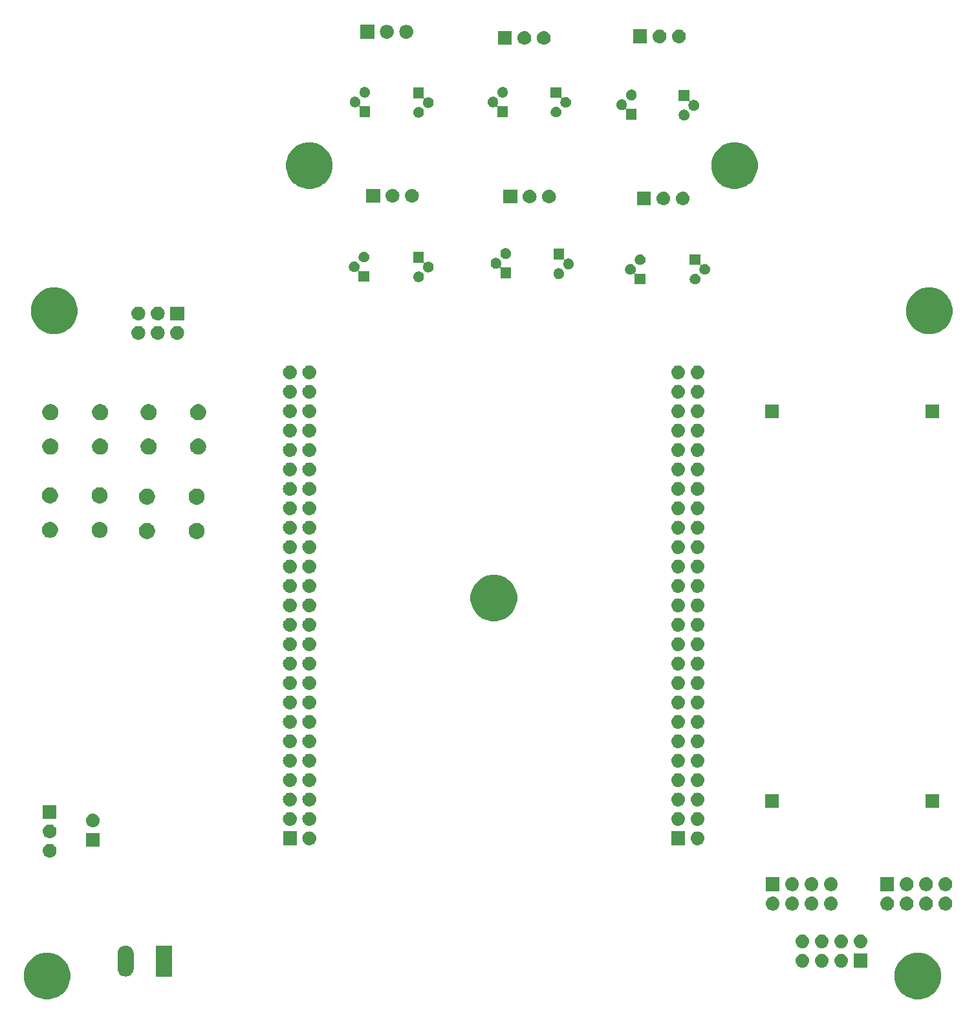
<source format=gbs>
G04 #@! TF.GenerationSoftware,KiCad,Pcbnew,(5.1.2)-2*
G04 #@! TF.CreationDate,2021-07-04T15:20:40+03:00*
G04 #@! TF.ProjectId,control_board,636f6e74-726f-46c5-9f62-6f6172642e6b,rev?*
G04 #@! TF.SameCoordinates,Original*
G04 #@! TF.FileFunction,Soldermask,Bot*
G04 #@! TF.FilePolarity,Negative*
%FSLAX46Y46*%
G04 Gerber Fmt 4.6, Leading zero omitted, Abs format (unit mm)*
G04 Created by KiCad (PCBNEW (5.1.2)-2) date 2021-07-04 15:20:40*
%MOMM*%
%LPD*%
G04 APERTURE LIST*
%ADD10C,0.100000*%
G04 APERTURE END LIST*
D10*
G36*
X147889943Y-149066248D02*
G01*
X148445189Y-149296238D01*
X148693347Y-149462052D01*
X148944899Y-149630134D01*
X149369866Y-150055101D01*
X149518440Y-150277458D01*
X149703762Y-150554811D01*
X149933752Y-151110057D01*
X150051000Y-151699501D01*
X150051000Y-152300499D01*
X149933752Y-152889943D01*
X149703762Y-153445189D01*
X149703761Y-153445190D01*
X149369866Y-153944899D01*
X148944899Y-154369866D01*
X148804573Y-154463629D01*
X148445189Y-154703762D01*
X147889943Y-154933752D01*
X147300499Y-155051000D01*
X146699501Y-155051000D01*
X146110057Y-154933752D01*
X145554811Y-154703762D01*
X145195427Y-154463629D01*
X145055101Y-154369866D01*
X144630134Y-153944899D01*
X144296239Y-153445190D01*
X144296238Y-153445189D01*
X144066248Y-152889943D01*
X143949000Y-152300499D01*
X143949000Y-151699501D01*
X144066248Y-151110057D01*
X144296238Y-150554811D01*
X144481560Y-150277458D01*
X144630134Y-150055101D01*
X145055101Y-149630134D01*
X145306653Y-149462052D01*
X145554811Y-149296238D01*
X146110057Y-149066248D01*
X146699501Y-148949000D01*
X147300499Y-148949000D01*
X147889943Y-149066248D01*
X147889943Y-149066248D01*
G37*
G36*
X33889943Y-149066248D02*
G01*
X34445189Y-149296238D01*
X34693347Y-149462052D01*
X34944899Y-149630134D01*
X35369866Y-150055101D01*
X35518440Y-150277458D01*
X35703762Y-150554811D01*
X35933752Y-151110057D01*
X36051000Y-151699501D01*
X36051000Y-152300499D01*
X35933752Y-152889943D01*
X35703762Y-153445189D01*
X35703761Y-153445190D01*
X35369866Y-153944899D01*
X34944899Y-154369866D01*
X34804573Y-154463629D01*
X34445189Y-154703762D01*
X33889943Y-154933752D01*
X33300499Y-155051000D01*
X32699501Y-155051000D01*
X32110057Y-154933752D01*
X31554811Y-154703762D01*
X31195427Y-154463629D01*
X31055101Y-154369866D01*
X30630134Y-153944899D01*
X30296239Y-153445190D01*
X30296238Y-153445189D01*
X30066248Y-152889943D01*
X29949000Y-152300499D01*
X29949000Y-151699501D01*
X30066248Y-151110057D01*
X30296238Y-150554811D01*
X30481560Y-150277458D01*
X30630134Y-150055101D01*
X31055101Y-149630134D01*
X31306653Y-149462052D01*
X31554811Y-149296238D01*
X32110057Y-149066248D01*
X32699501Y-148949000D01*
X33300499Y-148949000D01*
X33889943Y-149066248D01*
X33889943Y-149066248D01*
G37*
G36*
X43504072Y-148034063D02*
G01*
X43700301Y-148093589D01*
X43700303Y-148093590D01*
X43881145Y-148190252D01*
X44039660Y-148320340D01*
X44169747Y-148478854D01*
X44266411Y-148659699D01*
X44325937Y-148855928D01*
X44341000Y-149008868D01*
X44341000Y-151091132D01*
X44325937Y-151244072D01*
X44266411Y-151440300D01*
X44266410Y-151440303D01*
X44169748Y-151621145D01*
X44039660Y-151779660D01*
X43931469Y-151868448D01*
X43881146Y-151909747D01*
X43700300Y-152006411D01*
X43504071Y-152065937D01*
X43300000Y-152086036D01*
X43095928Y-152065937D01*
X42899699Y-152006411D01*
X42804601Y-151955580D01*
X42718855Y-151909748D01*
X42560340Y-151779660D01*
X42453675Y-151649686D01*
X42430253Y-151621146D01*
X42333589Y-151440300D01*
X42274063Y-151244071D01*
X42259000Y-151091131D01*
X42259001Y-149008868D01*
X42274064Y-148855928D01*
X42333590Y-148659699D01*
X42430254Y-148478854D01*
X42560341Y-148320340D01*
X42718856Y-148190252D01*
X42899698Y-148093590D01*
X42899700Y-148093589D01*
X43095929Y-148034063D01*
X43300000Y-148013964D01*
X43504072Y-148034063D01*
X43504072Y-148034063D01*
G37*
G36*
X49341000Y-152081000D02*
G01*
X47259000Y-152081000D01*
X47259000Y-148019000D01*
X49341000Y-148019000D01*
X49341000Y-152081000D01*
X49341000Y-152081000D01*
G37*
G36*
X131990442Y-149105518D02*
G01*
X132056627Y-149112037D01*
X132226466Y-149163557D01*
X132382991Y-149247222D01*
X132418729Y-149276552D01*
X132520186Y-149359814D01*
X132603448Y-149461271D01*
X132632778Y-149497009D01*
X132716443Y-149653534D01*
X132767963Y-149823373D01*
X132785359Y-150000000D01*
X132767963Y-150176627D01*
X132716443Y-150346466D01*
X132632778Y-150502991D01*
X132603448Y-150538729D01*
X132520186Y-150640186D01*
X132418729Y-150723448D01*
X132382991Y-150752778D01*
X132226466Y-150836443D01*
X132056627Y-150887963D01*
X131990442Y-150894482D01*
X131924260Y-150901000D01*
X131835740Y-150901000D01*
X131769558Y-150894482D01*
X131703373Y-150887963D01*
X131533534Y-150836443D01*
X131377009Y-150752778D01*
X131341271Y-150723448D01*
X131239814Y-150640186D01*
X131156552Y-150538729D01*
X131127222Y-150502991D01*
X131043557Y-150346466D01*
X130992037Y-150176627D01*
X130974641Y-150000000D01*
X130992037Y-149823373D01*
X131043557Y-149653534D01*
X131127222Y-149497009D01*
X131156552Y-149461271D01*
X131239814Y-149359814D01*
X131341271Y-149276552D01*
X131377009Y-149247222D01*
X131533534Y-149163557D01*
X131703373Y-149112037D01*
X131769558Y-149105518D01*
X131835740Y-149099000D01*
X131924260Y-149099000D01*
X131990442Y-149105518D01*
X131990442Y-149105518D01*
G37*
G36*
X137070442Y-149105518D02*
G01*
X137136627Y-149112037D01*
X137306466Y-149163557D01*
X137462991Y-149247222D01*
X137498729Y-149276552D01*
X137600186Y-149359814D01*
X137683448Y-149461271D01*
X137712778Y-149497009D01*
X137796443Y-149653534D01*
X137847963Y-149823373D01*
X137865359Y-150000000D01*
X137847963Y-150176627D01*
X137796443Y-150346466D01*
X137712778Y-150502991D01*
X137683448Y-150538729D01*
X137600186Y-150640186D01*
X137498729Y-150723448D01*
X137462991Y-150752778D01*
X137306466Y-150836443D01*
X137136627Y-150887963D01*
X137070442Y-150894482D01*
X137004260Y-150901000D01*
X136915740Y-150901000D01*
X136849558Y-150894482D01*
X136783373Y-150887963D01*
X136613534Y-150836443D01*
X136457009Y-150752778D01*
X136421271Y-150723448D01*
X136319814Y-150640186D01*
X136236552Y-150538729D01*
X136207222Y-150502991D01*
X136123557Y-150346466D01*
X136072037Y-150176627D01*
X136054641Y-150000000D01*
X136072037Y-149823373D01*
X136123557Y-149653534D01*
X136207222Y-149497009D01*
X136236552Y-149461271D01*
X136319814Y-149359814D01*
X136421271Y-149276552D01*
X136457009Y-149247222D01*
X136613534Y-149163557D01*
X136783373Y-149112037D01*
X136849558Y-149105518D01*
X136915740Y-149099000D01*
X137004260Y-149099000D01*
X137070442Y-149105518D01*
X137070442Y-149105518D01*
G37*
G36*
X134530442Y-149105518D02*
G01*
X134596627Y-149112037D01*
X134766466Y-149163557D01*
X134922991Y-149247222D01*
X134958729Y-149276552D01*
X135060186Y-149359814D01*
X135143448Y-149461271D01*
X135172778Y-149497009D01*
X135256443Y-149653534D01*
X135307963Y-149823373D01*
X135325359Y-150000000D01*
X135307963Y-150176627D01*
X135256443Y-150346466D01*
X135172778Y-150502991D01*
X135143448Y-150538729D01*
X135060186Y-150640186D01*
X134958729Y-150723448D01*
X134922991Y-150752778D01*
X134766466Y-150836443D01*
X134596627Y-150887963D01*
X134530442Y-150894482D01*
X134464260Y-150901000D01*
X134375740Y-150901000D01*
X134309558Y-150894482D01*
X134243373Y-150887963D01*
X134073534Y-150836443D01*
X133917009Y-150752778D01*
X133881271Y-150723448D01*
X133779814Y-150640186D01*
X133696552Y-150538729D01*
X133667222Y-150502991D01*
X133583557Y-150346466D01*
X133532037Y-150176627D01*
X133514641Y-150000000D01*
X133532037Y-149823373D01*
X133583557Y-149653534D01*
X133667222Y-149497009D01*
X133696552Y-149461271D01*
X133779814Y-149359814D01*
X133881271Y-149276552D01*
X133917009Y-149247222D01*
X134073534Y-149163557D01*
X134243373Y-149112037D01*
X134309558Y-149105518D01*
X134375740Y-149099000D01*
X134464260Y-149099000D01*
X134530442Y-149105518D01*
X134530442Y-149105518D01*
G37*
G36*
X140401000Y-150901000D02*
G01*
X138599000Y-150901000D01*
X138599000Y-149099000D01*
X140401000Y-149099000D01*
X140401000Y-150901000D01*
X140401000Y-150901000D01*
G37*
G36*
X134530443Y-146565519D02*
G01*
X134596627Y-146572037D01*
X134766466Y-146623557D01*
X134922991Y-146707222D01*
X134958729Y-146736552D01*
X135060186Y-146819814D01*
X135143448Y-146921271D01*
X135172778Y-146957009D01*
X135256443Y-147113534D01*
X135307963Y-147283373D01*
X135325359Y-147460000D01*
X135307963Y-147636627D01*
X135256443Y-147806466D01*
X135172778Y-147962991D01*
X135143448Y-147998729D01*
X135060186Y-148100186D01*
X134958729Y-148183448D01*
X134922991Y-148212778D01*
X134766466Y-148296443D01*
X134596627Y-148347963D01*
X134530443Y-148354481D01*
X134464260Y-148361000D01*
X134375740Y-148361000D01*
X134309557Y-148354481D01*
X134243373Y-148347963D01*
X134073534Y-148296443D01*
X133917009Y-148212778D01*
X133881271Y-148183448D01*
X133779814Y-148100186D01*
X133696552Y-147998729D01*
X133667222Y-147962991D01*
X133583557Y-147806466D01*
X133532037Y-147636627D01*
X133514641Y-147460000D01*
X133532037Y-147283373D01*
X133583557Y-147113534D01*
X133667222Y-146957009D01*
X133696552Y-146921271D01*
X133779814Y-146819814D01*
X133881271Y-146736552D01*
X133917009Y-146707222D01*
X134073534Y-146623557D01*
X134243373Y-146572037D01*
X134309557Y-146565519D01*
X134375740Y-146559000D01*
X134464260Y-146559000D01*
X134530443Y-146565519D01*
X134530443Y-146565519D01*
G37*
G36*
X137070443Y-146565519D02*
G01*
X137136627Y-146572037D01*
X137306466Y-146623557D01*
X137462991Y-146707222D01*
X137498729Y-146736552D01*
X137600186Y-146819814D01*
X137683448Y-146921271D01*
X137712778Y-146957009D01*
X137796443Y-147113534D01*
X137847963Y-147283373D01*
X137865359Y-147460000D01*
X137847963Y-147636627D01*
X137796443Y-147806466D01*
X137712778Y-147962991D01*
X137683448Y-147998729D01*
X137600186Y-148100186D01*
X137498729Y-148183448D01*
X137462991Y-148212778D01*
X137306466Y-148296443D01*
X137136627Y-148347963D01*
X137070443Y-148354481D01*
X137004260Y-148361000D01*
X136915740Y-148361000D01*
X136849557Y-148354481D01*
X136783373Y-148347963D01*
X136613534Y-148296443D01*
X136457009Y-148212778D01*
X136421271Y-148183448D01*
X136319814Y-148100186D01*
X136236552Y-147998729D01*
X136207222Y-147962991D01*
X136123557Y-147806466D01*
X136072037Y-147636627D01*
X136054641Y-147460000D01*
X136072037Y-147283373D01*
X136123557Y-147113534D01*
X136207222Y-146957009D01*
X136236552Y-146921271D01*
X136319814Y-146819814D01*
X136421271Y-146736552D01*
X136457009Y-146707222D01*
X136613534Y-146623557D01*
X136783373Y-146572037D01*
X136849557Y-146565519D01*
X136915740Y-146559000D01*
X137004260Y-146559000D01*
X137070443Y-146565519D01*
X137070443Y-146565519D01*
G37*
G36*
X131990443Y-146565519D02*
G01*
X132056627Y-146572037D01*
X132226466Y-146623557D01*
X132382991Y-146707222D01*
X132418729Y-146736552D01*
X132520186Y-146819814D01*
X132603448Y-146921271D01*
X132632778Y-146957009D01*
X132716443Y-147113534D01*
X132767963Y-147283373D01*
X132785359Y-147460000D01*
X132767963Y-147636627D01*
X132716443Y-147806466D01*
X132632778Y-147962991D01*
X132603448Y-147998729D01*
X132520186Y-148100186D01*
X132418729Y-148183448D01*
X132382991Y-148212778D01*
X132226466Y-148296443D01*
X132056627Y-148347963D01*
X131990443Y-148354481D01*
X131924260Y-148361000D01*
X131835740Y-148361000D01*
X131769557Y-148354481D01*
X131703373Y-148347963D01*
X131533534Y-148296443D01*
X131377009Y-148212778D01*
X131341271Y-148183448D01*
X131239814Y-148100186D01*
X131156552Y-147998729D01*
X131127222Y-147962991D01*
X131043557Y-147806466D01*
X130992037Y-147636627D01*
X130974641Y-147460000D01*
X130992037Y-147283373D01*
X131043557Y-147113534D01*
X131127222Y-146957009D01*
X131156552Y-146921271D01*
X131239814Y-146819814D01*
X131341271Y-146736552D01*
X131377009Y-146707222D01*
X131533534Y-146623557D01*
X131703373Y-146572037D01*
X131769557Y-146565519D01*
X131835740Y-146559000D01*
X131924260Y-146559000D01*
X131990443Y-146565519D01*
X131990443Y-146565519D01*
G37*
G36*
X139610443Y-146565519D02*
G01*
X139676627Y-146572037D01*
X139846466Y-146623557D01*
X140002991Y-146707222D01*
X140038729Y-146736552D01*
X140140186Y-146819814D01*
X140223448Y-146921271D01*
X140252778Y-146957009D01*
X140336443Y-147113534D01*
X140387963Y-147283373D01*
X140405359Y-147460000D01*
X140387963Y-147636627D01*
X140336443Y-147806466D01*
X140252778Y-147962991D01*
X140223448Y-147998729D01*
X140140186Y-148100186D01*
X140038729Y-148183448D01*
X140002991Y-148212778D01*
X139846466Y-148296443D01*
X139676627Y-148347963D01*
X139610443Y-148354481D01*
X139544260Y-148361000D01*
X139455740Y-148361000D01*
X139389557Y-148354481D01*
X139323373Y-148347963D01*
X139153534Y-148296443D01*
X138997009Y-148212778D01*
X138961271Y-148183448D01*
X138859814Y-148100186D01*
X138776552Y-147998729D01*
X138747222Y-147962991D01*
X138663557Y-147806466D01*
X138612037Y-147636627D01*
X138594641Y-147460000D01*
X138612037Y-147283373D01*
X138663557Y-147113534D01*
X138747222Y-146957009D01*
X138776552Y-146921271D01*
X138859814Y-146819814D01*
X138961271Y-146736552D01*
X138997009Y-146707222D01*
X139153534Y-146623557D01*
X139323373Y-146572037D01*
X139389557Y-146565519D01*
X139455740Y-146559000D01*
X139544260Y-146559000D01*
X139610443Y-146565519D01*
X139610443Y-146565519D01*
G37*
G36*
X135730442Y-141645518D02*
G01*
X135796627Y-141652037D01*
X135966466Y-141703557D01*
X136122991Y-141787222D01*
X136158729Y-141816552D01*
X136260186Y-141899814D01*
X136343448Y-142001271D01*
X136372778Y-142037009D01*
X136456443Y-142193534D01*
X136507963Y-142363373D01*
X136525359Y-142540000D01*
X136507963Y-142716627D01*
X136456443Y-142886466D01*
X136372778Y-143042991D01*
X136343448Y-143078729D01*
X136260186Y-143180186D01*
X136158729Y-143263448D01*
X136122991Y-143292778D01*
X135966466Y-143376443D01*
X135796627Y-143427963D01*
X135730443Y-143434481D01*
X135664260Y-143441000D01*
X135575740Y-143441000D01*
X135509557Y-143434481D01*
X135443373Y-143427963D01*
X135273534Y-143376443D01*
X135117009Y-143292778D01*
X135081271Y-143263448D01*
X134979814Y-143180186D01*
X134896552Y-143078729D01*
X134867222Y-143042991D01*
X134783557Y-142886466D01*
X134732037Y-142716627D01*
X134714641Y-142540000D01*
X134732037Y-142363373D01*
X134783557Y-142193534D01*
X134867222Y-142037009D01*
X134896552Y-142001271D01*
X134979814Y-141899814D01*
X135081271Y-141816552D01*
X135117009Y-141787222D01*
X135273534Y-141703557D01*
X135443373Y-141652037D01*
X135509558Y-141645518D01*
X135575740Y-141639000D01*
X135664260Y-141639000D01*
X135730442Y-141645518D01*
X135730442Y-141645518D01*
G37*
G36*
X133190442Y-141645518D02*
G01*
X133256627Y-141652037D01*
X133426466Y-141703557D01*
X133582991Y-141787222D01*
X133618729Y-141816552D01*
X133720186Y-141899814D01*
X133803448Y-142001271D01*
X133832778Y-142037009D01*
X133916443Y-142193534D01*
X133967963Y-142363373D01*
X133985359Y-142540000D01*
X133967963Y-142716627D01*
X133916443Y-142886466D01*
X133832778Y-143042991D01*
X133803448Y-143078729D01*
X133720186Y-143180186D01*
X133618729Y-143263448D01*
X133582991Y-143292778D01*
X133426466Y-143376443D01*
X133256627Y-143427963D01*
X133190443Y-143434481D01*
X133124260Y-143441000D01*
X133035740Y-143441000D01*
X132969557Y-143434481D01*
X132903373Y-143427963D01*
X132733534Y-143376443D01*
X132577009Y-143292778D01*
X132541271Y-143263448D01*
X132439814Y-143180186D01*
X132356552Y-143078729D01*
X132327222Y-143042991D01*
X132243557Y-142886466D01*
X132192037Y-142716627D01*
X132174641Y-142540000D01*
X132192037Y-142363373D01*
X132243557Y-142193534D01*
X132327222Y-142037009D01*
X132356552Y-142001271D01*
X132439814Y-141899814D01*
X132541271Y-141816552D01*
X132577009Y-141787222D01*
X132733534Y-141703557D01*
X132903373Y-141652037D01*
X132969558Y-141645518D01*
X133035740Y-141639000D01*
X133124260Y-141639000D01*
X133190442Y-141645518D01*
X133190442Y-141645518D01*
G37*
G36*
X145650442Y-141645518D02*
G01*
X145716627Y-141652037D01*
X145886466Y-141703557D01*
X146042991Y-141787222D01*
X146078729Y-141816552D01*
X146180186Y-141899814D01*
X146263448Y-142001271D01*
X146292778Y-142037009D01*
X146376443Y-142193534D01*
X146427963Y-142363373D01*
X146445359Y-142540000D01*
X146427963Y-142716627D01*
X146376443Y-142886466D01*
X146292778Y-143042991D01*
X146263448Y-143078729D01*
X146180186Y-143180186D01*
X146078729Y-143263448D01*
X146042991Y-143292778D01*
X145886466Y-143376443D01*
X145716627Y-143427963D01*
X145650443Y-143434481D01*
X145584260Y-143441000D01*
X145495740Y-143441000D01*
X145429557Y-143434481D01*
X145363373Y-143427963D01*
X145193534Y-143376443D01*
X145037009Y-143292778D01*
X145001271Y-143263448D01*
X144899814Y-143180186D01*
X144816552Y-143078729D01*
X144787222Y-143042991D01*
X144703557Y-142886466D01*
X144652037Y-142716627D01*
X144634641Y-142540000D01*
X144652037Y-142363373D01*
X144703557Y-142193534D01*
X144787222Y-142037009D01*
X144816552Y-142001271D01*
X144899814Y-141899814D01*
X145001271Y-141816552D01*
X145037009Y-141787222D01*
X145193534Y-141703557D01*
X145363373Y-141652037D01*
X145429558Y-141645518D01*
X145495740Y-141639000D01*
X145584260Y-141639000D01*
X145650442Y-141645518D01*
X145650442Y-141645518D01*
G37*
G36*
X143110442Y-141645518D02*
G01*
X143176627Y-141652037D01*
X143346466Y-141703557D01*
X143502991Y-141787222D01*
X143538729Y-141816552D01*
X143640186Y-141899814D01*
X143723448Y-142001271D01*
X143752778Y-142037009D01*
X143836443Y-142193534D01*
X143887963Y-142363373D01*
X143905359Y-142540000D01*
X143887963Y-142716627D01*
X143836443Y-142886466D01*
X143752778Y-143042991D01*
X143723448Y-143078729D01*
X143640186Y-143180186D01*
X143538729Y-143263448D01*
X143502991Y-143292778D01*
X143346466Y-143376443D01*
X143176627Y-143427963D01*
X143110443Y-143434481D01*
X143044260Y-143441000D01*
X142955740Y-143441000D01*
X142889557Y-143434481D01*
X142823373Y-143427963D01*
X142653534Y-143376443D01*
X142497009Y-143292778D01*
X142461271Y-143263448D01*
X142359814Y-143180186D01*
X142276552Y-143078729D01*
X142247222Y-143042991D01*
X142163557Y-142886466D01*
X142112037Y-142716627D01*
X142094641Y-142540000D01*
X142112037Y-142363373D01*
X142163557Y-142193534D01*
X142247222Y-142037009D01*
X142276552Y-142001271D01*
X142359814Y-141899814D01*
X142461271Y-141816552D01*
X142497009Y-141787222D01*
X142653534Y-141703557D01*
X142823373Y-141652037D01*
X142889558Y-141645518D01*
X142955740Y-141639000D01*
X143044260Y-141639000D01*
X143110442Y-141645518D01*
X143110442Y-141645518D01*
G37*
G36*
X130650442Y-141645518D02*
G01*
X130716627Y-141652037D01*
X130886466Y-141703557D01*
X131042991Y-141787222D01*
X131078729Y-141816552D01*
X131180186Y-141899814D01*
X131263448Y-142001271D01*
X131292778Y-142037009D01*
X131376443Y-142193534D01*
X131427963Y-142363373D01*
X131445359Y-142540000D01*
X131427963Y-142716627D01*
X131376443Y-142886466D01*
X131292778Y-143042991D01*
X131263448Y-143078729D01*
X131180186Y-143180186D01*
X131078729Y-143263448D01*
X131042991Y-143292778D01*
X130886466Y-143376443D01*
X130716627Y-143427963D01*
X130650443Y-143434481D01*
X130584260Y-143441000D01*
X130495740Y-143441000D01*
X130429557Y-143434481D01*
X130363373Y-143427963D01*
X130193534Y-143376443D01*
X130037009Y-143292778D01*
X130001271Y-143263448D01*
X129899814Y-143180186D01*
X129816552Y-143078729D01*
X129787222Y-143042991D01*
X129703557Y-142886466D01*
X129652037Y-142716627D01*
X129634641Y-142540000D01*
X129652037Y-142363373D01*
X129703557Y-142193534D01*
X129787222Y-142037009D01*
X129816552Y-142001271D01*
X129899814Y-141899814D01*
X130001271Y-141816552D01*
X130037009Y-141787222D01*
X130193534Y-141703557D01*
X130363373Y-141652037D01*
X130429558Y-141645518D01*
X130495740Y-141639000D01*
X130584260Y-141639000D01*
X130650442Y-141645518D01*
X130650442Y-141645518D01*
G37*
G36*
X128110442Y-141645518D02*
G01*
X128176627Y-141652037D01*
X128346466Y-141703557D01*
X128502991Y-141787222D01*
X128538729Y-141816552D01*
X128640186Y-141899814D01*
X128723448Y-142001271D01*
X128752778Y-142037009D01*
X128836443Y-142193534D01*
X128887963Y-142363373D01*
X128905359Y-142540000D01*
X128887963Y-142716627D01*
X128836443Y-142886466D01*
X128752778Y-143042991D01*
X128723448Y-143078729D01*
X128640186Y-143180186D01*
X128538729Y-143263448D01*
X128502991Y-143292778D01*
X128346466Y-143376443D01*
X128176627Y-143427963D01*
X128110443Y-143434481D01*
X128044260Y-143441000D01*
X127955740Y-143441000D01*
X127889557Y-143434481D01*
X127823373Y-143427963D01*
X127653534Y-143376443D01*
X127497009Y-143292778D01*
X127461271Y-143263448D01*
X127359814Y-143180186D01*
X127276552Y-143078729D01*
X127247222Y-143042991D01*
X127163557Y-142886466D01*
X127112037Y-142716627D01*
X127094641Y-142540000D01*
X127112037Y-142363373D01*
X127163557Y-142193534D01*
X127247222Y-142037009D01*
X127276552Y-142001271D01*
X127359814Y-141899814D01*
X127461271Y-141816552D01*
X127497009Y-141787222D01*
X127653534Y-141703557D01*
X127823373Y-141652037D01*
X127889558Y-141645518D01*
X127955740Y-141639000D01*
X128044260Y-141639000D01*
X128110442Y-141645518D01*
X128110442Y-141645518D01*
G37*
G36*
X150730442Y-141645518D02*
G01*
X150796627Y-141652037D01*
X150966466Y-141703557D01*
X151122991Y-141787222D01*
X151158729Y-141816552D01*
X151260186Y-141899814D01*
X151343448Y-142001271D01*
X151372778Y-142037009D01*
X151456443Y-142193534D01*
X151507963Y-142363373D01*
X151525359Y-142540000D01*
X151507963Y-142716627D01*
X151456443Y-142886466D01*
X151372778Y-143042991D01*
X151343448Y-143078729D01*
X151260186Y-143180186D01*
X151158729Y-143263448D01*
X151122991Y-143292778D01*
X150966466Y-143376443D01*
X150796627Y-143427963D01*
X150730443Y-143434481D01*
X150664260Y-143441000D01*
X150575740Y-143441000D01*
X150509557Y-143434481D01*
X150443373Y-143427963D01*
X150273534Y-143376443D01*
X150117009Y-143292778D01*
X150081271Y-143263448D01*
X149979814Y-143180186D01*
X149896552Y-143078729D01*
X149867222Y-143042991D01*
X149783557Y-142886466D01*
X149732037Y-142716627D01*
X149714641Y-142540000D01*
X149732037Y-142363373D01*
X149783557Y-142193534D01*
X149867222Y-142037009D01*
X149896552Y-142001271D01*
X149979814Y-141899814D01*
X150081271Y-141816552D01*
X150117009Y-141787222D01*
X150273534Y-141703557D01*
X150443373Y-141652037D01*
X150509558Y-141645518D01*
X150575740Y-141639000D01*
X150664260Y-141639000D01*
X150730442Y-141645518D01*
X150730442Y-141645518D01*
G37*
G36*
X148190442Y-141645518D02*
G01*
X148256627Y-141652037D01*
X148426466Y-141703557D01*
X148582991Y-141787222D01*
X148618729Y-141816552D01*
X148720186Y-141899814D01*
X148803448Y-142001271D01*
X148832778Y-142037009D01*
X148916443Y-142193534D01*
X148967963Y-142363373D01*
X148985359Y-142540000D01*
X148967963Y-142716627D01*
X148916443Y-142886466D01*
X148832778Y-143042991D01*
X148803448Y-143078729D01*
X148720186Y-143180186D01*
X148618729Y-143263448D01*
X148582991Y-143292778D01*
X148426466Y-143376443D01*
X148256627Y-143427963D01*
X148190443Y-143434481D01*
X148124260Y-143441000D01*
X148035740Y-143441000D01*
X147969557Y-143434481D01*
X147903373Y-143427963D01*
X147733534Y-143376443D01*
X147577009Y-143292778D01*
X147541271Y-143263448D01*
X147439814Y-143180186D01*
X147356552Y-143078729D01*
X147327222Y-143042991D01*
X147243557Y-142886466D01*
X147192037Y-142716627D01*
X147174641Y-142540000D01*
X147192037Y-142363373D01*
X147243557Y-142193534D01*
X147327222Y-142037009D01*
X147356552Y-142001271D01*
X147439814Y-141899814D01*
X147541271Y-141816552D01*
X147577009Y-141787222D01*
X147733534Y-141703557D01*
X147903373Y-141652037D01*
X147969558Y-141645518D01*
X148035740Y-141639000D01*
X148124260Y-141639000D01*
X148190442Y-141645518D01*
X148190442Y-141645518D01*
G37*
G36*
X135730442Y-139105518D02*
G01*
X135796627Y-139112037D01*
X135966466Y-139163557D01*
X136122991Y-139247222D01*
X136158729Y-139276552D01*
X136260186Y-139359814D01*
X136343448Y-139461271D01*
X136372778Y-139497009D01*
X136456443Y-139653534D01*
X136507963Y-139823373D01*
X136525359Y-140000000D01*
X136507963Y-140176627D01*
X136456443Y-140346466D01*
X136372778Y-140502991D01*
X136343448Y-140538729D01*
X136260186Y-140640186D01*
X136158729Y-140723448D01*
X136122991Y-140752778D01*
X135966466Y-140836443D01*
X135796627Y-140887963D01*
X135730442Y-140894482D01*
X135664260Y-140901000D01*
X135575740Y-140901000D01*
X135509558Y-140894482D01*
X135443373Y-140887963D01*
X135273534Y-140836443D01*
X135117009Y-140752778D01*
X135081271Y-140723448D01*
X134979814Y-140640186D01*
X134896552Y-140538729D01*
X134867222Y-140502991D01*
X134783557Y-140346466D01*
X134732037Y-140176627D01*
X134714641Y-140000000D01*
X134732037Y-139823373D01*
X134783557Y-139653534D01*
X134867222Y-139497009D01*
X134896552Y-139461271D01*
X134979814Y-139359814D01*
X135081271Y-139276552D01*
X135117009Y-139247222D01*
X135273534Y-139163557D01*
X135443373Y-139112037D01*
X135509558Y-139105518D01*
X135575740Y-139099000D01*
X135664260Y-139099000D01*
X135730442Y-139105518D01*
X135730442Y-139105518D01*
G37*
G36*
X150730442Y-139105518D02*
G01*
X150796627Y-139112037D01*
X150966466Y-139163557D01*
X151122991Y-139247222D01*
X151158729Y-139276552D01*
X151260186Y-139359814D01*
X151343448Y-139461271D01*
X151372778Y-139497009D01*
X151456443Y-139653534D01*
X151507963Y-139823373D01*
X151525359Y-140000000D01*
X151507963Y-140176627D01*
X151456443Y-140346466D01*
X151372778Y-140502991D01*
X151343448Y-140538729D01*
X151260186Y-140640186D01*
X151158729Y-140723448D01*
X151122991Y-140752778D01*
X150966466Y-140836443D01*
X150796627Y-140887963D01*
X150730442Y-140894482D01*
X150664260Y-140901000D01*
X150575740Y-140901000D01*
X150509558Y-140894482D01*
X150443373Y-140887963D01*
X150273534Y-140836443D01*
X150117009Y-140752778D01*
X150081271Y-140723448D01*
X149979814Y-140640186D01*
X149896552Y-140538729D01*
X149867222Y-140502991D01*
X149783557Y-140346466D01*
X149732037Y-140176627D01*
X149714641Y-140000000D01*
X149732037Y-139823373D01*
X149783557Y-139653534D01*
X149867222Y-139497009D01*
X149896552Y-139461271D01*
X149979814Y-139359814D01*
X150081271Y-139276552D01*
X150117009Y-139247222D01*
X150273534Y-139163557D01*
X150443373Y-139112037D01*
X150509558Y-139105518D01*
X150575740Y-139099000D01*
X150664260Y-139099000D01*
X150730442Y-139105518D01*
X150730442Y-139105518D01*
G37*
G36*
X133190442Y-139105518D02*
G01*
X133256627Y-139112037D01*
X133426466Y-139163557D01*
X133582991Y-139247222D01*
X133618729Y-139276552D01*
X133720186Y-139359814D01*
X133803448Y-139461271D01*
X133832778Y-139497009D01*
X133916443Y-139653534D01*
X133967963Y-139823373D01*
X133985359Y-140000000D01*
X133967963Y-140176627D01*
X133916443Y-140346466D01*
X133832778Y-140502991D01*
X133803448Y-140538729D01*
X133720186Y-140640186D01*
X133618729Y-140723448D01*
X133582991Y-140752778D01*
X133426466Y-140836443D01*
X133256627Y-140887963D01*
X133190442Y-140894482D01*
X133124260Y-140901000D01*
X133035740Y-140901000D01*
X132969558Y-140894482D01*
X132903373Y-140887963D01*
X132733534Y-140836443D01*
X132577009Y-140752778D01*
X132541271Y-140723448D01*
X132439814Y-140640186D01*
X132356552Y-140538729D01*
X132327222Y-140502991D01*
X132243557Y-140346466D01*
X132192037Y-140176627D01*
X132174641Y-140000000D01*
X132192037Y-139823373D01*
X132243557Y-139653534D01*
X132327222Y-139497009D01*
X132356552Y-139461271D01*
X132439814Y-139359814D01*
X132541271Y-139276552D01*
X132577009Y-139247222D01*
X132733534Y-139163557D01*
X132903373Y-139112037D01*
X132969558Y-139105518D01*
X133035740Y-139099000D01*
X133124260Y-139099000D01*
X133190442Y-139105518D01*
X133190442Y-139105518D01*
G37*
G36*
X130650442Y-139105518D02*
G01*
X130716627Y-139112037D01*
X130886466Y-139163557D01*
X131042991Y-139247222D01*
X131078729Y-139276552D01*
X131180186Y-139359814D01*
X131263448Y-139461271D01*
X131292778Y-139497009D01*
X131376443Y-139653534D01*
X131427963Y-139823373D01*
X131445359Y-140000000D01*
X131427963Y-140176627D01*
X131376443Y-140346466D01*
X131292778Y-140502991D01*
X131263448Y-140538729D01*
X131180186Y-140640186D01*
X131078729Y-140723448D01*
X131042991Y-140752778D01*
X130886466Y-140836443D01*
X130716627Y-140887963D01*
X130650442Y-140894482D01*
X130584260Y-140901000D01*
X130495740Y-140901000D01*
X130429558Y-140894482D01*
X130363373Y-140887963D01*
X130193534Y-140836443D01*
X130037009Y-140752778D01*
X130001271Y-140723448D01*
X129899814Y-140640186D01*
X129816552Y-140538729D01*
X129787222Y-140502991D01*
X129703557Y-140346466D01*
X129652037Y-140176627D01*
X129634641Y-140000000D01*
X129652037Y-139823373D01*
X129703557Y-139653534D01*
X129787222Y-139497009D01*
X129816552Y-139461271D01*
X129899814Y-139359814D01*
X130001271Y-139276552D01*
X130037009Y-139247222D01*
X130193534Y-139163557D01*
X130363373Y-139112037D01*
X130429558Y-139105518D01*
X130495740Y-139099000D01*
X130584260Y-139099000D01*
X130650442Y-139105518D01*
X130650442Y-139105518D01*
G37*
G36*
X128901000Y-140901000D02*
G01*
X127099000Y-140901000D01*
X127099000Y-139099000D01*
X128901000Y-139099000D01*
X128901000Y-140901000D01*
X128901000Y-140901000D01*
G37*
G36*
X143901000Y-140901000D02*
G01*
X142099000Y-140901000D01*
X142099000Y-139099000D01*
X143901000Y-139099000D01*
X143901000Y-140901000D01*
X143901000Y-140901000D01*
G37*
G36*
X145650442Y-139105518D02*
G01*
X145716627Y-139112037D01*
X145886466Y-139163557D01*
X146042991Y-139247222D01*
X146078729Y-139276552D01*
X146180186Y-139359814D01*
X146263448Y-139461271D01*
X146292778Y-139497009D01*
X146376443Y-139653534D01*
X146427963Y-139823373D01*
X146445359Y-140000000D01*
X146427963Y-140176627D01*
X146376443Y-140346466D01*
X146292778Y-140502991D01*
X146263448Y-140538729D01*
X146180186Y-140640186D01*
X146078729Y-140723448D01*
X146042991Y-140752778D01*
X145886466Y-140836443D01*
X145716627Y-140887963D01*
X145650442Y-140894482D01*
X145584260Y-140901000D01*
X145495740Y-140901000D01*
X145429558Y-140894482D01*
X145363373Y-140887963D01*
X145193534Y-140836443D01*
X145037009Y-140752778D01*
X145001271Y-140723448D01*
X144899814Y-140640186D01*
X144816552Y-140538729D01*
X144787222Y-140502991D01*
X144703557Y-140346466D01*
X144652037Y-140176627D01*
X144634641Y-140000000D01*
X144652037Y-139823373D01*
X144703557Y-139653534D01*
X144787222Y-139497009D01*
X144816552Y-139461271D01*
X144899814Y-139359814D01*
X145001271Y-139276552D01*
X145037009Y-139247222D01*
X145193534Y-139163557D01*
X145363373Y-139112037D01*
X145429558Y-139105518D01*
X145495740Y-139099000D01*
X145584260Y-139099000D01*
X145650442Y-139105518D01*
X145650442Y-139105518D01*
G37*
G36*
X148190442Y-139105518D02*
G01*
X148256627Y-139112037D01*
X148426466Y-139163557D01*
X148582991Y-139247222D01*
X148618729Y-139276552D01*
X148720186Y-139359814D01*
X148803448Y-139461271D01*
X148832778Y-139497009D01*
X148916443Y-139653534D01*
X148967963Y-139823373D01*
X148985359Y-140000000D01*
X148967963Y-140176627D01*
X148916443Y-140346466D01*
X148832778Y-140502991D01*
X148803448Y-140538729D01*
X148720186Y-140640186D01*
X148618729Y-140723448D01*
X148582991Y-140752778D01*
X148426466Y-140836443D01*
X148256627Y-140887963D01*
X148190442Y-140894482D01*
X148124260Y-140901000D01*
X148035740Y-140901000D01*
X147969558Y-140894482D01*
X147903373Y-140887963D01*
X147733534Y-140836443D01*
X147577009Y-140752778D01*
X147541271Y-140723448D01*
X147439814Y-140640186D01*
X147356552Y-140538729D01*
X147327222Y-140502991D01*
X147243557Y-140346466D01*
X147192037Y-140176627D01*
X147174641Y-140000000D01*
X147192037Y-139823373D01*
X147243557Y-139653534D01*
X147327222Y-139497009D01*
X147356552Y-139461271D01*
X147439814Y-139359814D01*
X147541271Y-139276552D01*
X147577009Y-139247222D01*
X147733534Y-139163557D01*
X147903373Y-139112037D01*
X147969558Y-139105518D01*
X148035740Y-139099000D01*
X148124260Y-139099000D01*
X148190442Y-139105518D01*
X148190442Y-139105518D01*
G37*
G36*
X33460442Y-134735518D02*
G01*
X33526627Y-134742037D01*
X33696466Y-134793557D01*
X33852991Y-134877222D01*
X33881964Y-134901000D01*
X33990186Y-134989814D01*
X34073448Y-135091271D01*
X34102778Y-135127009D01*
X34186443Y-135283534D01*
X34237963Y-135453373D01*
X34255359Y-135630000D01*
X34237963Y-135806627D01*
X34186443Y-135976466D01*
X34102778Y-136132991D01*
X34073448Y-136168729D01*
X33990186Y-136270186D01*
X33888729Y-136353448D01*
X33852991Y-136382778D01*
X33696466Y-136466443D01*
X33526627Y-136517963D01*
X33460443Y-136524481D01*
X33394260Y-136531000D01*
X33305740Y-136531000D01*
X33239557Y-136524481D01*
X33173373Y-136517963D01*
X33003534Y-136466443D01*
X32847009Y-136382778D01*
X32811271Y-136353448D01*
X32709814Y-136270186D01*
X32626552Y-136168729D01*
X32597222Y-136132991D01*
X32513557Y-135976466D01*
X32462037Y-135806627D01*
X32444641Y-135630000D01*
X32462037Y-135453373D01*
X32513557Y-135283534D01*
X32597222Y-135127009D01*
X32626552Y-135091271D01*
X32709814Y-134989814D01*
X32818036Y-134901000D01*
X32847009Y-134877222D01*
X33003534Y-134793557D01*
X33173373Y-134742037D01*
X33239558Y-134735518D01*
X33305740Y-134729000D01*
X33394260Y-134729000D01*
X33460442Y-134735518D01*
X33460442Y-134735518D01*
G37*
G36*
X39901000Y-135101000D02*
G01*
X38099000Y-135101000D01*
X38099000Y-133299000D01*
X39901000Y-133299000D01*
X39901000Y-135101000D01*
X39901000Y-135101000D01*
G37*
G36*
X65701000Y-134901000D02*
G01*
X63899000Y-134901000D01*
X63899000Y-133099000D01*
X65701000Y-133099000D01*
X65701000Y-134901000D01*
X65701000Y-134901000D01*
G37*
G36*
X67450443Y-133105519D02*
G01*
X67516627Y-133112037D01*
X67686466Y-133163557D01*
X67842991Y-133247222D01*
X67866633Y-133266625D01*
X67980186Y-133359814D01*
X68043093Y-133436468D01*
X68092778Y-133497009D01*
X68176443Y-133653534D01*
X68227963Y-133823373D01*
X68245359Y-134000000D01*
X68227963Y-134176627D01*
X68176443Y-134346466D01*
X68092778Y-134502991D01*
X68063448Y-134538729D01*
X67980186Y-134640186D01*
X67878729Y-134723448D01*
X67842991Y-134752778D01*
X67686466Y-134836443D01*
X67516627Y-134887963D01*
X67450442Y-134894482D01*
X67384260Y-134901000D01*
X67295740Y-134901000D01*
X67229558Y-134894482D01*
X67163373Y-134887963D01*
X66993534Y-134836443D01*
X66837009Y-134752778D01*
X66801271Y-134723448D01*
X66699814Y-134640186D01*
X66616552Y-134538729D01*
X66587222Y-134502991D01*
X66503557Y-134346466D01*
X66452037Y-134176627D01*
X66434641Y-134000000D01*
X66452037Y-133823373D01*
X66503557Y-133653534D01*
X66587222Y-133497009D01*
X66636907Y-133436468D01*
X66699814Y-133359814D01*
X66813367Y-133266625D01*
X66837009Y-133247222D01*
X66993534Y-133163557D01*
X67163373Y-133112037D01*
X67229557Y-133105519D01*
X67295740Y-133099000D01*
X67384260Y-133099000D01*
X67450443Y-133105519D01*
X67450443Y-133105519D01*
G37*
G36*
X118270443Y-133105519D02*
G01*
X118336627Y-133112037D01*
X118506466Y-133163557D01*
X118662991Y-133247222D01*
X118686633Y-133266625D01*
X118800186Y-133359814D01*
X118863093Y-133436468D01*
X118912778Y-133497009D01*
X118996443Y-133653534D01*
X119047963Y-133823373D01*
X119065359Y-134000000D01*
X119047963Y-134176627D01*
X118996443Y-134346466D01*
X118912778Y-134502991D01*
X118883448Y-134538729D01*
X118800186Y-134640186D01*
X118698729Y-134723448D01*
X118662991Y-134752778D01*
X118506466Y-134836443D01*
X118336627Y-134887963D01*
X118270442Y-134894482D01*
X118204260Y-134901000D01*
X118115740Y-134901000D01*
X118049558Y-134894482D01*
X117983373Y-134887963D01*
X117813534Y-134836443D01*
X117657009Y-134752778D01*
X117621271Y-134723448D01*
X117519814Y-134640186D01*
X117436552Y-134538729D01*
X117407222Y-134502991D01*
X117323557Y-134346466D01*
X117272037Y-134176627D01*
X117254641Y-134000000D01*
X117272037Y-133823373D01*
X117323557Y-133653534D01*
X117407222Y-133497009D01*
X117456907Y-133436468D01*
X117519814Y-133359814D01*
X117633367Y-133266625D01*
X117657009Y-133247222D01*
X117813534Y-133163557D01*
X117983373Y-133112037D01*
X118049557Y-133105519D01*
X118115740Y-133099000D01*
X118204260Y-133099000D01*
X118270443Y-133105519D01*
X118270443Y-133105519D01*
G37*
G36*
X116521000Y-134901000D02*
G01*
X114719000Y-134901000D01*
X114719000Y-133099000D01*
X116521000Y-133099000D01*
X116521000Y-134901000D01*
X116521000Y-134901000D01*
G37*
G36*
X33460442Y-132195518D02*
G01*
X33526627Y-132202037D01*
X33696466Y-132253557D01*
X33852991Y-132337222D01*
X33881964Y-132361000D01*
X33990186Y-132449814D01*
X34070734Y-132547963D01*
X34102778Y-132587009D01*
X34186443Y-132743534D01*
X34237963Y-132913373D01*
X34255359Y-133090000D01*
X34237963Y-133266627D01*
X34186443Y-133436466D01*
X34102778Y-133592991D01*
X34073448Y-133628729D01*
X33990186Y-133730186D01*
X33888729Y-133813448D01*
X33852991Y-133842778D01*
X33696466Y-133926443D01*
X33526627Y-133977963D01*
X33460442Y-133984482D01*
X33394260Y-133991000D01*
X33305740Y-133991000D01*
X33239558Y-133984482D01*
X33173373Y-133977963D01*
X33003534Y-133926443D01*
X32847009Y-133842778D01*
X32811271Y-133813448D01*
X32709814Y-133730186D01*
X32626552Y-133628729D01*
X32597222Y-133592991D01*
X32513557Y-133436466D01*
X32462037Y-133266627D01*
X32444641Y-133090000D01*
X32462037Y-132913373D01*
X32513557Y-132743534D01*
X32597222Y-132587009D01*
X32629266Y-132547963D01*
X32709814Y-132449814D01*
X32818036Y-132361000D01*
X32847009Y-132337222D01*
X33003534Y-132253557D01*
X33173373Y-132202037D01*
X33239558Y-132195518D01*
X33305740Y-132189000D01*
X33394260Y-132189000D01*
X33460442Y-132195518D01*
X33460442Y-132195518D01*
G37*
G36*
X39110442Y-130765518D02*
G01*
X39176627Y-130772037D01*
X39346466Y-130823557D01*
X39502991Y-130907222D01*
X39538729Y-130936552D01*
X39640186Y-131019814D01*
X39717097Y-131113532D01*
X39752778Y-131157009D01*
X39752779Y-131157011D01*
X39820322Y-131283373D01*
X39836443Y-131313534D01*
X39887963Y-131483373D01*
X39905359Y-131660000D01*
X39887963Y-131836627D01*
X39836443Y-132006466D01*
X39752778Y-132162991D01*
X39731433Y-132189000D01*
X39640186Y-132300186D01*
X39538729Y-132383448D01*
X39502991Y-132412778D01*
X39346466Y-132496443D01*
X39176627Y-132547963D01*
X39110442Y-132554482D01*
X39044260Y-132561000D01*
X38955740Y-132561000D01*
X38889558Y-132554482D01*
X38823373Y-132547963D01*
X38653534Y-132496443D01*
X38497009Y-132412778D01*
X38461271Y-132383448D01*
X38359814Y-132300186D01*
X38268567Y-132189000D01*
X38247222Y-132162991D01*
X38163557Y-132006466D01*
X38112037Y-131836627D01*
X38094641Y-131660000D01*
X38112037Y-131483373D01*
X38163557Y-131313534D01*
X38179679Y-131283373D01*
X38247221Y-131157011D01*
X38247222Y-131157009D01*
X38282903Y-131113532D01*
X38359814Y-131019814D01*
X38461271Y-130936552D01*
X38497009Y-130907222D01*
X38653534Y-130823557D01*
X38823373Y-130772037D01*
X38889558Y-130765518D01*
X38955740Y-130759000D01*
X39044260Y-130759000D01*
X39110442Y-130765518D01*
X39110442Y-130765518D01*
G37*
G36*
X118270442Y-130565518D02*
G01*
X118336627Y-130572037D01*
X118506466Y-130623557D01*
X118662991Y-130707222D01*
X118698729Y-130736552D01*
X118800186Y-130819814D01*
X118871918Y-130907221D01*
X118912778Y-130957009D01*
X118996443Y-131113534D01*
X119047963Y-131283373D01*
X119065359Y-131460000D01*
X119047963Y-131636627D01*
X118996443Y-131806466D01*
X118996442Y-131806468D01*
X118954610Y-131884729D01*
X118912778Y-131962991D01*
X118883448Y-131998729D01*
X118800186Y-132100186D01*
X118698729Y-132183448D01*
X118662991Y-132212778D01*
X118506466Y-132296443D01*
X118336627Y-132347963D01*
X118270443Y-132354481D01*
X118204260Y-132361000D01*
X118115740Y-132361000D01*
X118049557Y-132354481D01*
X117983373Y-132347963D01*
X117813534Y-132296443D01*
X117657009Y-132212778D01*
X117621271Y-132183448D01*
X117519814Y-132100186D01*
X117436552Y-131998729D01*
X117407222Y-131962991D01*
X117365389Y-131884728D01*
X117323558Y-131806468D01*
X117323557Y-131806466D01*
X117272037Y-131636627D01*
X117254641Y-131460000D01*
X117272037Y-131283373D01*
X117323557Y-131113534D01*
X117407222Y-130957009D01*
X117448082Y-130907221D01*
X117519814Y-130819814D01*
X117621271Y-130736552D01*
X117657009Y-130707222D01*
X117813534Y-130623557D01*
X117983373Y-130572037D01*
X118049558Y-130565518D01*
X118115740Y-130559000D01*
X118204260Y-130559000D01*
X118270442Y-130565518D01*
X118270442Y-130565518D01*
G37*
G36*
X64910442Y-130565518D02*
G01*
X64976627Y-130572037D01*
X65146466Y-130623557D01*
X65302991Y-130707222D01*
X65338729Y-130736552D01*
X65440186Y-130819814D01*
X65511918Y-130907221D01*
X65552778Y-130957009D01*
X65636443Y-131113534D01*
X65687963Y-131283373D01*
X65705359Y-131460000D01*
X65687963Y-131636627D01*
X65636443Y-131806466D01*
X65636442Y-131806468D01*
X65594610Y-131884729D01*
X65552778Y-131962991D01*
X65523448Y-131998729D01*
X65440186Y-132100186D01*
X65338729Y-132183448D01*
X65302991Y-132212778D01*
X65146466Y-132296443D01*
X64976627Y-132347963D01*
X64910443Y-132354481D01*
X64844260Y-132361000D01*
X64755740Y-132361000D01*
X64689557Y-132354481D01*
X64623373Y-132347963D01*
X64453534Y-132296443D01*
X64297009Y-132212778D01*
X64261271Y-132183448D01*
X64159814Y-132100186D01*
X64076552Y-131998729D01*
X64047222Y-131962991D01*
X64005389Y-131884728D01*
X63963558Y-131806468D01*
X63963557Y-131806466D01*
X63912037Y-131636627D01*
X63894641Y-131460000D01*
X63912037Y-131283373D01*
X63963557Y-131113534D01*
X64047222Y-130957009D01*
X64088082Y-130907221D01*
X64159814Y-130819814D01*
X64261271Y-130736552D01*
X64297009Y-130707222D01*
X64453534Y-130623557D01*
X64623373Y-130572037D01*
X64689558Y-130565518D01*
X64755740Y-130559000D01*
X64844260Y-130559000D01*
X64910442Y-130565518D01*
X64910442Y-130565518D01*
G37*
G36*
X67450442Y-130565518D02*
G01*
X67516627Y-130572037D01*
X67686466Y-130623557D01*
X67842991Y-130707222D01*
X67878729Y-130736552D01*
X67980186Y-130819814D01*
X68051918Y-130907221D01*
X68092778Y-130957009D01*
X68176443Y-131113534D01*
X68227963Y-131283373D01*
X68245359Y-131460000D01*
X68227963Y-131636627D01*
X68176443Y-131806466D01*
X68176442Y-131806468D01*
X68134610Y-131884729D01*
X68092778Y-131962991D01*
X68063448Y-131998729D01*
X67980186Y-132100186D01*
X67878729Y-132183448D01*
X67842991Y-132212778D01*
X67686466Y-132296443D01*
X67516627Y-132347963D01*
X67450443Y-132354481D01*
X67384260Y-132361000D01*
X67295740Y-132361000D01*
X67229557Y-132354481D01*
X67163373Y-132347963D01*
X66993534Y-132296443D01*
X66837009Y-132212778D01*
X66801271Y-132183448D01*
X66699814Y-132100186D01*
X66616552Y-131998729D01*
X66587222Y-131962991D01*
X66545389Y-131884728D01*
X66503558Y-131806468D01*
X66503557Y-131806466D01*
X66452037Y-131636627D01*
X66434641Y-131460000D01*
X66452037Y-131283373D01*
X66503557Y-131113534D01*
X66587222Y-130957009D01*
X66628082Y-130907221D01*
X66699814Y-130819814D01*
X66801271Y-130736552D01*
X66837009Y-130707222D01*
X66993534Y-130623557D01*
X67163373Y-130572037D01*
X67229558Y-130565518D01*
X67295740Y-130559000D01*
X67384260Y-130559000D01*
X67450442Y-130565518D01*
X67450442Y-130565518D01*
G37*
G36*
X115730442Y-130565518D02*
G01*
X115796627Y-130572037D01*
X115966466Y-130623557D01*
X116122991Y-130707222D01*
X116158729Y-130736552D01*
X116260186Y-130819814D01*
X116331918Y-130907221D01*
X116372778Y-130957009D01*
X116456443Y-131113534D01*
X116507963Y-131283373D01*
X116525359Y-131460000D01*
X116507963Y-131636627D01*
X116456443Y-131806466D01*
X116456442Y-131806468D01*
X116414610Y-131884729D01*
X116372778Y-131962991D01*
X116343448Y-131998729D01*
X116260186Y-132100186D01*
X116158729Y-132183448D01*
X116122991Y-132212778D01*
X115966466Y-132296443D01*
X115796627Y-132347963D01*
X115730443Y-132354481D01*
X115664260Y-132361000D01*
X115575740Y-132361000D01*
X115509557Y-132354481D01*
X115443373Y-132347963D01*
X115273534Y-132296443D01*
X115117009Y-132212778D01*
X115081271Y-132183448D01*
X114979814Y-132100186D01*
X114896552Y-131998729D01*
X114867222Y-131962991D01*
X114825389Y-131884728D01*
X114783558Y-131806468D01*
X114783557Y-131806466D01*
X114732037Y-131636627D01*
X114714641Y-131460000D01*
X114732037Y-131283373D01*
X114783557Y-131113534D01*
X114867222Y-130957009D01*
X114908082Y-130907221D01*
X114979814Y-130819814D01*
X115081271Y-130736552D01*
X115117009Y-130707222D01*
X115273534Y-130623557D01*
X115443373Y-130572037D01*
X115509558Y-130565518D01*
X115575740Y-130559000D01*
X115664260Y-130559000D01*
X115730442Y-130565518D01*
X115730442Y-130565518D01*
G37*
G36*
X34251000Y-131451000D02*
G01*
X32449000Y-131451000D01*
X32449000Y-129649000D01*
X34251000Y-129649000D01*
X34251000Y-131451000D01*
X34251000Y-131451000D01*
G37*
G36*
X128801000Y-130051000D02*
G01*
X126999000Y-130051000D01*
X126999000Y-128249000D01*
X128801000Y-128249000D01*
X128801000Y-130051000D01*
X128801000Y-130051000D01*
G37*
G36*
X149801000Y-130051000D02*
G01*
X147999000Y-130051000D01*
X147999000Y-128249000D01*
X149801000Y-128249000D01*
X149801000Y-130051000D01*
X149801000Y-130051000D01*
G37*
G36*
X115730442Y-128025518D02*
G01*
X115796627Y-128032037D01*
X115966466Y-128083557D01*
X116122991Y-128167222D01*
X116158729Y-128196552D01*
X116260186Y-128279814D01*
X116343448Y-128381271D01*
X116372778Y-128417009D01*
X116456443Y-128573534D01*
X116507963Y-128743373D01*
X116525359Y-128920000D01*
X116507963Y-129096627D01*
X116456443Y-129266466D01*
X116372778Y-129422991D01*
X116343448Y-129458729D01*
X116260186Y-129560186D01*
X116158729Y-129643448D01*
X116122991Y-129672778D01*
X115966466Y-129756443D01*
X115796627Y-129807963D01*
X115730442Y-129814482D01*
X115664260Y-129821000D01*
X115575740Y-129821000D01*
X115509558Y-129814482D01*
X115443373Y-129807963D01*
X115273534Y-129756443D01*
X115117009Y-129672778D01*
X115081271Y-129643448D01*
X114979814Y-129560186D01*
X114896552Y-129458729D01*
X114867222Y-129422991D01*
X114783557Y-129266466D01*
X114732037Y-129096627D01*
X114714641Y-128920000D01*
X114732037Y-128743373D01*
X114783557Y-128573534D01*
X114867222Y-128417009D01*
X114896552Y-128381271D01*
X114979814Y-128279814D01*
X115081271Y-128196552D01*
X115117009Y-128167222D01*
X115273534Y-128083557D01*
X115443373Y-128032037D01*
X115509558Y-128025518D01*
X115575740Y-128019000D01*
X115664260Y-128019000D01*
X115730442Y-128025518D01*
X115730442Y-128025518D01*
G37*
G36*
X64910442Y-128025518D02*
G01*
X64976627Y-128032037D01*
X65146466Y-128083557D01*
X65302991Y-128167222D01*
X65338729Y-128196552D01*
X65440186Y-128279814D01*
X65523448Y-128381271D01*
X65552778Y-128417009D01*
X65636443Y-128573534D01*
X65687963Y-128743373D01*
X65705359Y-128920000D01*
X65687963Y-129096627D01*
X65636443Y-129266466D01*
X65552778Y-129422991D01*
X65523448Y-129458729D01*
X65440186Y-129560186D01*
X65338729Y-129643448D01*
X65302991Y-129672778D01*
X65146466Y-129756443D01*
X64976627Y-129807963D01*
X64910442Y-129814482D01*
X64844260Y-129821000D01*
X64755740Y-129821000D01*
X64689558Y-129814482D01*
X64623373Y-129807963D01*
X64453534Y-129756443D01*
X64297009Y-129672778D01*
X64261271Y-129643448D01*
X64159814Y-129560186D01*
X64076552Y-129458729D01*
X64047222Y-129422991D01*
X63963557Y-129266466D01*
X63912037Y-129096627D01*
X63894641Y-128920000D01*
X63912037Y-128743373D01*
X63963557Y-128573534D01*
X64047222Y-128417009D01*
X64076552Y-128381271D01*
X64159814Y-128279814D01*
X64261271Y-128196552D01*
X64297009Y-128167222D01*
X64453534Y-128083557D01*
X64623373Y-128032037D01*
X64689558Y-128025518D01*
X64755740Y-128019000D01*
X64844260Y-128019000D01*
X64910442Y-128025518D01*
X64910442Y-128025518D01*
G37*
G36*
X67450442Y-128025518D02*
G01*
X67516627Y-128032037D01*
X67686466Y-128083557D01*
X67842991Y-128167222D01*
X67878729Y-128196552D01*
X67980186Y-128279814D01*
X68063448Y-128381271D01*
X68092778Y-128417009D01*
X68176443Y-128573534D01*
X68227963Y-128743373D01*
X68245359Y-128920000D01*
X68227963Y-129096627D01*
X68176443Y-129266466D01*
X68092778Y-129422991D01*
X68063448Y-129458729D01*
X67980186Y-129560186D01*
X67878729Y-129643448D01*
X67842991Y-129672778D01*
X67686466Y-129756443D01*
X67516627Y-129807963D01*
X67450442Y-129814482D01*
X67384260Y-129821000D01*
X67295740Y-129821000D01*
X67229558Y-129814482D01*
X67163373Y-129807963D01*
X66993534Y-129756443D01*
X66837009Y-129672778D01*
X66801271Y-129643448D01*
X66699814Y-129560186D01*
X66616552Y-129458729D01*
X66587222Y-129422991D01*
X66503557Y-129266466D01*
X66452037Y-129096627D01*
X66434641Y-128920000D01*
X66452037Y-128743373D01*
X66503557Y-128573534D01*
X66587222Y-128417009D01*
X66616552Y-128381271D01*
X66699814Y-128279814D01*
X66801271Y-128196552D01*
X66837009Y-128167222D01*
X66993534Y-128083557D01*
X67163373Y-128032037D01*
X67229558Y-128025518D01*
X67295740Y-128019000D01*
X67384260Y-128019000D01*
X67450442Y-128025518D01*
X67450442Y-128025518D01*
G37*
G36*
X118270442Y-128025518D02*
G01*
X118336627Y-128032037D01*
X118506466Y-128083557D01*
X118662991Y-128167222D01*
X118698729Y-128196552D01*
X118800186Y-128279814D01*
X118883448Y-128381271D01*
X118912778Y-128417009D01*
X118996443Y-128573534D01*
X119047963Y-128743373D01*
X119065359Y-128920000D01*
X119047963Y-129096627D01*
X118996443Y-129266466D01*
X118912778Y-129422991D01*
X118883448Y-129458729D01*
X118800186Y-129560186D01*
X118698729Y-129643448D01*
X118662991Y-129672778D01*
X118506466Y-129756443D01*
X118336627Y-129807963D01*
X118270442Y-129814482D01*
X118204260Y-129821000D01*
X118115740Y-129821000D01*
X118049558Y-129814482D01*
X117983373Y-129807963D01*
X117813534Y-129756443D01*
X117657009Y-129672778D01*
X117621271Y-129643448D01*
X117519814Y-129560186D01*
X117436552Y-129458729D01*
X117407222Y-129422991D01*
X117323557Y-129266466D01*
X117272037Y-129096627D01*
X117254641Y-128920000D01*
X117272037Y-128743373D01*
X117323557Y-128573534D01*
X117407222Y-128417009D01*
X117436552Y-128381271D01*
X117519814Y-128279814D01*
X117621271Y-128196552D01*
X117657009Y-128167222D01*
X117813534Y-128083557D01*
X117983373Y-128032037D01*
X118049558Y-128025518D01*
X118115740Y-128019000D01*
X118204260Y-128019000D01*
X118270442Y-128025518D01*
X118270442Y-128025518D01*
G37*
G36*
X67450443Y-125485519D02*
G01*
X67516627Y-125492037D01*
X67686466Y-125543557D01*
X67842991Y-125627222D01*
X67878729Y-125656552D01*
X67980186Y-125739814D01*
X68063448Y-125841271D01*
X68092778Y-125877009D01*
X68176443Y-126033534D01*
X68227963Y-126203373D01*
X68245359Y-126380000D01*
X68227963Y-126556627D01*
X68176443Y-126726466D01*
X68092778Y-126882991D01*
X68063448Y-126918729D01*
X67980186Y-127020186D01*
X67878729Y-127103448D01*
X67842991Y-127132778D01*
X67686466Y-127216443D01*
X67516627Y-127267963D01*
X67450442Y-127274482D01*
X67384260Y-127281000D01*
X67295740Y-127281000D01*
X67229558Y-127274482D01*
X67163373Y-127267963D01*
X66993534Y-127216443D01*
X66837009Y-127132778D01*
X66801271Y-127103448D01*
X66699814Y-127020186D01*
X66616552Y-126918729D01*
X66587222Y-126882991D01*
X66503557Y-126726466D01*
X66452037Y-126556627D01*
X66434641Y-126380000D01*
X66452037Y-126203373D01*
X66503557Y-126033534D01*
X66587222Y-125877009D01*
X66616552Y-125841271D01*
X66699814Y-125739814D01*
X66801271Y-125656552D01*
X66837009Y-125627222D01*
X66993534Y-125543557D01*
X67163373Y-125492037D01*
X67229557Y-125485519D01*
X67295740Y-125479000D01*
X67384260Y-125479000D01*
X67450443Y-125485519D01*
X67450443Y-125485519D01*
G37*
G36*
X64910443Y-125485519D02*
G01*
X64976627Y-125492037D01*
X65146466Y-125543557D01*
X65302991Y-125627222D01*
X65338729Y-125656552D01*
X65440186Y-125739814D01*
X65523448Y-125841271D01*
X65552778Y-125877009D01*
X65636443Y-126033534D01*
X65687963Y-126203373D01*
X65705359Y-126380000D01*
X65687963Y-126556627D01*
X65636443Y-126726466D01*
X65552778Y-126882991D01*
X65523448Y-126918729D01*
X65440186Y-127020186D01*
X65338729Y-127103448D01*
X65302991Y-127132778D01*
X65146466Y-127216443D01*
X64976627Y-127267963D01*
X64910442Y-127274482D01*
X64844260Y-127281000D01*
X64755740Y-127281000D01*
X64689558Y-127274482D01*
X64623373Y-127267963D01*
X64453534Y-127216443D01*
X64297009Y-127132778D01*
X64261271Y-127103448D01*
X64159814Y-127020186D01*
X64076552Y-126918729D01*
X64047222Y-126882991D01*
X63963557Y-126726466D01*
X63912037Y-126556627D01*
X63894641Y-126380000D01*
X63912037Y-126203373D01*
X63963557Y-126033534D01*
X64047222Y-125877009D01*
X64076552Y-125841271D01*
X64159814Y-125739814D01*
X64261271Y-125656552D01*
X64297009Y-125627222D01*
X64453534Y-125543557D01*
X64623373Y-125492037D01*
X64689557Y-125485519D01*
X64755740Y-125479000D01*
X64844260Y-125479000D01*
X64910443Y-125485519D01*
X64910443Y-125485519D01*
G37*
G36*
X118270443Y-125485519D02*
G01*
X118336627Y-125492037D01*
X118506466Y-125543557D01*
X118662991Y-125627222D01*
X118698729Y-125656552D01*
X118800186Y-125739814D01*
X118883448Y-125841271D01*
X118912778Y-125877009D01*
X118996443Y-126033534D01*
X119047963Y-126203373D01*
X119065359Y-126380000D01*
X119047963Y-126556627D01*
X118996443Y-126726466D01*
X118912778Y-126882991D01*
X118883448Y-126918729D01*
X118800186Y-127020186D01*
X118698729Y-127103448D01*
X118662991Y-127132778D01*
X118506466Y-127216443D01*
X118336627Y-127267963D01*
X118270442Y-127274482D01*
X118204260Y-127281000D01*
X118115740Y-127281000D01*
X118049558Y-127274482D01*
X117983373Y-127267963D01*
X117813534Y-127216443D01*
X117657009Y-127132778D01*
X117621271Y-127103448D01*
X117519814Y-127020186D01*
X117436552Y-126918729D01*
X117407222Y-126882991D01*
X117323557Y-126726466D01*
X117272037Y-126556627D01*
X117254641Y-126380000D01*
X117272037Y-126203373D01*
X117323557Y-126033534D01*
X117407222Y-125877009D01*
X117436552Y-125841271D01*
X117519814Y-125739814D01*
X117621271Y-125656552D01*
X117657009Y-125627222D01*
X117813534Y-125543557D01*
X117983373Y-125492037D01*
X118049557Y-125485519D01*
X118115740Y-125479000D01*
X118204260Y-125479000D01*
X118270443Y-125485519D01*
X118270443Y-125485519D01*
G37*
G36*
X115730443Y-125485519D02*
G01*
X115796627Y-125492037D01*
X115966466Y-125543557D01*
X116122991Y-125627222D01*
X116158729Y-125656552D01*
X116260186Y-125739814D01*
X116343448Y-125841271D01*
X116372778Y-125877009D01*
X116456443Y-126033534D01*
X116507963Y-126203373D01*
X116525359Y-126380000D01*
X116507963Y-126556627D01*
X116456443Y-126726466D01*
X116372778Y-126882991D01*
X116343448Y-126918729D01*
X116260186Y-127020186D01*
X116158729Y-127103448D01*
X116122991Y-127132778D01*
X115966466Y-127216443D01*
X115796627Y-127267963D01*
X115730442Y-127274482D01*
X115664260Y-127281000D01*
X115575740Y-127281000D01*
X115509558Y-127274482D01*
X115443373Y-127267963D01*
X115273534Y-127216443D01*
X115117009Y-127132778D01*
X115081271Y-127103448D01*
X114979814Y-127020186D01*
X114896552Y-126918729D01*
X114867222Y-126882991D01*
X114783557Y-126726466D01*
X114732037Y-126556627D01*
X114714641Y-126380000D01*
X114732037Y-126203373D01*
X114783557Y-126033534D01*
X114867222Y-125877009D01*
X114896552Y-125841271D01*
X114979814Y-125739814D01*
X115081271Y-125656552D01*
X115117009Y-125627222D01*
X115273534Y-125543557D01*
X115443373Y-125492037D01*
X115509557Y-125485519D01*
X115575740Y-125479000D01*
X115664260Y-125479000D01*
X115730443Y-125485519D01*
X115730443Y-125485519D01*
G37*
G36*
X118270443Y-122945519D02*
G01*
X118336627Y-122952037D01*
X118506466Y-123003557D01*
X118662991Y-123087222D01*
X118698729Y-123116552D01*
X118800186Y-123199814D01*
X118883448Y-123301271D01*
X118912778Y-123337009D01*
X118996443Y-123493534D01*
X119047963Y-123663373D01*
X119065359Y-123840000D01*
X119047963Y-124016627D01*
X118996443Y-124186466D01*
X118912778Y-124342991D01*
X118883448Y-124378729D01*
X118800186Y-124480186D01*
X118698729Y-124563448D01*
X118662991Y-124592778D01*
X118506466Y-124676443D01*
X118336627Y-124727963D01*
X118270443Y-124734481D01*
X118204260Y-124741000D01*
X118115740Y-124741000D01*
X118049557Y-124734481D01*
X117983373Y-124727963D01*
X117813534Y-124676443D01*
X117657009Y-124592778D01*
X117621271Y-124563448D01*
X117519814Y-124480186D01*
X117436552Y-124378729D01*
X117407222Y-124342991D01*
X117323557Y-124186466D01*
X117272037Y-124016627D01*
X117254641Y-123840000D01*
X117272037Y-123663373D01*
X117323557Y-123493534D01*
X117407222Y-123337009D01*
X117436552Y-123301271D01*
X117519814Y-123199814D01*
X117621271Y-123116552D01*
X117657009Y-123087222D01*
X117813534Y-123003557D01*
X117983373Y-122952037D01*
X118049557Y-122945519D01*
X118115740Y-122939000D01*
X118204260Y-122939000D01*
X118270443Y-122945519D01*
X118270443Y-122945519D01*
G37*
G36*
X115730443Y-122945519D02*
G01*
X115796627Y-122952037D01*
X115966466Y-123003557D01*
X116122991Y-123087222D01*
X116158729Y-123116552D01*
X116260186Y-123199814D01*
X116343448Y-123301271D01*
X116372778Y-123337009D01*
X116456443Y-123493534D01*
X116507963Y-123663373D01*
X116525359Y-123840000D01*
X116507963Y-124016627D01*
X116456443Y-124186466D01*
X116372778Y-124342991D01*
X116343448Y-124378729D01*
X116260186Y-124480186D01*
X116158729Y-124563448D01*
X116122991Y-124592778D01*
X115966466Y-124676443D01*
X115796627Y-124727963D01*
X115730443Y-124734481D01*
X115664260Y-124741000D01*
X115575740Y-124741000D01*
X115509557Y-124734481D01*
X115443373Y-124727963D01*
X115273534Y-124676443D01*
X115117009Y-124592778D01*
X115081271Y-124563448D01*
X114979814Y-124480186D01*
X114896552Y-124378729D01*
X114867222Y-124342991D01*
X114783557Y-124186466D01*
X114732037Y-124016627D01*
X114714641Y-123840000D01*
X114732037Y-123663373D01*
X114783557Y-123493534D01*
X114867222Y-123337009D01*
X114896552Y-123301271D01*
X114979814Y-123199814D01*
X115081271Y-123116552D01*
X115117009Y-123087222D01*
X115273534Y-123003557D01*
X115443373Y-122952037D01*
X115509557Y-122945519D01*
X115575740Y-122939000D01*
X115664260Y-122939000D01*
X115730443Y-122945519D01*
X115730443Y-122945519D01*
G37*
G36*
X67450443Y-122945519D02*
G01*
X67516627Y-122952037D01*
X67686466Y-123003557D01*
X67842991Y-123087222D01*
X67878729Y-123116552D01*
X67980186Y-123199814D01*
X68063448Y-123301271D01*
X68092778Y-123337009D01*
X68176443Y-123493534D01*
X68227963Y-123663373D01*
X68245359Y-123840000D01*
X68227963Y-124016627D01*
X68176443Y-124186466D01*
X68092778Y-124342991D01*
X68063448Y-124378729D01*
X67980186Y-124480186D01*
X67878729Y-124563448D01*
X67842991Y-124592778D01*
X67686466Y-124676443D01*
X67516627Y-124727963D01*
X67450443Y-124734481D01*
X67384260Y-124741000D01*
X67295740Y-124741000D01*
X67229557Y-124734481D01*
X67163373Y-124727963D01*
X66993534Y-124676443D01*
X66837009Y-124592778D01*
X66801271Y-124563448D01*
X66699814Y-124480186D01*
X66616552Y-124378729D01*
X66587222Y-124342991D01*
X66503557Y-124186466D01*
X66452037Y-124016627D01*
X66434641Y-123840000D01*
X66452037Y-123663373D01*
X66503557Y-123493534D01*
X66587222Y-123337009D01*
X66616552Y-123301271D01*
X66699814Y-123199814D01*
X66801271Y-123116552D01*
X66837009Y-123087222D01*
X66993534Y-123003557D01*
X67163373Y-122952037D01*
X67229557Y-122945519D01*
X67295740Y-122939000D01*
X67384260Y-122939000D01*
X67450443Y-122945519D01*
X67450443Y-122945519D01*
G37*
G36*
X64910443Y-122945519D02*
G01*
X64976627Y-122952037D01*
X65146466Y-123003557D01*
X65302991Y-123087222D01*
X65338729Y-123116552D01*
X65440186Y-123199814D01*
X65523448Y-123301271D01*
X65552778Y-123337009D01*
X65636443Y-123493534D01*
X65687963Y-123663373D01*
X65705359Y-123840000D01*
X65687963Y-124016627D01*
X65636443Y-124186466D01*
X65552778Y-124342991D01*
X65523448Y-124378729D01*
X65440186Y-124480186D01*
X65338729Y-124563448D01*
X65302991Y-124592778D01*
X65146466Y-124676443D01*
X64976627Y-124727963D01*
X64910443Y-124734481D01*
X64844260Y-124741000D01*
X64755740Y-124741000D01*
X64689557Y-124734481D01*
X64623373Y-124727963D01*
X64453534Y-124676443D01*
X64297009Y-124592778D01*
X64261271Y-124563448D01*
X64159814Y-124480186D01*
X64076552Y-124378729D01*
X64047222Y-124342991D01*
X63963557Y-124186466D01*
X63912037Y-124016627D01*
X63894641Y-123840000D01*
X63912037Y-123663373D01*
X63963557Y-123493534D01*
X64047222Y-123337009D01*
X64076552Y-123301271D01*
X64159814Y-123199814D01*
X64261271Y-123116552D01*
X64297009Y-123087222D01*
X64453534Y-123003557D01*
X64623373Y-122952037D01*
X64689557Y-122945519D01*
X64755740Y-122939000D01*
X64844260Y-122939000D01*
X64910443Y-122945519D01*
X64910443Y-122945519D01*
G37*
G36*
X118270443Y-120405519D02*
G01*
X118336627Y-120412037D01*
X118506466Y-120463557D01*
X118662991Y-120547222D01*
X118698729Y-120576552D01*
X118800186Y-120659814D01*
X118883448Y-120761271D01*
X118912778Y-120797009D01*
X118996443Y-120953534D01*
X119047963Y-121123373D01*
X119065359Y-121300000D01*
X119047963Y-121476627D01*
X118996443Y-121646466D01*
X118912778Y-121802991D01*
X118883448Y-121838729D01*
X118800186Y-121940186D01*
X118698729Y-122023448D01*
X118662991Y-122052778D01*
X118506466Y-122136443D01*
X118336627Y-122187963D01*
X118270443Y-122194481D01*
X118204260Y-122201000D01*
X118115740Y-122201000D01*
X118049557Y-122194481D01*
X117983373Y-122187963D01*
X117813534Y-122136443D01*
X117657009Y-122052778D01*
X117621271Y-122023448D01*
X117519814Y-121940186D01*
X117436552Y-121838729D01*
X117407222Y-121802991D01*
X117323557Y-121646466D01*
X117272037Y-121476627D01*
X117254641Y-121300000D01*
X117272037Y-121123373D01*
X117323557Y-120953534D01*
X117407222Y-120797009D01*
X117436552Y-120761271D01*
X117519814Y-120659814D01*
X117621271Y-120576552D01*
X117657009Y-120547222D01*
X117813534Y-120463557D01*
X117983373Y-120412037D01*
X118049557Y-120405519D01*
X118115740Y-120399000D01*
X118204260Y-120399000D01*
X118270443Y-120405519D01*
X118270443Y-120405519D01*
G37*
G36*
X64910443Y-120405519D02*
G01*
X64976627Y-120412037D01*
X65146466Y-120463557D01*
X65302991Y-120547222D01*
X65338729Y-120576552D01*
X65440186Y-120659814D01*
X65523448Y-120761271D01*
X65552778Y-120797009D01*
X65636443Y-120953534D01*
X65687963Y-121123373D01*
X65705359Y-121300000D01*
X65687963Y-121476627D01*
X65636443Y-121646466D01*
X65552778Y-121802991D01*
X65523448Y-121838729D01*
X65440186Y-121940186D01*
X65338729Y-122023448D01*
X65302991Y-122052778D01*
X65146466Y-122136443D01*
X64976627Y-122187963D01*
X64910443Y-122194481D01*
X64844260Y-122201000D01*
X64755740Y-122201000D01*
X64689557Y-122194481D01*
X64623373Y-122187963D01*
X64453534Y-122136443D01*
X64297009Y-122052778D01*
X64261271Y-122023448D01*
X64159814Y-121940186D01*
X64076552Y-121838729D01*
X64047222Y-121802991D01*
X63963557Y-121646466D01*
X63912037Y-121476627D01*
X63894641Y-121300000D01*
X63912037Y-121123373D01*
X63963557Y-120953534D01*
X64047222Y-120797009D01*
X64076552Y-120761271D01*
X64159814Y-120659814D01*
X64261271Y-120576552D01*
X64297009Y-120547222D01*
X64453534Y-120463557D01*
X64623373Y-120412037D01*
X64689557Y-120405519D01*
X64755740Y-120399000D01*
X64844260Y-120399000D01*
X64910443Y-120405519D01*
X64910443Y-120405519D01*
G37*
G36*
X67450443Y-120405519D02*
G01*
X67516627Y-120412037D01*
X67686466Y-120463557D01*
X67842991Y-120547222D01*
X67878729Y-120576552D01*
X67980186Y-120659814D01*
X68063448Y-120761271D01*
X68092778Y-120797009D01*
X68176443Y-120953534D01*
X68227963Y-121123373D01*
X68245359Y-121300000D01*
X68227963Y-121476627D01*
X68176443Y-121646466D01*
X68092778Y-121802991D01*
X68063448Y-121838729D01*
X67980186Y-121940186D01*
X67878729Y-122023448D01*
X67842991Y-122052778D01*
X67686466Y-122136443D01*
X67516627Y-122187963D01*
X67450443Y-122194481D01*
X67384260Y-122201000D01*
X67295740Y-122201000D01*
X67229557Y-122194481D01*
X67163373Y-122187963D01*
X66993534Y-122136443D01*
X66837009Y-122052778D01*
X66801271Y-122023448D01*
X66699814Y-121940186D01*
X66616552Y-121838729D01*
X66587222Y-121802991D01*
X66503557Y-121646466D01*
X66452037Y-121476627D01*
X66434641Y-121300000D01*
X66452037Y-121123373D01*
X66503557Y-120953534D01*
X66587222Y-120797009D01*
X66616552Y-120761271D01*
X66699814Y-120659814D01*
X66801271Y-120576552D01*
X66837009Y-120547222D01*
X66993534Y-120463557D01*
X67163373Y-120412037D01*
X67229557Y-120405519D01*
X67295740Y-120399000D01*
X67384260Y-120399000D01*
X67450443Y-120405519D01*
X67450443Y-120405519D01*
G37*
G36*
X115730443Y-120405519D02*
G01*
X115796627Y-120412037D01*
X115966466Y-120463557D01*
X116122991Y-120547222D01*
X116158729Y-120576552D01*
X116260186Y-120659814D01*
X116343448Y-120761271D01*
X116372778Y-120797009D01*
X116456443Y-120953534D01*
X116507963Y-121123373D01*
X116525359Y-121300000D01*
X116507963Y-121476627D01*
X116456443Y-121646466D01*
X116372778Y-121802991D01*
X116343448Y-121838729D01*
X116260186Y-121940186D01*
X116158729Y-122023448D01*
X116122991Y-122052778D01*
X115966466Y-122136443D01*
X115796627Y-122187963D01*
X115730443Y-122194481D01*
X115664260Y-122201000D01*
X115575740Y-122201000D01*
X115509557Y-122194481D01*
X115443373Y-122187963D01*
X115273534Y-122136443D01*
X115117009Y-122052778D01*
X115081271Y-122023448D01*
X114979814Y-121940186D01*
X114896552Y-121838729D01*
X114867222Y-121802991D01*
X114783557Y-121646466D01*
X114732037Y-121476627D01*
X114714641Y-121300000D01*
X114732037Y-121123373D01*
X114783557Y-120953534D01*
X114867222Y-120797009D01*
X114896552Y-120761271D01*
X114979814Y-120659814D01*
X115081271Y-120576552D01*
X115117009Y-120547222D01*
X115273534Y-120463557D01*
X115443373Y-120412037D01*
X115509557Y-120405519D01*
X115575740Y-120399000D01*
X115664260Y-120399000D01*
X115730443Y-120405519D01*
X115730443Y-120405519D01*
G37*
G36*
X115730442Y-117865518D02*
G01*
X115796627Y-117872037D01*
X115966466Y-117923557D01*
X116122991Y-118007222D01*
X116158729Y-118036552D01*
X116260186Y-118119814D01*
X116343448Y-118221271D01*
X116372778Y-118257009D01*
X116456443Y-118413534D01*
X116507963Y-118583373D01*
X116525359Y-118760000D01*
X116507963Y-118936627D01*
X116456443Y-119106466D01*
X116372778Y-119262991D01*
X116343448Y-119298729D01*
X116260186Y-119400186D01*
X116158729Y-119483448D01*
X116122991Y-119512778D01*
X115966466Y-119596443D01*
X115796627Y-119647963D01*
X115730443Y-119654481D01*
X115664260Y-119661000D01*
X115575740Y-119661000D01*
X115509557Y-119654481D01*
X115443373Y-119647963D01*
X115273534Y-119596443D01*
X115117009Y-119512778D01*
X115081271Y-119483448D01*
X114979814Y-119400186D01*
X114896552Y-119298729D01*
X114867222Y-119262991D01*
X114783557Y-119106466D01*
X114732037Y-118936627D01*
X114714641Y-118760000D01*
X114732037Y-118583373D01*
X114783557Y-118413534D01*
X114867222Y-118257009D01*
X114896552Y-118221271D01*
X114979814Y-118119814D01*
X115081271Y-118036552D01*
X115117009Y-118007222D01*
X115273534Y-117923557D01*
X115443373Y-117872037D01*
X115509558Y-117865518D01*
X115575740Y-117859000D01*
X115664260Y-117859000D01*
X115730442Y-117865518D01*
X115730442Y-117865518D01*
G37*
G36*
X64910442Y-117865518D02*
G01*
X64976627Y-117872037D01*
X65146466Y-117923557D01*
X65302991Y-118007222D01*
X65338729Y-118036552D01*
X65440186Y-118119814D01*
X65523448Y-118221271D01*
X65552778Y-118257009D01*
X65636443Y-118413534D01*
X65687963Y-118583373D01*
X65705359Y-118760000D01*
X65687963Y-118936627D01*
X65636443Y-119106466D01*
X65552778Y-119262991D01*
X65523448Y-119298729D01*
X65440186Y-119400186D01*
X65338729Y-119483448D01*
X65302991Y-119512778D01*
X65146466Y-119596443D01*
X64976627Y-119647963D01*
X64910443Y-119654481D01*
X64844260Y-119661000D01*
X64755740Y-119661000D01*
X64689557Y-119654481D01*
X64623373Y-119647963D01*
X64453534Y-119596443D01*
X64297009Y-119512778D01*
X64261271Y-119483448D01*
X64159814Y-119400186D01*
X64076552Y-119298729D01*
X64047222Y-119262991D01*
X63963557Y-119106466D01*
X63912037Y-118936627D01*
X63894641Y-118760000D01*
X63912037Y-118583373D01*
X63963557Y-118413534D01*
X64047222Y-118257009D01*
X64076552Y-118221271D01*
X64159814Y-118119814D01*
X64261271Y-118036552D01*
X64297009Y-118007222D01*
X64453534Y-117923557D01*
X64623373Y-117872037D01*
X64689558Y-117865518D01*
X64755740Y-117859000D01*
X64844260Y-117859000D01*
X64910442Y-117865518D01*
X64910442Y-117865518D01*
G37*
G36*
X67450442Y-117865518D02*
G01*
X67516627Y-117872037D01*
X67686466Y-117923557D01*
X67842991Y-118007222D01*
X67878729Y-118036552D01*
X67980186Y-118119814D01*
X68063448Y-118221271D01*
X68092778Y-118257009D01*
X68176443Y-118413534D01*
X68227963Y-118583373D01*
X68245359Y-118760000D01*
X68227963Y-118936627D01*
X68176443Y-119106466D01*
X68092778Y-119262991D01*
X68063448Y-119298729D01*
X67980186Y-119400186D01*
X67878729Y-119483448D01*
X67842991Y-119512778D01*
X67686466Y-119596443D01*
X67516627Y-119647963D01*
X67450443Y-119654481D01*
X67384260Y-119661000D01*
X67295740Y-119661000D01*
X67229557Y-119654481D01*
X67163373Y-119647963D01*
X66993534Y-119596443D01*
X66837009Y-119512778D01*
X66801271Y-119483448D01*
X66699814Y-119400186D01*
X66616552Y-119298729D01*
X66587222Y-119262991D01*
X66503557Y-119106466D01*
X66452037Y-118936627D01*
X66434641Y-118760000D01*
X66452037Y-118583373D01*
X66503557Y-118413534D01*
X66587222Y-118257009D01*
X66616552Y-118221271D01*
X66699814Y-118119814D01*
X66801271Y-118036552D01*
X66837009Y-118007222D01*
X66993534Y-117923557D01*
X67163373Y-117872037D01*
X67229558Y-117865518D01*
X67295740Y-117859000D01*
X67384260Y-117859000D01*
X67450442Y-117865518D01*
X67450442Y-117865518D01*
G37*
G36*
X118270442Y-117865518D02*
G01*
X118336627Y-117872037D01*
X118506466Y-117923557D01*
X118662991Y-118007222D01*
X118698729Y-118036552D01*
X118800186Y-118119814D01*
X118883448Y-118221271D01*
X118912778Y-118257009D01*
X118996443Y-118413534D01*
X119047963Y-118583373D01*
X119065359Y-118760000D01*
X119047963Y-118936627D01*
X118996443Y-119106466D01*
X118912778Y-119262991D01*
X118883448Y-119298729D01*
X118800186Y-119400186D01*
X118698729Y-119483448D01*
X118662991Y-119512778D01*
X118506466Y-119596443D01*
X118336627Y-119647963D01*
X118270443Y-119654481D01*
X118204260Y-119661000D01*
X118115740Y-119661000D01*
X118049557Y-119654481D01*
X117983373Y-119647963D01*
X117813534Y-119596443D01*
X117657009Y-119512778D01*
X117621271Y-119483448D01*
X117519814Y-119400186D01*
X117436552Y-119298729D01*
X117407222Y-119262991D01*
X117323557Y-119106466D01*
X117272037Y-118936627D01*
X117254641Y-118760000D01*
X117272037Y-118583373D01*
X117323557Y-118413534D01*
X117407222Y-118257009D01*
X117436552Y-118221271D01*
X117519814Y-118119814D01*
X117621271Y-118036552D01*
X117657009Y-118007222D01*
X117813534Y-117923557D01*
X117983373Y-117872037D01*
X118049558Y-117865518D01*
X118115740Y-117859000D01*
X118204260Y-117859000D01*
X118270442Y-117865518D01*
X118270442Y-117865518D01*
G37*
G36*
X115730442Y-115325518D02*
G01*
X115796627Y-115332037D01*
X115966466Y-115383557D01*
X116122991Y-115467222D01*
X116158729Y-115496552D01*
X116260186Y-115579814D01*
X116343448Y-115681271D01*
X116372778Y-115717009D01*
X116456443Y-115873534D01*
X116507963Y-116043373D01*
X116525359Y-116220000D01*
X116507963Y-116396627D01*
X116456443Y-116566466D01*
X116372778Y-116722991D01*
X116343448Y-116758729D01*
X116260186Y-116860186D01*
X116158729Y-116943448D01*
X116122991Y-116972778D01*
X115966466Y-117056443D01*
X115796627Y-117107963D01*
X115730442Y-117114482D01*
X115664260Y-117121000D01*
X115575740Y-117121000D01*
X115509558Y-117114482D01*
X115443373Y-117107963D01*
X115273534Y-117056443D01*
X115117009Y-116972778D01*
X115081271Y-116943448D01*
X114979814Y-116860186D01*
X114896552Y-116758729D01*
X114867222Y-116722991D01*
X114783557Y-116566466D01*
X114732037Y-116396627D01*
X114714641Y-116220000D01*
X114732037Y-116043373D01*
X114783557Y-115873534D01*
X114867222Y-115717009D01*
X114896552Y-115681271D01*
X114979814Y-115579814D01*
X115081271Y-115496552D01*
X115117009Y-115467222D01*
X115273534Y-115383557D01*
X115443373Y-115332037D01*
X115509558Y-115325518D01*
X115575740Y-115319000D01*
X115664260Y-115319000D01*
X115730442Y-115325518D01*
X115730442Y-115325518D01*
G37*
G36*
X118270442Y-115325518D02*
G01*
X118336627Y-115332037D01*
X118506466Y-115383557D01*
X118662991Y-115467222D01*
X118698729Y-115496552D01*
X118800186Y-115579814D01*
X118883448Y-115681271D01*
X118912778Y-115717009D01*
X118996443Y-115873534D01*
X119047963Y-116043373D01*
X119065359Y-116220000D01*
X119047963Y-116396627D01*
X118996443Y-116566466D01*
X118912778Y-116722991D01*
X118883448Y-116758729D01*
X118800186Y-116860186D01*
X118698729Y-116943448D01*
X118662991Y-116972778D01*
X118506466Y-117056443D01*
X118336627Y-117107963D01*
X118270442Y-117114482D01*
X118204260Y-117121000D01*
X118115740Y-117121000D01*
X118049558Y-117114482D01*
X117983373Y-117107963D01*
X117813534Y-117056443D01*
X117657009Y-116972778D01*
X117621271Y-116943448D01*
X117519814Y-116860186D01*
X117436552Y-116758729D01*
X117407222Y-116722991D01*
X117323557Y-116566466D01*
X117272037Y-116396627D01*
X117254641Y-116220000D01*
X117272037Y-116043373D01*
X117323557Y-115873534D01*
X117407222Y-115717009D01*
X117436552Y-115681271D01*
X117519814Y-115579814D01*
X117621271Y-115496552D01*
X117657009Y-115467222D01*
X117813534Y-115383557D01*
X117983373Y-115332037D01*
X118049558Y-115325518D01*
X118115740Y-115319000D01*
X118204260Y-115319000D01*
X118270442Y-115325518D01*
X118270442Y-115325518D01*
G37*
G36*
X64910442Y-115325518D02*
G01*
X64976627Y-115332037D01*
X65146466Y-115383557D01*
X65302991Y-115467222D01*
X65338729Y-115496552D01*
X65440186Y-115579814D01*
X65523448Y-115681271D01*
X65552778Y-115717009D01*
X65636443Y-115873534D01*
X65687963Y-116043373D01*
X65705359Y-116220000D01*
X65687963Y-116396627D01*
X65636443Y-116566466D01*
X65552778Y-116722991D01*
X65523448Y-116758729D01*
X65440186Y-116860186D01*
X65338729Y-116943448D01*
X65302991Y-116972778D01*
X65146466Y-117056443D01*
X64976627Y-117107963D01*
X64910442Y-117114482D01*
X64844260Y-117121000D01*
X64755740Y-117121000D01*
X64689558Y-117114482D01*
X64623373Y-117107963D01*
X64453534Y-117056443D01*
X64297009Y-116972778D01*
X64261271Y-116943448D01*
X64159814Y-116860186D01*
X64076552Y-116758729D01*
X64047222Y-116722991D01*
X63963557Y-116566466D01*
X63912037Y-116396627D01*
X63894641Y-116220000D01*
X63912037Y-116043373D01*
X63963557Y-115873534D01*
X64047222Y-115717009D01*
X64076552Y-115681271D01*
X64159814Y-115579814D01*
X64261271Y-115496552D01*
X64297009Y-115467222D01*
X64453534Y-115383557D01*
X64623373Y-115332037D01*
X64689558Y-115325518D01*
X64755740Y-115319000D01*
X64844260Y-115319000D01*
X64910442Y-115325518D01*
X64910442Y-115325518D01*
G37*
G36*
X67450442Y-115325518D02*
G01*
X67516627Y-115332037D01*
X67686466Y-115383557D01*
X67842991Y-115467222D01*
X67878729Y-115496552D01*
X67980186Y-115579814D01*
X68063448Y-115681271D01*
X68092778Y-115717009D01*
X68176443Y-115873534D01*
X68227963Y-116043373D01*
X68245359Y-116220000D01*
X68227963Y-116396627D01*
X68176443Y-116566466D01*
X68092778Y-116722991D01*
X68063448Y-116758729D01*
X67980186Y-116860186D01*
X67878729Y-116943448D01*
X67842991Y-116972778D01*
X67686466Y-117056443D01*
X67516627Y-117107963D01*
X67450442Y-117114482D01*
X67384260Y-117121000D01*
X67295740Y-117121000D01*
X67229558Y-117114482D01*
X67163373Y-117107963D01*
X66993534Y-117056443D01*
X66837009Y-116972778D01*
X66801271Y-116943448D01*
X66699814Y-116860186D01*
X66616552Y-116758729D01*
X66587222Y-116722991D01*
X66503557Y-116566466D01*
X66452037Y-116396627D01*
X66434641Y-116220000D01*
X66452037Y-116043373D01*
X66503557Y-115873534D01*
X66587222Y-115717009D01*
X66616552Y-115681271D01*
X66699814Y-115579814D01*
X66801271Y-115496552D01*
X66837009Y-115467222D01*
X66993534Y-115383557D01*
X67163373Y-115332037D01*
X67229558Y-115325518D01*
X67295740Y-115319000D01*
X67384260Y-115319000D01*
X67450442Y-115325518D01*
X67450442Y-115325518D01*
G37*
G36*
X67450442Y-112785518D02*
G01*
X67516627Y-112792037D01*
X67686466Y-112843557D01*
X67842991Y-112927222D01*
X67878729Y-112956552D01*
X67980186Y-113039814D01*
X68063448Y-113141271D01*
X68092778Y-113177009D01*
X68176443Y-113333534D01*
X68227963Y-113503373D01*
X68245359Y-113680000D01*
X68227963Y-113856627D01*
X68176443Y-114026466D01*
X68092778Y-114182991D01*
X68063448Y-114218729D01*
X67980186Y-114320186D01*
X67878729Y-114403448D01*
X67842991Y-114432778D01*
X67686466Y-114516443D01*
X67516627Y-114567963D01*
X67450442Y-114574482D01*
X67384260Y-114581000D01*
X67295740Y-114581000D01*
X67229558Y-114574482D01*
X67163373Y-114567963D01*
X66993534Y-114516443D01*
X66837009Y-114432778D01*
X66801271Y-114403448D01*
X66699814Y-114320186D01*
X66616552Y-114218729D01*
X66587222Y-114182991D01*
X66503557Y-114026466D01*
X66452037Y-113856627D01*
X66434641Y-113680000D01*
X66452037Y-113503373D01*
X66503557Y-113333534D01*
X66587222Y-113177009D01*
X66616552Y-113141271D01*
X66699814Y-113039814D01*
X66801271Y-112956552D01*
X66837009Y-112927222D01*
X66993534Y-112843557D01*
X67163373Y-112792037D01*
X67229558Y-112785518D01*
X67295740Y-112779000D01*
X67384260Y-112779000D01*
X67450442Y-112785518D01*
X67450442Y-112785518D01*
G37*
G36*
X64910442Y-112785518D02*
G01*
X64976627Y-112792037D01*
X65146466Y-112843557D01*
X65302991Y-112927222D01*
X65338729Y-112956552D01*
X65440186Y-113039814D01*
X65523448Y-113141271D01*
X65552778Y-113177009D01*
X65636443Y-113333534D01*
X65687963Y-113503373D01*
X65705359Y-113680000D01*
X65687963Y-113856627D01*
X65636443Y-114026466D01*
X65552778Y-114182991D01*
X65523448Y-114218729D01*
X65440186Y-114320186D01*
X65338729Y-114403448D01*
X65302991Y-114432778D01*
X65146466Y-114516443D01*
X64976627Y-114567963D01*
X64910442Y-114574482D01*
X64844260Y-114581000D01*
X64755740Y-114581000D01*
X64689558Y-114574482D01*
X64623373Y-114567963D01*
X64453534Y-114516443D01*
X64297009Y-114432778D01*
X64261271Y-114403448D01*
X64159814Y-114320186D01*
X64076552Y-114218729D01*
X64047222Y-114182991D01*
X63963557Y-114026466D01*
X63912037Y-113856627D01*
X63894641Y-113680000D01*
X63912037Y-113503373D01*
X63963557Y-113333534D01*
X64047222Y-113177009D01*
X64076552Y-113141271D01*
X64159814Y-113039814D01*
X64261271Y-112956552D01*
X64297009Y-112927222D01*
X64453534Y-112843557D01*
X64623373Y-112792037D01*
X64689558Y-112785518D01*
X64755740Y-112779000D01*
X64844260Y-112779000D01*
X64910442Y-112785518D01*
X64910442Y-112785518D01*
G37*
G36*
X118270442Y-112785518D02*
G01*
X118336627Y-112792037D01*
X118506466Y-112843557D01*
X118662991Y-112927222D01*
X118698729Y-112956552D01*
X118800186Y-113039814D01*
X118883448Y-113141271D01*
X118912778Y-113177009D01*
X118996443Y-113333534D01*
X119047963Y-113503373D01*
X119065359Y-113680000D01*
X119047963Y-113856627D01*
X118996443Y-114026466D01*
X118912778Y-114182991D01*
X118883448Y-114218729D01*
X118800186Y-114320186D01*
X118698729Y-114403448D01*
X118662991Y-114432778D01*
X118506466Y-114516443D01*
X118336627Y-114567963D01*
X118270442Y-114574482D01*
X118204260Y-114581000D01*
X118115740Y-114581000D01*
X118049558Y-114574482D01*
X117983373Y-114567963D01*
X117813534Y-114516443D01*
X117657009Y-114432778D01*
X117621271Y-114403448D01*
X117519814Y-114320186D01*
X117436552Y-114218729D01*
X117407222Y-114182991D01*
X117323557Y-114026466D01*
X117272037Y-113856627D01*
X117254641Y-113680000D01*
X117272037Y-113503373D01*
X117323557Y-113333534D01*
X117407222Y-113177009D01*
X117436552Y-113141271D01*
X117519814Y-113039814D01*
X117621271Y-112956552D01*
X117657009Y-112927222D01*
X117813534Y-112843557D01*
X117983373Y-112792037D01*
X118049558Y-112785518D01*
X118115740Y-112779000D01*
X118204260Y-112779000D01*
X118270442Y-112785518D01*
X118270442Y-112785518D01*
G37*
G36*
X115730442Y-112785518D02*
G01*
X115796627Y-112792037D01*
X115966466Y-112843557D01*
X116122991Y-112927222D01*
X116158729Y-112956552D01*
X116260186Y-113039814D01*
X116343448Y-113141271D01*
X116372778Y-113177009D01*
X116456443Y-113333534D01*
X116507963Y-113503373D01*
X116525359Y-113680000D01*
X116507963Y-113856627D01*
X116456443Y-114026466D01*
X116372778Y-114182991D01*
X116343448Y-114218729D01*
X116260186Y-114320186D01*
X116158729Y-114403448D01*
X116122991Y-114432778D01*
X115966466Y-114516443D01*
X115796627Y-114567963D01*
X115730442Y-114574482D01*
X115664260Y-114581000D01*
X115575740Y-114581000D01*
X115509558Y-114574482D01*
X115443373Y-114567963D01*
X115273534Y-114516443D01*
X115117009Y-114432778D01*
X115081271Y-114403448D01*
X114979814Y-114320186D01*
X114896552Y-114218729D01*
X114867222Y-114182991D01*
X114783557Y-114026466D01*
X114732037Y-113856627D01*
X114714641Y-113680000D01*
X114732037Y-113503373D01*
X114783557Y-113333534D01*
X114867222Y-113177009D01*
X114896552Y-113141271D01*
X114979814Y-113039814D01*
X115081271Y-112956552D01*
X115117009Y-112927222D01*
X115273534Y-112843557D01*
X115443373Y-112792037D01*
X115509558Y-112785518D01*
X115575740Y-112779000D01*
X115664260Y-112779000D01*
X115730442Y-112785518D01*
X115730442Y-112785518D01*
G37*
G36*
X64910443Y-110245519D02*
G01*
X64976627Y-110252037D01*
X65146466Y-110303557D01*
X65302991Y-110387222D01*
X65338729Y-110416552D01*
X65440186Y-110499814D01*
X65523448Y-110601271D01*
X65552778Y-110637009D01*
X65636443Y-110793534D01*
X65687963Y-110963373D01*
X65705359Y-111140000D01*
X65687963Y-111316627D01*
X65636443Y-111486466D01*
X65552778Y-111642991D01*
X65523448Y-111678729D01*
X65440186Y-111780186D01*
X65338729Y-111863448D01*
X65302991Y-111892778D01*
X65146466Y-111976443D01*
X64976627Y-112027963D01*
X64910443Y-112034481D01*
X64844260Y-112041000D01*
X64755740Y-112041000D01*
X64689557Y-112034481D01*
X64623373Y-112027963D01*
X64453534Y-111976443D01*
X64297009Y-111892778D01*
X64261271Y-111863448D01*
X64159814Y-111780186D01*
X64076552Y-111678729D01*
X64047222Y-111642991D01*
X63963557Y-111486466D01*
X63912037Y-111316627D01*
X63894641Y-111140000D01*
X63912037Y-110963373D01*
X63963557Y-110793534D01*
X64047222Y-110637009D01*
X64076552Y-110601271D01*
X64159814Y-110499814D01*
X64261271Y-110416552D01*
X64297009Y-110387222D01*
X64453534Y-110303557D01*
X64623373Y-110252037D01*
X64689557Y-110245519D01*
X64755740Y-110239000D01*
X64844260Y-110239000D01*
X64910443Y-110245519D01*
X64910443Y-110245519D01*
G37*
G36*
X118270443Y-110245519D02*
G01*
X118336627Y-110252037D01*
X118506466Y-110303557D01*
X118662991Y-110387222D01*
X118698729Y-110416552D01*
X118800186Y-110499814D01*
X118883448Y-110601271D01*
X118912778Y-110637009D01*
X118996443Y-110793534D01*
X119047963Y-110963373D01*
X119065359Y-111140000D01*
X119047963Y-111316627D01*
X118996443Y-111486466D01*
X118912778Y-111642991D01*
X118883448Y-111678729D01*
X118800186Y-111780186D01*
X118698729Y-111863448D01*
X118662991Y-111892778D01*
X118506466Y-111976443D01*
X118336627Y-112027963D01*
X118270443Y-112034481D01*
X118204260Y-112041000D01*
X118115740Y-112041000D01*
X118049557Y-112034481D01*
X117983373Y-112027963D01*
X117813534Y-111976443D01*
X117657009Y-111892778D01*
X117621271Y-111863448D01*
X117519814Y-111780186D01*
X117436552Y-111678729D01*
X117407222Y-111642991D01*
X117323557Y-111486466D01*
X117272037Y-111316627D01*
X117254641Y-111140000D01*
X117272037Y-110963373D01*
X117323557Y-110793534D01*
X117407222Y-110637009D01*
X117436552Y-110601271D01*
X117519814Y-110499814D01*
X117621271Y-110416552D01*
X117657009Y-110387222D01*
X117813534Y-110303557D01*
X117983373Y-110252037D01*
X118049557Y-110245519D01*
X118115740Y-110239000D01*
X118204260Y-110239000D01*
X118270443Y-110245519D01*
X118270443Y-110245519D01*
G37*
G36*
X115730443Y-110245519D02*
G01*
X115796627Y-110252037D01*
X115966466Y-110303557D01*
X116122991Y-110387222D01*
X116158729Y-110416552D01*
X116260186Y-110499814D01*
X116343448Y-110601271D01*
X116372778Y-110637009D01*
X116456443Y-110793534D01*
X116507963Y-110963373D01*
X116525359Y-111140000D01*
X116507963Y-111316627D01*
X116456443Y-111486466D01*
X116372778Y-111642991D01*
X116343448Y-111678729D01*
X116260186Y-111780186D01*
X116158729Y-111863448D01*
X116122991Y-111892778D01*
X115966466Y-111976443D01*
X115796627Y-112027963D01*
X115730443Y-112034481D01*
X115664260Y-112041000D01*
X115575740Y-112041000D01*
X115509557Y-112034481D01*
X115443373Y-112027963D01*
X115273534Y-111976443D01*
X115117009Y-111892778D01*
X115081271Y-111863448D01*
X114979814Y-111780186D01*
X114896552Y-111678729D01*
X114867222Y-111642991D01*
X114783557Y-111486466D01*
X114732037Y-111316627D01*
X114714641Y-111140000D01*
X114732037Y-110963373D01*
X114783557Y-110793534D01*
X114867222Y-110637009D01*
X114896552Y-110601271D01*
X114979814Y-110499814D01*
X115081271Y-110416552D01*
X115117009Y-110387222D01*
X115273534Y-110303557D01*
X115443373Y-110252037D01*
X115509557Y-110245519D01*
X115575740Y-110239000D01*
X115664260Y-110239000D01*
X115730443Y-110245519D01*
X115730443Y-110245519D01*
G37*
G36*
X67450443Y-110245519D02*
G01*
X67516627Y-110252037D01*
X67686466Y-110303557D01*
X67842991Y-110387222D01*
X67878729Y-110416552D01*
X67980186Y-110499814D01*
X68063448Y-110601271D01*
X68092778Y-110637009D01*
X68176443Y-110793534D01*
X68227963Y-110963373D01*
X68245359Y-111140000D01*
X68227963Y-111316627D01*
X68176443Y-111486466D01*
X68092778Y-111642991D01*
X68063448Y-111678729D01*
X67980186Y-111780186D01*
X67878729Y-111863448D01*
X67842991Y-111892778D01*
X67686466Y-111976443D01*
X67516627Y-112027963D01*
X67450443Y-112034481D01*
X67384260Y-112041000D01*
X67295740Y-112041000D01*
X67229557Y-112034481D01*
X67163373Y-112027963D01*
X66993534Y-111976443D01*
X66837009Y-111892778D01*
X66801271Y-111863448D01*
X66699814Y-111780186D01*
X66616552Y-111678729D01*
X66587222Y-111642991D01*
X66503557Y-111486466D01*
X66452037Y-111316627D01*
X66434641Y-111140000D01*
X66452037Y-110963373D01*
X66503557Y-110793534D01*
X66587222Y-110637009D01*
X66616552Y-110601271D01*
X66699814Y-110499814D01*
X66801271Y-110416552D01*
X66837009Y-110387222D01*
X66993534Y-110303557D01*
X67163373Y-110252037D01*
X67229557Y-110245519D01*
X67295740Y-110239000D01*
X67384260Y-110239000D01*
X67450443Y-110245519D01*
X67450443Y-110245519D01*
G37*
G36*
X115730442Y-107705518D02*
G01*
X115796627Y-107712037D01*
X115966466Y-107763557D01*
X116122991Y-107847222D01*
X116158729Y-107876552D01*
X116260186Y-107959814D01*
X116343448Y-108061271D01*
X116372778Y-108097009D01*
X116456443Y-108253534D01*
X116507963Y-108423373D01*
X116525359Y-108600000D01*
X116507963Y-108776627D01*
X116456443Y-108946466D01*
X116372778Y-109102991D01*
X116343448Y-109138729D01*
X116260186Y-109240186D01*
X116158729Y-109323448D01*
X116122991Y-109352778D01*
X115966466Y-109436443D01*
X115796627Y-109487963D01*
X115730442Y-109494482D01*
X115664260Y-109501000D01*
X115575740Y-109501000D01*
X115509558Y-109494482D01*
X115443373Y-109487963D01*
X115273534Y-109436443D01*
X115117009Y-109352778D01*
X115081271Y-109323448D01*
X114979814Y-109240186D01*
X114896552Y-109138729D01*
X114867222Y-109102991D01*
X114783557Y-108946466D01*
X114732037Y-108776627D01*
X114714641Y-108600000D01*
X114732037Y-108423373D01*
X114783557Y-108253534D01*
X114867222Y-108097009D01*
X114896552Y-108061271D01*
X114979814Y-107959814D01*
X115081271Y-107876552D01*
X115117009Y-107847222D01*
X115273534Y-107763557D01*
X115443373Y-107712037D01*
X115509558Y-107705518D01*
X115575740Y-107699000D01*
X115664260Y-107699000D01*
X115730442Y-107705518D01*
X115730442Y-107705518D01*
G37*
G36*
X67450442Y-107705518D02*
G01*
X67516627Y-107712037D01*
X67686466Y-107763557D01*
X67842991Y-107847222D01*
X67878729Y-107876552D01*
X67980186Y-107959814D01*
X68063448Y-108061271D01*
X68092778Y-108097009D01*
X68176443Y-108253534D01*
X68227963Y-108423373D01*
X68245359Y-108600000D01*
X68227963Y-108776627D01*
X68176443Y-108946466D01*
X68092778Y-109102991D01*
X68063448Y-109138729D01*
X67980186Y-109240186D01*
X67878729Y-109323448D01*
X67842991Y-109352778D01*
X67686466Y-109436443D01*
X67516627Y-109487963D01*
X67450442Y-109494482D01*
X67384260Y-109501000D01*
X67295740Y-109501000D01*
X67229558Y-109494482D01*
X67163373Y-109487963D01*
X66993534Y-109436443D01*
X66837009Y-109352778D01*
X66801271Y-109323448D01*
X66699814Y-109240186D01*
X66616552Y-109138729D01*
X66587222Y-109102991D01*
X66503557Y-108946466D01*
X66452037Y-108776627D01*
X66434641Y-108600000D01*
X66452037Y-108423373D01*
X66503557Y-108253534D01*
X66587222Y-108097009D01*
X66616552Y-108061271D01*
X66699814Y-107959814D01*
X66801271Y-107876552D01*
X66837009Y-107847222D01*
X66993534Y-107763557D01*
X67163373Y-107712037D01*
X67229558Y-107705518D01*
X67295740Y-107699000D01*
X67384260Y-107699000D01*
X67450442Y-107705518D01*
X67450442Y-107705518D01*
G37*
G36*
X64910442Y-107705518D02*
G01*
X64976627Y-107712037D01*
X65146466Y-107763557D01*
X65302991Y-107847222D01*
X65338729Y-107876552D01*
X65440186Y-107959814D01*
X65523448Y-108061271D01*
X65552778Y-108097009D01*
X65636443Y-108253534D01*
X65687963Y-108423373D01*
X65705359Y-108600000D01*
X65687963Y-108776627D01*
X65636443Y-108946466D01*
X65552778Y-109102991D01*
X65523448Y-109138729D01*
X65440186Y-109240186D01*
X65338729Y-109323448D01*
X65302991Y-109352778D01*
X65146466Y-109436443D01*
X64976627Y-109487963D01*
X64910442Y-109494482D01*
X64844260Y-109501000D01*
X64755740Y-109501000D01*
X64689558Y-109494482D01*
X64623373Y-109487963D01*
X64453534Y-109436443D01*
X64297009Y-109352778D01*
X64261271Y-109323448D01*
X64159814Y-109240186D01*
X64076552Y-109138729D01*
X64047222Y-109102991D01*
X63963557Y-108946466D01*
X63912037Y-108776627D01*
X63894641Y-108600000D01*
X63912037Y-108423373D01*
X63963557Y-108253534D01*
X64047222Y-108097009D01*
X64076552Y-108061271D01*
X64159814Y-107959814D01*
X64261271Y-107876552D01*
X64297009Y-107847222D01*
X64453534Y-107763557D01*
X64623373Y-107712037D01*
X64689558Y-107705518D01*
X64755740Y-107699000D01*
X64844260Y-107699000D01*
X64910442Y-107705518D01*
X64910442Y-107705518D01*
G37*
G36*
X118270442Y-107705518D02*
G01*
X118336627Y-107712037D01*
X118506466Y-107763557D01*
X118662991Y-107847222D01*
X118698729Y-107876552D01*
X118800186Y-107959814D01*
X118883448Y-108061271D01*
X118912778Y-108097009D01*
X118996443Y-108253534D01*
X119047963Y-108423373D01*
X119065359Y-108600000D01*
X119047963Y-108776627D01*
X118996443Y-108946466D01*
X118912778Y-109102991D01*
X118883448Y-109138729D01*
X118800186Y-109240186D01*
X118698729Y-109323448D01*
X118662991Y-109352778D01*
X118506466Y-109436443D01*
X118336627Y-109487963D01*
X118270442Y-109494482D01*
X118204260Y-109501000D01*
X118115740Y-109501000D01*
X118049558Y-109494482D01*
X117983373Y-109487963D01*
X117813534Y-109436443D01*
X117657009Y-109352778D01*
X117621271Y-109323448D01*
X117519814Y-109240186D01*
X117436552Y-109138729D01*
X117407222Y-109102991D01*
X117323557Y-108946466D01*
X117272037Y-108776627D01*
X117254641Y-108600000D01*
X117272037Y-108423373D01*
X117323557Y-108253534D01*
X117407222Y-108097009D01*
X117436552Y-108061271D01*
X117519814Y-107959814D01*
X117621271Y-107876552D01*
X117657009Y-107847222D01*
X117813534Y-107763557D01*
X117983373Y-107712037D01*
X118049558Y-107705518D01*
X118115740Y-107699000D01*
X118204260Y-107699000D01*
X118270442Y-107705518D01*
X118270442Y-107705518D01*
G37*
G36*
X67450442Y-105165518D02*
G01*
X67516627Y-105172037D01*
X67686466Y-105223557D01*
X67842991Y-105307222D01*
X67878729Y-105336552D01*
X67980186Y-105419814D01*
X68063448Y-105521271D01*
X68092778Y-105557009D01*
X68176443Y-105713534D01*
X68227963Y-105883373D01*
X68245359Y-106060000D01*
X68227963Y-106236627D01*
X68176443Y-106406466D01*
X68092778Y-106562991D01*
X68063448Y-106598729D01*
X67980186Y-106700186D01*
X67878729Y-106783448D01*
X67842991Y-106812778D01*
X67686466Y-106896443D01*
X67516627Y-106947963D01*
X67450442Y-106954482D01*
X67384260Y-106961000D01*
X67295740Y-106961000D01*
X67229558Y-106954482D01*
X67163373Y-106947963D01*
X66993534Y-106896443D01*
X66837009Y-106812778D01*
X66801271Y-106783448D01*
X66699814Y-106700186D01*
X66616552Y-106598729D01*
X66587222Y-106562991D01*
X66503557Y-106406466D01*
X66452037Y-106236627D01*
X66434641Y-106060000D01*
X66452037Y-105883373D01*
X66503557Y-105713534D01*
X66587222Y-105557009D01*
X66616552Y-105521271D01*
X66699814Y-105419814D01*
X66801271Y-105336552D01*
X66837009Y-105307222D01*
X66993534Y-105223557D01*
X67163373Y-105172037D01*
X67229558Y-105165518D01*
X67295740Y-105159000D01*
X67384260Y-105159000D01*
X67450442Y-105165518D01*
X67450442Y-105165518D01*
G37*
G36*
X64910442Y-105165518D02*
G01*
X64976627Y-105172037D01*
X65146466Y-105223557D01*
X65302991Y-105307222D01*
X65338729Y-105336552D01*
X65440186Y-105419814D01*
X65523448Y-105521271D01*
X65552778Y-105557009D01*
X65636443Y-105713534D01*
X65687963Y-105883373D01*
X65705359Y-106060000D01*
X65687963Y-106236627D01*
X65636443Y-106406466D01*
X65552778Y-106562991D01*
X65523448Y-106598729D01*
X65440186Y-106700186D01*
X65338729Y-106783448D01*
X65302991Y-106812778D01*
X65146466Y-106896443D01*
X64976627Y-106947963D01*
X64910442Y-106954482D01*
X64844260Y-106961000D01*
X64755740Y-106961000D01*
X64689558Y-106954482D01*
X64623373Y-106947963D01*
X64453534Y-106896443D01*
X64297009Y-106812778D01*
X64261271Y-106783448D01*
X64159814Y-106700186D01*
X64076552Y-106598729D01*
X64047222Y-106562991D01*
X63963557Y-106406466D01*
X63912037Y-106236627D01*
X63894641Y-106060000D01*
X63912037Y-105883373D01*
X63963557Y-105713534D01*
X64047222Y-105557009D01*
X64076552Y-105521271D01*
X64159814Y-105419814D01*
X64261271Y-105336552D01*
X64297009Y-105307222D01*
X64453534Y-105223557D01*
X64623373Y-105172037D01*
X64689558Y-105165518D01*
X64755740Y-105159000D01*
X64844260Y-105159000D01*
X64910442Y-105165518D01*
X64910442Y-105165518D01*
G37*
G36*
X118270442Y-105165518D02*
G01*
X118336627Y-105172037D01*
X118506466Y-105223557D01*
X118662991Y-105307222D01*
X118698729Y-105336552D01*
X118800186Y-105419814D01*
X118883448Y-105521271D01*
X118912778Y-105557009D01*
X118996443Y-105713534D01*
X119047963Y-105883373D01*
X119065359Y-106060000D01*
X119047963Y-106236627D01*
X118996443Y-106406466D01*
X118912778Y-106562991D01*
X118883448Y-106598729D01*
X118800186Y-106700186D01*
X118698729Y-106783448D01*
X118662991Y-106812778D01*
X118506466Y-106896443D01*
X118336627Y-106947963D01*
X118270442Y-106954482D01*
X118204260Y-106961000D01*
X118115740Y-106961000D01*
X118049558Y-106954482D01*
X117983373Y-106947963D01*
X117813534Y-106896443D01*
X117657009Y-106812778D01*
X117621271Y-106783448D01*
X117519814Y-106700186D01*
X117436552Y-106598729D01*
X117407222Y-106562991D01*
X117323557Y-106406466D01*
X117272037Y-106236627D01*
X117254641Y-106060000D01*
X117272037Y-105883373D01*
X117323557Y-105713534D01*
X117407222Y-105557009D01*
X117436552Y-105521271D01*
X117519814Y-105419814D01*
X117621271Y-105336552D01*
X117657009Y-105307222D01*
X117813534Y-105223557D01*
X117983373Y-105172037D01*
X118049558Y-105165518D01*
X118115740Y-105159000D01*
X118204260Y-105159000D01*
X118270442Y-105165518D01*
X118270442Y-105165518D01*
G37*
G36*
X115730442Y-105165518D02*
G01*
X115796627Y-105172037D01*
X115966466Y-105223557D01*
X116122991Y-105307222D01*
X116158729Y-105336552D01*
X116260186Y-105419814D01*
X116343448Y-105521271D01*
X116372778Y-105557009D01*
X116456443Y-105713534D01*
X116507963Y-105883373D01*
X116525359Y-106060000D01*
X116507963Y-106236627D01*
X116456443Y-106406466D01*
X116372778Y-106562991D01*
X116343448Y-106598729D01*
X116260186Y-106700186D01*
X116158729Y-106783448D01*
X116122991Y-106812778D01*
X115966466Y-106896443D01*
X115796627Y-106947963D01*
X115730442Y-106954482D01*
X115664260Y-106961000D01*
X115575740Y-106961000D01*
X115509558Y-106954482D01*
X115443373Y-106947963D01*
X115273534Y-106896443D01*
X115117009Y-106812778D01*
X115081271Y-106783448D01*
X114979814Y-106700186D01*
X114896552Y-106598729D01*
X114867222Y-106562991D01*
X114783557Y-106406466D01*
X114732037Y-106236627D01*
X114714641Y-106060000D01*
X114732037Y-105883373D01*
X114783557Y-105713534D01*
X114867222Y-105557009D01*
X114896552Y-105521271D01*
X114979814Y-105419814D01*
X115081271Y-105336552D01*
X115117009Y-105307222D01*
X115273534Y-105223557D01*
X115443373Y-105172037D01*
X115509558Y-105165518D01*
X115575740Y-105159000D01*
X115664260Y-105159000D01*
X115730442Y-105165518D01*
X115730442Y-105165518D01*
G37*
G36*
X92389943Y-99616248D02*
G01*
X92945189Y-99846238D01*
X93193347Y-100012052D01*
X93444899Y-100180134D01*
X93869866Y-100605101D01*
X94002347Y-100803373D01*
X94203762Y-101104811D01*
X94433752Y-101660057D01*
X94551000Y-102249501D01*
X94551000Y-102850499D01*
X94433752Y-103439943D01*
X94203762Y-103995189D01*
X94185185Y-104022991D01*
X93869866Y-104494899D01*
X93444899Y-104919866D01*
X93304573Y-105013629D01*
X92945189Y-105253762D01*
X92389943Y-105483752D01*
X91800499Y-105601000D01*
X91199501Y-105601000D01*
X90610057Y-105483752D01*
X90054811Y-105253762D01*
X89695427Y-105013629D01*
X89555101Y-104919866D01*
X89130134Y-104494899D01*
X88814815Y-104022991D01*
X88796238Y-103995189D01*
X88566248Y-103439943D01*
X88449000Y-102850499D01*
X88449000Y-102249501D01*
X88566248Y-101660057D01*
X88796238Y-101104811D01*
X88997653Y-100803373D01*
X89130134Y-100605101D01*
X89555101Y-100180134D01*
X89806653Y-100012052D01*
X90054811Y-99846238D01*
X90610057Y-99616248D01*
X91199501Y-99499000D01*
X91800499Y-99499000D01*
X92389943Y-99616248D01*
X92389943Y-99616248D01*
G37*
G36*
X67450443Y-102625519D02*
G01*
X67516627Y-102632037D01*
X67686466Y-102683557D01*
X67842991Y-102767222D01*
X67878729Y-102796552D01*
X67980186Y-102879814D01*
X68037515Y-102949671D01*
X68092778Y-103017009D01*
X68176443Y-103173534D01*
X68227963Y-103343373D01*
X68245359Y-103520000D01*
X68227963Y-103696627D01*
X68176443Y-103866466D01*
X68092778Y-104022991D01*
X68063448Y-104058729D01*
X67980186Y-104160186D01*
X67878729Y-104243448D01*
X67842991Y-104272778D01*
X67842989Y-104272779D01*
X67689879Y-104354619D01*
X67686466Y-104356443D01*
X67516627Y-104407963D01*
X67450442Y-104414482D01*
X67384260Y-104421000D01*
X67295740Y-104421000D01*
X67229558Y-104414482D01*
X67163373Y-104407963D01*
X66993534Y-104356443D01*
X66990122Y-104354619D01*
X66837011Y-104272779D01*
X66837009Y-104272778D01*
X66801271Y-104243448D01*
X66699814Y-104160186D01*
X66616552Y-104058729D01*
X66587222Y-104022991D01*
X66503557Y-103866466D01*
X66452037Y-103696627D01*
X66434641Y-103520000D01*
X66452037Y-103343373D01*
X66503557Y-103173534D01*
X66587222Y-103017009D01*
X66642485Y-102949671D01*
X66699814Y-102879814D01*
X66801271Y-102796552D01*
X66837009Y-102767222D01*
X66993534Y-102683557D01*
X67163373Y-102632037D01*
X67229557Y-102625519D01*
X67295740Y-102619000D01*
X67384260Y-102619000D01*
X67450443Y-102625519D01*
X67450443Y-102625519D01*
G37*
G36*
X115730443Y-102625519D02*
G01*
X115796627Y-102632037D01*
X115966466Y-102683557D01*
X116122991Y-102767222D01*
X116158729Y-102796552D01*
X116260186Y-102879814D01*
X116317515Y-102949671D01*
X116372778Y-103017009D01*
X116456443Y-103173534D01*
X116507963Y-103343373D01*
X116525359Y-103520000D01*
X116507963Y-103696627D01*
X116456443Y-103866466D01*
X116372778Y-104022991D01*
X116343448Y-104058729D01*
X116260186Y-104160186D01*
X116158729Y-104243448D01*
X116122991Y-104272778D01*
X116122989Y-104272779D01*
X115969879Y-104354619D01*
X115966466Y-104356443D01*
X115796627Y-104407963D01*
X115730442Y-104414482D01*
X115664260Y-104421000D01*
X115575740Y-104421000D01*
X115509558Y-104414482D01*
X115443373Y-104407963D01*
X115273534Y-104356443D01*
X115270122Y-104354619D01*
X115117011Y-104272779D01*
X115117009Y-104272778D01*
X115081271Y-104243448D01*
X114979814Y-104160186D01*
X114896552Y-104058729D01*
X114867222Y-104022991D01*
X114783557Y-103866466D01*
X114732037Y-103696627D01*
X114714641Y-103520000D01*
X114732037Y-103343373D01*
X114783557Y-103173534D01*
X114867222Y-103017009D01*
X114922485Y-102949671D01*
X114979814Y-102879814D01*
X115081271Y-102796552D01*
X115117009Y-102767222D01*
X115273534Y-102683557D01*
X115443373Y-102632037D01*
X115509557Y-102625519D01*
X115575740Y-102619000D01*
X115664260Y-102619000D01*
X115730443Y-102625519D01*
X115730443Y-102625519D01*
G37*
G36*
X118270443Y-102625519D02*
G01*
X118336627Y-102632037D01*
X118506466Y-102683557D01*
X118662991Y-102767222D01*
X118698729Y-102796552D01*
X118800186Y-102879814D01*
X118857515Y-102949671D01*
X118912778Y-103017009D01*
X118996443Y-103173534D01*
X119047963Y-103343373D01*
X119065359Y-103520000D01*
X119047963Y-103696627D01*
X118996443Y-103866466D01*
X118912778Y-104022991D01*
X118883448Y-104058729D01*
X118800186Y-104160186D01*
X118698729Y-104243448D01*
X118662991Y-104272778D01*
X118662989Y-104272779D01*
X118509879Y-104354619D01*
X118506466Y-104356443D01*
X118336627Y-104407963D01*
X118270442Y-104414482D01*
X118204260Y-104421000D01*
X118115740Y-104421000D01*
X118049558Y-104414482D01*
X117983373Y-104407963D01*
X117813534Y-104356443D01*
X117810122Y-104354619D01*
X117657011Y-104272779D01*
X117657009Y-104272778D01*
X117621271Y-104243448D01*
X117519814Y-104160186D01*
X117436552Y-104058729D01*
X117407222Y-104022991D01*
X117323557Y-103866466D01*
X117272037Y-103696627D01*
X117254641Y-103520000D01*
X117272037Y-103343373D01*
X117323557Y-103173534D01*
X117407222Y-103017009D01*
X117462485Y-102949671D01*
X117519814Y-102879814D01*
X117621271Y-102796552D01*
X117657009Y-102767222D01*
X117813534Y-102683557D01*
X117983373Y-102632037D01*
X118049557Y-102625519D01*
X118115740Y-102619000D01*
X118204260Y-102619000D01*
X118270443Y-102625519D01*
X118270443Y-102625519D01*
G37*
G36*
X64910443Y-102625519D02*
G01*
X64976627Y-102632037D01*
X65146466Y-102683557D01*
X65302991Y-102767222D01*
X65338729Y-102796552D01*
X65440186Y-102879814D01*
X65497515Y-102949671D01*
X65552778Y-103017009D01*
X65636443Y-103173534D01*
X65687963Y-103343373D01*
X65705359Y-103520000D01*
X65687963Y-103696627D01*
X65636443Y-103866466D01*
X65552778Y-104022991D01*
X65523448Y-104058729D01*
X65440186Y-104160186D01*
X65338729Y-104243448D01*
X65302991Y-104272778D01*
X65302989Y-104272779D01*
X65149879Y-104354619D01*
X65146466Y-104356443D01*
X64976627Y-104407963D01*
X64910442Y-104414482D01*
X64844260Y-104421000D01*
X64755740Y-104421000D01*
X64689558Y-104414482D01*
X64623373Y-104407963D01*
X64453534Y-104356443D01*
X64450122Y-104354619D01*
X64297011Y-104272779D01*
X64297009Y-104272778D01*
X64261271Y-104243448D01*
X64159814Y-104160186D01*
X64076552Y-104058729D01*
X64047222Y-104022991D01*
X63963557Y-103866466D01*
X63912037Y-103696627D01*
X63894641Y-103520000D01*
X63912037Y-103343373D01*
X63963557Y-103173534D01*
X64047222Y-103017009D01*
X64102485Y-102949671D01*
X64159814Y-102879814D01*
X64261271Y-102796552D01*
X64297009Y-102767222D01*
X64453534Y-102683557D01*
X64623373Y-102632037D01*
X64689557Y-102625519D01*
X64755740Y-102619000D01*
X64844260Y-102619000D01*
X64910443Y-102625519D01*
X64910443Y-102625519D01*
G37*
G36*
X67450442Y-100085518D02*
G01*
X67516627Y-100092037D01*
X67686466Y-100143557D01*
X67842991Y-100227222D01*
X67877545Y-100255580D01*
X67980186Y-100339814D01*
X68055472Y-100431552D01*
X68092778Y-100477009D01*
X68176443Y-100633534D01*
X68227963Y-100803373D01*
X68245359Y-100980000D01*
X68227963Y-101156627D01*
X68176443Y-101326466D01*
X68092778Y-101482991D01*
X68063448Y-101518729D01*
X67980186Y-101620186D01*
X67878729Y-101703448D01*
X67842991Y-101732778D01*
X67686466Y-101816443D01*
X67516627Y-101867963D01*
X67450442Y-101874482D01*
X67384260Y-101881000D01*
X67295740Y-101881000D01*
X67229558Y-101874482D01*
X67163373Y-101867963D01*
X66993534Y-101816443D01*
X66837009Y-101732778D01*
X66801271Y-101703448D01*
X66699814Y-101620186D01*
X66616552Y-101518729D01*
X66587222Y-101482991D01*
X66503557Y-101326466D01*
X66452037Y-101156627D01*
X66434641Y-100980000D01*
X66452037Y-100803373D01*
X66503557Y-100633534D01*
X66587222Y-100477009D01*
X66624528Y-100431552D01*
X66699814Y-100339814D01*
X66802455Y-100255580D01*
X66837009Y-100227222D01*
X66993534Y-100143557D01*
X67163373Y-100092037D01*
X67229557Y-100085519D01*
X67295740Y-100079000D01*
X67384260Y-100079000D01*
X67450442Y-100085518D01*
X67450442Y-100085518D01*
G37*
G36*
X64910442Y-100085518D02*
G01*
X64976627Y-100092037D01*
X65146466Y-100143557D01*
X65302991Y-100227222D01*
X65337545Y-100255580D01*
X65440186Y-100339814D01*
X65515472Y-100431552D01*
X65552778Y-100477009D01*
X65636443Y-100633534D01*
X65687963Y-100803373D01*
X65705359Y-100980000D01*
X65687963Y-101156627D01*
X65636443Y-101326466D01*
X65552778Y-101482991D01*
X65523448Y-101518729D01*
X65440186Y-101620186D01*
X65338729Y-101703448D01*
X65302991Y-101732778D01*
X65146466Y-101816443D01*
X64976627Y-101867963D01*
X64910442Y-101874482D01*
X64844260Y-101881000D01*
X64755740Y-101881000D01*
X64689558Y-101874482D01*
X64623373Y-101867963D01*
X64453534Y-101816443D01*
X64297009Y-101732778D01*
X64261271Y-101703448D01*
X64159814Y-101620186D01*
X64076552Y-101518729D01*
X64047222Y-101482991D01*
X63963557Y-101326466D01*
X63912037Y-101156627D01*
X63894641Y-100980000D01*
X63912037Y-100803373D01*
X63963557Y-100633534D01*
X64047222Y-100477009D01*
X64084528Y-100431552D01*
X64159814Y-100339814D01*
X64262455Y-100255580D01*
X64297009Y-100227222D01*
X64453534Y-100143557D01*
X64623373Y-100092037D01*
X64689557Y-100085519D01*
X64755740Y-100079000D01*
X64844260Y-100079000D01*
X64910442Y-100085518D01*
X64910442Y-100085518D01*
G37*
G36*
X115730442Y-100085518D02*
G01*
X115796627Y-100092037D01*
X115966466Y-100143557D01*
X116122991Y-100227222D01*
X116157545Y-100255580D01*
X116260186Y-100339814D01*
X116335472Y-100431552D01*
X116372778Y-100477009D01*
X116456443Y-100633534D01*
X116507963Y-100803373D01*
X116525359Y-100980000D01*
X116507963Y-101156627D01*
X116456443Y-101326466D01*
X116372778Y-101482991D01*
X116343448Y-101518729D01*
X116260186Y-101620186D01*
X116158729Y-101703448D01*
X116122991Y-101732778D01*
X115966466Y-101816443D01*
X115796627Y-101867963D01*
X115730442Y-101874482D01*
X115664260Y-101881000D01*
X115575740Y-101881000D01*
X115509558Y-101874482D01*
X115443373Y-101867963D01*
X115273534Y-101816443D01*
X115117009Y-101732778D01*
X115081271Y-101703448D01*
X114979814Y-101620186D01*
X114896552Y-101518729D01*
X114867222Y-101482991D01*
X114783557Y-101326466D01*
X114732037Y-101156627D01*
X114714641Y-100980000D01*
X114732037Y-100803373D01*
X114783557Y-100633534D01*
X114867222Y-100477009D01*
X114904528Y-100431552D01*
X114979814Y-100339814D01*
X115082455Y-100255580D01*
X115117009Y-100227222D01*
X115273534Y-100143557D01*
X115443373Y-100092037D01*
X115509557Y-100085519D01*
X115575740Y-100079000D01*
X115664260Y-100079000D01*
X115730442Y-100085518D01*
X115730442Y-100085518D01*
G37*
G36*
X118270442Y-100085518D02*
G01*
X118336627Y-100092037D01*
X118506466Y-100143557D01*
X118662991Y-100227222D01*
X118697545Y-100255580D01*
X118800186Y-100339814D01*
X118875472Y-100431552D01*
X118912778Y-100477009D01*
X118996443Y-100633534D01*
X119047963Y-100803373D01*
X119065359Y-100980000D01*
X119047963Y-101156627D01*
X118996443Y-101326466D01*
X118912778Y-101482991D01*
X118883448Y-101518729D01*
X118800186Y-101620186D01*
X118698729Y-101703448D01*
X118662991Y-101732778D01*
X118506466Y-101816443D01*
X118336627Y-101867963D01*
X118270442Y-101874482D01*
X118204260Y-101881000D01*
X118115740Y-101881000D01*
X118049558Y-101874482D01*
X117983373Y-101867963D01*
X117813534Y-101816443D01*
X117657009Y-101732778D01*
X117621271Y-101703448D01*
X117519814Y-101620186D01*
X117436552Y-101518729D01*
X117407222Y-101482991D01*
X117323557Y-101326466D01*
X117272037Y-101156627D01*
X117254641Y-100980000D01*
X117272037Y-100803373D01*
X117323557Y-100633534D01*
X117407222Y-100477009D01*
X117444528Y-100431552D01*
X117519814Y-100339814D01*
X117622455Y-100255580D01*
X117657009Y-100227222D01*
X117813534Y-100143557D01*
X117983373Y-100092037D01*
X118049557Y-100085519D01*
X118115740Y-100079000D01*
X118204260Y-100079000D01*
X118270442Y-100085518D01*
X118270442Y-100085518D01*
G37*
G36*
X118270443Y-97545519D02*
G01*
X118336627Y-97552037D01*
X118506466Y-97603557D01*
X118662991Y-97687222D01*
X118698729Y-97716552D01*
X118800186Y-97799814D01*
X118883448Y-97901271D01*
X118912778Y-97937009D01*
X118996443Y-98093534D01*
X119047963Y-98263373D01*
X119065359Y-98440000D01*
X119047963Y-98616627D01*
X118996443Y-98786466D01*
X118912778Y-98942991D01*
X118883448Y-98978729D01*
X118800186Y-99080186D01*
X118698729Y-99163448D01*
X118662991Y-99192778D01*
X118506466Y-99276443D01*
X118336627Y-99327963D01*
X118270442Y-99334482D01*
X118204260Y-99341000D01*
X118115740Y-99341000D01*
X118049557Y-99334481D01*
X117983373Y-99327963D01*
X117813534Y-99276443D01*
X117657009Y-99192778D01*
X117621271Y-99163448D01*
X117519814Y-99080186D01*
X117436552Y-98978729D01*
X117407222Y-98942991D01*
X117323557Y-98786466D01*
X117272037Y-98616627D01*
X117254641Y-98440000D01*
X117272037Y-98263373D01*
X117323557Y-98093534D01*
X117407222Y-97937009D01*
X117436552Y-97901271D01*
X117519814Y-97799814D01*
X117621271Y-97716552D01*
X117657009Y-97687222D01*
X117813534Y-97603557D01*
X117983373Y-97552037D01*
X118049557Y-97545519D01*
X118115740Y-97539000D01*
X118204260Y-97539000D01*
X118270443Y-97545519D01*
X118270443Y-97545519D01*
G37*
G36*
X115730443Y-97545519D02*
G01*
X115796627Y-97552037D01*
X115966466Y-97603557D01*
X116122991Y-97687222D01*
X116158729Y-97716552D01*
X116260186Y-97799814D01*
X116343448Y-97901271D01*
X116372778Y-97937009D01*
X116456443Y-98093534D01*
X116507963Y-98263373D01*
X116525359Y-98440000D01*
X116507963Y-98616627D01*
X116456443Y-98786466D01*
X116372778Y-98942991D01*
X116343448Y-98978729D01*
X116260186Y-99080186D01*
X116158729Y-99163448D01*
X116122991Y-99192778D01*
X115966466Y-99276443D01*
X115796627Y-99327963D01*
X115730442Y-99334482D01*
X115664260Y-99341000D01*
X115575740Y-99341000D01*
X115509557Y-99334481D01*
X115443373Y-99327963D01*
X115273534Y-99276443D01*
X115117009Y-99192778D01*
X115081271Y-99163448D01*
X114979814Y-99080186D01*
X114896552Y-98978729D01*
X114867222Y-98942991D01*
X114783557Y-98786466D01*
X114732037Y-98616627D01*
X114714641Y-98440000D01*
X114732037Y-98263373D01*
X114783557Y-98093534D01*
X114867222Y-97937009D01*
X114896552Y-97901271D01*
X114979814Y-97799814D01*
X115081271Y-97716552D01*
X115117009Y-97687222D01*
X115273534Y-97603557D01*
X115443373Y-97552037D01*
X115509557Y-97545519D01*
X115575740Y-97539000D01*
X115664260Y-97539000D01*
X115730443Y-97545519D01*
X115730443Y-97545519D01*
G37*
G36*
X64910443Y-97545519D02*
G01*
X64976627Y-97552037D01*
X65146466Y-97603557D01*
X65302991Y-97687222D01*
X65338729Y-97716552D01*
X65440186Y-97799814D01*
X65523448Y-97901271D01*
X65552778Y-97937009D01*
X65636443Y-98093534D01*
X65687963Y-98263373D01*
X65705359Y-98440000D01*
X65687963Y-98616627D01*
X65636443Y-98786466D01*
X65552778Y-98942991D01*
X65523448Y-98978729D01*
X65440186Y-99080186D01*
X65338729Y-99163448D01*
X65302991Y-99192778D01*
X65146466Y-99276443D01*
X64976627Y-99327963D01*
X64910443Y-99334481D01*
X64844260Y-99341000D01*
X64755740Y-99341000D01*
X64689557Y-99334481D01*
X64623373Y-99327963D01*
X64453534Y-99276443D01*
X64297009Y-99192778D01*
X64261271Y-99163448D01*
X64159814Y-99080186D01*
X64076552Y-98978729D01*
X64047222Y-98942991D01*
X63963557Y-98786466D01*
X63912037Y-98616627D01*
X63894641Y-98440000D01*
X63912037Y-98263373D01*
X63963557Y-98093534D01*
X64047222Y-97937009D01*
X64076552Y-97901271D01*
X64159814Y-97799814D01*
X64261271Y-97716552D01*
X64297009Y-97687222D01*
X64453534Y-97603557D01*
X64623373Y-97552037D01*
X64689557Y-97545519D01*
X64755740Y-97539000D01*
X64844260Y-97539000D01*
X64910443Y-97545519D01*
X64910443Y-97545519D01*
G37*
G36*
X67450443Y-97545519D02*
G01*
X67516627Y-97552037D01*
X67686466Y-97603557D01*
X67842991Y-97687222D01*
X67878729Y-97716552D01*
X67980186Y-97799814D01*
X68063448Y-97901271D01*
X68092778Y-97937009D01*
X68176443Y-98093534D01*
X68227963Y-98263373D01*
X68245359Y-98440000D01*
X68227963Y-98616627D01*
X68176443Y-98786466D01*
X68092778Y-98942991D01*
X68063448Y-98978729D01*
X67980186Y-99080186D01*
X67878729Y-99163448D01*
X67842991Y-99192778D01*
X67686466Y-99276443D01*
X67516627Y-99327963D01*
X67450442Y-99334482D01*
X67384260Y-99341000D01*
X67295740Y-99341000D01*
X67229557Y-99334481D01*
X67163373Y-99327963D01*
X66993534Y-99276443D01*
X66837009Y-99192778D01*
X66801271Y-99163448D01*
X66699814Y-99080186D01*
X66616552Y-98978729D01*
X66587222Y-98942991D01*
X66503557Y-98786466D01*
X66452037Y-98616627D01*
X66434641Y-98440000D01*
X66452037Y-98263373D01*
X66503557Y-98093534D01*
X66587222Y-97937009D01*
X66616552Y-97901271D01*
X66699814Y-97799814D01*
X66801271Y-97716552D01*
X66837009Y-97687222D01*
X66993534Y-97603557D01*
X67163373Y-97552037D01*
X67229557Y-97545519D01*
X67295740Y-97539000D01*
X67384260Y-97539000D01*
X67450443Y-97545519D01*
X67450443Y-97545519D01*
G37*
G36*
X64910442Y-95005518D02*
G01*
X64976627Y-95012037D01*
X65146466Y-95063557D01*
X65302991Y-95147222D01*
X65338729Y-95176552D01*
X65440186Y-95259814D01*
X65523448Y-95361271D01*
X65552778Y-95397009D01*
X65636443Y-95553534D01*
X65687963Y-95723373D01*
X65705359Y-95900000D01*
X65687963Y-96076627D01*
X65636443Y-96246466D01*
X65552778Y-96402991D01*
X65523448Y-96438729D01*
X65440186Y-96540186D01*
X65338729Y-96623448D01*
X65302991Y-96652778D01*
X65146466Y-96736443D01*
X64976627Y-96787963D01*
X64910443Y-96794481D01*
X64844260Y-96801000D01*
X64755740Y-96801000D01*
X64689557Y-96794481D01*
X64623373Y-96787963D01*
X64453534Y-96736443D01*
X64297009Y-96652778D01*
X64261271Y-96623448D01*
X64159814Y-96540186D01*
X64076552Y-96438729D01*
X64047222Y-96402991D01*
X63963557Y-96246466D01*
X63912037Y-96076627D01*
X63894641Y-95900000D01*
X63912037Y-95723373D01*
X63963557Y-95553534D01*
X64047222Y-95397009D01*
X64076552Y-95361271D01*
X64159814Y-95259814D01*
X64261271Y-95176552D01*
X64297009Y-95147222D01*
X64453534Y-95063557D01*
X64623373Y-95012037D01*
X64689558Y-95005518D01*
X64755740Y-94999000D01*
X64844260Y-94999000D01*
X64910442Y-95005518D01*
X64910442Y-95005518D01*
G37*
G36*
X115730442Y-95005518D02*
G01*
X115796627Y-95012037D01*
X115966466Y-95063557D01*
X116122991Y-95147222D01*
X116158729Y-95176552D01*
X116260186Y-95259814D01*
X116343448Y-95361271D01*
X116372778Y-95397009D01*
X116456443Y-95553534D01*
X116507963Y-95723373D01*
X116525359Y-95900000D01*
X116507963Y-96076627D01*
X116456443Y-96246466D01*
X116372778Y-96402991D01*
X116343448Y-96438729D01*
X116260186Y-96540186D01*
X116158729Y-96623448D01*
X116122991Y-96652778D01*
X115966466Y-96736443D01*
X115796627Y-96787963D01*
X115730443Y-96794481D01*
X115664260Y-96801000D01*
X115575740Y-96801000D01*
X115509557Y-96794481D01*
X115443373Y-96787963D01*
X115273534Y-96736443D01*
X115117009Y-96652778D01*
X115081271Y-96623448D01*
X114979814Y-96540186D01*
X114896552Y-96438729D01*
X114867222Y-96402991D01*
X114783557Y-96246466D01*
X114732037Y-96076627D01*
X114714641Y-95900000D01*
X114732037Y-95723373D01*
X114783557Y-95553534D01*
X114867222Y-95397009D01*
X114896552Y-95361271D01*
X114979814Y-95259814D01*
X115081271Y-95176552D01*
X115117009Y-95147222D01*
X115273534Y-95063557D01*
X115443373Y-95012037D01*
X115509557Y-95005519D01*
X115575740Y-94999000D01*
X115664260Y-94999000D01*
X115730442Y-95005518D01*
X115730442Y-95005518D01*
G37*
G36*
X67450442Y-95005518D02*
G01*
X67516627Y-95012037D01*
X67686466Y-95063557D01*
X67842991Y-95147222D01*
X67878729Y-95176552D01*
X67980186Y-95259814D01*
X68063448Y-95361271D01*
X68092778Y-95397009D01*
X68176443Y-95553534D01*
X68227963Y-95723373D01*
X68245359Y-95900000D01*
X68227963Y-96076627D01*
X68176443Y-96246466D01*
X68092778Y-96402991D01*
X68063448Y-96438729D01*
X67980186Y-96540186D01*
X67878729Y-96623448D01*
X67842991Y-96652778D01*
X67686466Y-96736443D01*
X67516627Y-96787963D01*
X67450443Y-96794481D01*
X67384260Y-96801000D01*
X67295740Y-96801000D01*
X67229557Y-96794481D01*
X67163373Y-96787963D01*
X66993534Y-96736443D01*
X66837009Y-96652778D01*
X66801271Y-96623448D01*
X66699814Y-96540186D01*
X66616552Y-96438729D01*
X66587222Y-96402991D01*
X66503557Y-96246466D01*
X66452037Y-96076627D01*
X66434641Y-95900000D01*
X66452037Y-95723373D01*
X66503557Y-95553534D01*
X66587222Y-95397009D01*
X66616552Y-95361271D01*
X66699814Y-95259814D01*
X66801271Y-95176552D01*
X66837009Y-95147222D01*
X66993534Y-95063557D01*
X67163373Y-95012037D01*
X67229558Y-95005518D01*
X67295740Y-94999000D01*
X67384260Y-94999000D01*
X67450442Y-95005518D01*
X67450442Y-95005518D01*
G37*
G36*
X118270442Y-95005518D02*
G01*
X118336627Y-95012037D01*
X118506466Y-95063557D01*
X118662991Y-95147222D01*
X118698729Y-95176552D01*
X118800186Y-95259814D01*
X118883448Y-95361271D01*
X118912778Y-95397009D01*
X118996443Y-95553534D01*
X119047963Y-95723373D01*
X119065359Y-95900000D01*
X119047963Y-96076627D01*
X118996443Y-96246466D01*
X118912778Y-96402991D01*
X118883448Y-96438729D01*
X118800186Y-96540186D01*
X118698729Y-96623448D01*
X118662991Y-96652778D01*
X118506466Y-96736443D01*
X118336627Y-96787963D01*
X118270443Y-96794481D01*
X118204260Y-96801000D01*
X118115740Y-96801000D01*
X118049557Y-96794481D01*
X117983373Y-96787963D01*
X117813534Y-96736443D01*
X117657009Y-96652778D01*
X117621271Y-96623448D01*
X117519814Y-96540186D01*
X117436552Y-96438729D01*
X117407222Y-96402991D01*
X117323557Y-96246466D01*
X117272037Y-96076627D01*
X117254641Y-95900000D01*
X117272037Y-95723373D01*
X117323557Y-95553534D01*
X117407222Y-95397009D01*
X117436552Y-95361271D01*
X117519814Y-95259814D01*
X117621271Y-95176552D01*
X117657009Y-95147222D01*
X117813534Y-95063557D01*
X117983373Y-95012037D01*
X118049557Y-95005519D01*
X118115740Y-94999000D01*
X118204260Y-94999000D01*
X118270442Y-95005518D01*
X118270442Y-95005518D01*
G37*
G36*
X46406564Y-92789389D02*
G01*
X46569818Y-92857011D01*
X46597835Y-92868616D01*
X46764573Y-92980027D01*
X46769973Y-92983635D01*
X46916365Y-93130027D01*
X47031385Y-93302167D01*
X47110611Y-93493436D01*
X47151000Y-93696484D01*
X47151000Y-93903516D01*
X47110611Y-94106564D01*
X47031385Y-94297833D01*
X47031384Y-94297835D01*
X46916365Y-94469973D01*
X46769973Y-94616365D01*
X46597835Y-94731384D01*
X46597834Y-94731385D01*
X46597833Y-94731385D01*
X46406564Y-94810611D01*
X46203516Y-94851000D01*
X45996484Y-94851000D01*
X45793436Y-94810611D01*
X45602167Y-94731385D01*
X45602166Y-94731385D01*
X45602165Y-94731384D01*
X45430027Y-94616365D01*
X45283635Y-94469973D01*
X45168616Y-94297835D01*
X45168615Y-94297833D01*
X45089389Y-94106564D01*
X45049000Y-93903516D01*
X45049000Y-93696484D01*
X45089389Y-93493436D01*
X45168615Y-93302167D01*
X45283635Y-93130027D01*
X45430027Y-92983635D01*
X45435427Y-92980027D01*
X45602165Y-92868616D01*
X45630182Y-92857011D01*
X45793436Y-92789389D01*
X45996484Y-92749000D01*
X46203516Y-92749000D01*
X46406564Y-92789389D01*
X46406564Y-92789389D01*
G37*
G36*
X52906564Y-92789389D02*
G01*
X53069818Y-92857011D01*
X53097835Y-92868616D01*
X53264573Y-92980027D01*
X53269973Y-92983635D01*
X53416365Y-93130027D01*
X53531385Y-93302167D01*
X53610611Y-93493436D01*
X53651000Y-93696484D01*
X53651000Y-93903516D01*
X53610611Y-94106564D01*
X53531385Y-94297833D01*
X53531384Y-94297835D01*
X53416365Y-94469973D01*
X53269973Y-94616365D01*
X53097835Y-94731384D01*
X53097834Y-94731385D01*
X53097833Y-94731385D01*
X52906564Y-94810611D01*
X52703516Y-94851000D01*
X52496484Y-94851000D01*
X52293436Y-94810611D01*
X52102167Y-94731385D01*
X52102166Y-94731385D01*
X52102165Y-94731384D01*
X51930027Y-94616365D01*
X51783635Y-94469973D01*
X51668616Y-94297835D01*
X51668615Y-94297833D01*
X51589389Y-94106564D01*
X51549000Y-93903516D01*
X51549000Y-93696484D01*
X51589389Y-93493436D01*
X51668615Y-93302167D01*
X51783635Y-93130027D01*
X51930027Y-92983635D01*
X51935427Y-92980027D01*
X52102165Y-92868616D01*
X52130182Y-92857011D01*
X52293436Y-92789389D01*
X52496484Y-92749000D01*
X52703516Y-92749000D01*
X52906564Y-92789389D01*
X52906564Y-92789389D01*
G37*
G36*
X33706564Y-92639389D02*
G01*
X33897833Y-92718615D01*
X33897835Y-92718616D01*
X34003754Y-92789389D01*
X34069973Y-92833635D01*
X34216365Y-92980027D01*
X34331385Y-93152167D01*
X34410611Y-93343436D01*
X34451000Y-93546484D01*
X34451000Y-93753516D01*
X34410611Y-93956564D01*
X34345905Y-94112778D01*
X34331384Y-94147835D01*
X34216365Y-94319973D01*
X34069973Y-94466365D01*
X33897835Y-94581384D01*
X33897834Y-94581385D01*
X33897833Y-94581385D01*
X33706564Y-94660611D01*
X33503516Y-94701000D01*
X33296484Y-94701000D01*
X33093436Y-94660611D01*
X32902167Y-94581385D01*
X32902166Y-94581385D01*
X32902165Y-94581384D01*
X32730027Y-94466365D01*
X32583635Y-94319973D01*
X32468616Y-94147835D01*
X32454095Y-94112778D01*
X32389389Y-93956564D01*
X32349000Y-93753516D01*
X32349000Y-93546484D01*
X32389389Y-93343436D01*
X32468615Y-93152167D01*
X32583635Y-92980027D01*
X32730027Y-92833635D01*
X32796246Y-92789389D01*
X32902165Y-92718616D01*
X32902167Y-92718615D01*
X33093436Y-92639389D01*
X33296484Y-92599000D01*
X33503516Y-92599000D01*
X33706564Y-92639389D01*
X33706564Y-92639389D01*
G37*
G36*
X40206564Y-92639389D02*
G01*
X40397833Y-92718615D01*
X40397835Y-92718616D01*
X40503754Y-92789389D01*
X40569973Y-92833635D01*
X40716365Y-92980027D01*
X40831385Y-93152167D01*
X40910611Y-93343436D01*
X40951000Y-93546484D01*
X40951000Y-93753516D01*
X40910611Y-93956564D01*
X40845905Y-94112778D01*
X40831384Y-94147835D01*
X40716365Y-94319973D01*
X40569973Y-94466365D01*
X40397835Y-94581384D01*
X40397834Y-94581385D01*
X40397833Y-94581385D01*
X40206564Y-94660611D01*
X40003516Y-94701000D01*
X39796484Y-94701000D01*
X39593436Y-94660611D01*
X39402167Y-94581385D01*
X39402166Y-94581385D01*
X39402165Y-94581384D01*
X39230027Y-94466365D01*
X39083635Y-94319973D01*
X38968616Y-94147835D01*
X38954095Y-94112778D01*
X38889389Y-93956564D01*
X38849000Y-93753516D01*
X38849000Y-93546484D01*
X38889389Y-93343436D01*
X38968615Y-93152167D01*
X39083635Y-92980027D01*
X39230027Y-92833635D01*
X39296246Y-92789389D01*
X39402165Y-92718616D01*
X39402167Y-92718615D01*
X39593436Y-92639389D01*
X39796484Y-92599000D01*
X40003516Y-92599000D01*
X40206564Y-92639389D01*
X40206564Y-92639389D01*
G37*
G36*
X118270443Y-92465519D02*
G01*
X118336627Y-92472037D01*
X118506466Y-92523557D01*
X118662991Y-92607222D01*
X118698729Y-92636552D01*
X118800186Y-92719814D01*
X118883448Y-92821271D01*
X118912778Y-92857009D01*
X118996443Y-93013534D01*
X119047963Y-93183373D01*
X119065359Y-93360000D01*
X119047963Y-93536627D01*
X118996443Y-93706466D01*
X118912778Y-93862991D01*
X118883448Y-93898729D01*
X118800186Y-94000186D01*
X118698729Y-94083448D01*
X118662991Y-94112778D01*
X118506466Y-94196443D01*
X118336627Y-94247963D01*
X118270442Y-94254482D01*
X118204260Y-94261000D01*
X118115740Y-94261000D01*
X118049558Y-94254482D01*
X117983373Y-94247963D01*
X117813534Y-94196443D01*
X117657009Y-94112778D01*
X117621271Y-94083448D01*
X117519814Y-94000186D01*
X117436552Y-93898729D01*
X117407222Y-93862991D01*
X117323557Y-93706466D01*
X117272037Y-93536627D01*
X117254641Y-93360000D01*
X117272037Y-93183373D01*
X117323557Y-93013534D01*
X117407222Y-92857009D01*
X117436552Y-92821271D01*
X117519814Y-92719814D01*
X117621271Y-92636552D01*
X117657009Y-92607222D01*
X117813534Y-92523557D01*
X117983373Y-92472037D01*
X118049557Y-92465519D01*
X118115740Y-92459000D01*
X118204260Y-92459000D01*
X118270443Y-92465519D01*
X118270443Y-92465519D01*
G37*
G36*
X115730443Y-92465519D02*
G01*
X115796627Y-92472037D01*
X115966466Y-92523557D01*
X116122991Y-92607222D01*
X116158729Y-92636552D01*
X116260186Y-92719814D01*
X116343448Y-92821271D01*
X116372778Y-92857009D01*
X116456443Y-93013534D01*
X116507963Y-93183373D01*
X116525359Y-93360000D01*
X116507963Y-93536627D01*
X116456443Y-93706466D01*
X116372778Y-93862991D01*
X116343448Y-93898729D01*
X116260186Y-94000186D01*
X116158729Y-94083448D01*
X116122991Y-94112778D01*
X115966466Y-94196443D01*
X115796627Y-94247963D01*
X115730442Y-94254482D01*
X115664260Y-94261000D01*
X115575740Y-94261000D01*
X115509558Y-94254482D01*
X115443373Y-94247963D01*
X115273534Y-94196443D01*
X115117009Y-94112778D01*
X115081271Y-94083448D01*
X114979814Y-94000186D01*
X114896552Y-93898729D01*
X114867222Y-93862991D01*
X114783557Y-93706466D01*
X114732037Y-93536627D01*
X114714641Y-93360000D01*
X114732037Y-93183373D01*
X114783557Y-93013534D01*
X114867222Y-92857009D01*
X114896552Y-92821271D01*
X114979814Y-92719814D01*
X115081271Y-92636552D01*
X115117009Y-92607222D01*
X115273534Y-92523557D01*
X115443373Y-92472037D01*
X115509557Y-92465519D01*
X115575740Y-92459000D01*
X115664260Y-92459000D01*
X115730443Y-92465519D01*
X115730443Y-92465519D01*
G37*
G36*
X64910443Y-92465519D02*
G01*
X64976627Y-92472037D01*
X65146466Y-92523557D01*
X65302991Y-92607222D01*
X65338729Y-92636552D01*
X65440186Y-92719814D01*
X65523448Y-92821271D01*
X65552778Y-92857009D01*
X65636443Y-93013534D01*
X65687963Y-93183373D01*
X65705359Y-93360000D01*
X65687963Y-93536627D01*
X65636443Y-93706466D01*
X65552778Y-93862991D01*
X65523448Y-93898729D01*
X65440186Y-94000186D01*
X65338729Y-94083448D01*
X65302991Y-94112778D01*
X65146466Y-94196443D01*
X64976627Y-94247963D01*
X64910442Y-94254482D01*
X64844260Y-94261000D01*
X64755740Y-94261000D01*
X64689558Y-94254482D01*
X64623373Y-94247963D01*
X64453534Y-94196443D01*
X64297009Y-94112778D01*
X64261271Y-94083448D01*
X64159814Y-94000186D01*
X64076552Y-93898729D01*
X64047222Y-93862991D01*
X63963557Y-93706466D01*
X63912037Y-93536627D01*
X63894641Y-93360000D01*
X63912037Y-93183373D01*
X63963557Y-93013534D01*
X64047222Y-92857009D01*
X64076552Y-92821271D01*
X64159814Y-92719814D01*
X64261271Y-92636552D01*
X64297009Y-92607222D01*
X64453534Y-92523557D01*
X64623373Y-92472037D01*
X64689557Y-92465519D01*
X64755740Y-92459000D01*
X64844260Y-92459000D01*
X64910443Y-92465519D01*
X64910443Y-92465519D01*
G37*
G36*
X67450443Y-92465519D02*
G01*
X67516627Y-92472037D01*
X67686466Y-92523557D01*
X67842991Y-92607222D01*
X67878729Y-92636552D01*
X67980186Y-92719814D01*
X68063448Y-92821271D01*
X68092778Y-92857009D01*
X68176443Y-93013534D01*
X68227963Y-93183373D01*
X68245359Y-93360000D01*
X68227963Y-93536627D01*
X68176443Y-93706466D01*
X68092778Y-93862991D01*
X68063448Y-93898729D01*
X67980186Y-94000186D01*
X67878729Y-94083448D01*
X67842991Y-94112778D01*
X67686466Y-94196443D01*
X67516627Y-94247963D01*
X67450442Y-94254482D01*
X67384260Y-94261000D01*
X67295740Y-94261000D01*
X67229558Y-94254482D01*
X67163373Y-94247963D01*
X66993534Y-94196443D01*
X66837009Y-94112778D01*
X66801271Y-94083448D01*
X66699814Y-94000186D01*
X66616552Y-93898729D01*
X66587222Y-93862991D01*
X66503557Y-93706466D01*
X66452037Y-93536627D01*
X66434641Y-93360000D01*
X66452037Y-93183373D01*
X66503557Y-93013534D01*
X66587222Y-92857009D01*
X66616552Y-92821271D01*
X66699814Y-92719814D01*
X66801271Y-92636552D01*
X66837009Y-92607222D01*
X66993534Y-92523557D01*
X67163373Y-92472037D01*
X67229557Y-92465519D01*
X67295740Y-92459000D01*
X67384260Y-92459000D01*
X67450443Y-92465519D01*
X67450443Y-92465519D01*
G37*
G36*
X64910442Y-89925518D02*
G01*
X64976627Y-89932037D01*
X65146466Y-89983557D01*
X65302991Y-90067222D01*
X65338729Y-90096552D01*
X65440186Y-90179814D01*
X65523448Y-90281271D01*
X65552778Y-90317009D01*
X65636443Y-90473534D01*
X65687963Y-90643373D01*
X65705359Y-90820000D01*
X65687963Y-90996627D01*
X65636443Y-91166466D01*
X65552778Y-91322991D01*
X65523448Y-91358729D01*
X65440186Y-91460186D01*
X65338729Y-91543448D01*
X65302991Y-91572778D01*
X65146466Y-91656443D01*
X64976627Y-91707963D01*
X64910442Y-91714482D01*
X64844260Y-91721000D01*
X64755740Y-91721000D01*
X64689558Y-91714482D01*
X64623373Y-91707963D01*
X64453534Y-91656443D01*
X64297009Y-91572778D01*
X64261271Y-91543448D01*
X64159814Y-91460186D01*
X64076552Y-91358729D01*
X64047222Y-91322991D01*
X63963557Y-91166466D01*
X63912037Y-90996627D01*
X63894641Y-90820000D01*
X63912037Y-90643373D01*
X63963557Y-90473534D01*
X64047222Y-90317009D01*
X64076552Y-90281271D01*
X64159814Y-90179814D01*
X64261271Y-90096552D01*
X64297009Y-90067222D01*
X64453534Y-89983557D01*
X64623373Y-89932037D01*
X64689558Y-89925518D01*
X64755740Y-89919000D01*
X64844260Y-89919000D01*
X64910442Y-89925518D01*
X64910442Y-89925518D01*
G37*
G36*
X118270442Y-89925518D02*
G01*
X118336627Y-89932037D01*
X118506466Y-89983557D01*
X118662991Y-90067222D01*
X118698729Y-90096552D01*
X118800186Y-90179814D01*
X118883448Y-90281271D01*
X118912778Y-90317009D01*
X118996443Y-90473534D01*
X119047963Y-90643373D01*
X119065359Y-90820000D01*
X119047963Y-90996627D01*
X118996443Y-91166466D01*
X118912778Y-91322991D01*
X118883448Y-91358729D01*
X118800186Y-91460186D01*
X118698729Y-91543448D01*
X118662991Y-91572778D01*
X118506466Y-91656443D01*
X118336627Y-91707963D01*
X118270442Y-91714482D01*
X118204260Y-91721000D01*
X118115740Y-91721000D01*
X118049558Y-91714482D01*
X117983373Y-91707963D01*
X117813534Y-91656443D01*
X117657009Y-91572778D01*
X117621271Y-91543448D01*
X117519814Y-91460186D01*
X117436552Y-91358729D01*
X117407222Y-91322991D01*
X117323557Y-91166466D01*
X117272037Y-90996627D01*
X117254641Y-90820000D01*
X117272037Y-90643373D01*
X117323557Y-90473534D01*
X117407222Y-90317009D01*
X117436552Y-90281271D01*
X117519814Y-90179814D01*
X117621271Y-90096552D01*
X117657009Y-90067222D01*
X117813534Y-89983557D01*
X117983373Y-89932037D01*
X118049558Y-89925518D01*
X118115740Y-89919000D01*
X118204260Y-89919000D01*
X118270442Y-89925518D01*
X118270442Y-89925518D01*
G37*
G36*
X115730442Y-89925518D02*
G01*
X115796627Y-89932037D01*
X115966466Y-89983557D01*
X116122991Y-90067222D01*
X116158729Y-90096552D01*
X116260186Y-90179814D01*
X116343448Y-90281271D01*
X116372778Y-90317009D01*
X116456443Y-90473534D01*
X116507963Y-90643373D01*
X116525359Y-90820000D01*
X116507963Y-90996627D01*
X116456443Y-91166466D01*
X116372778Y-91322991D01*
X116343448Y-91358729D01*
X116260186Y-91460186D01*
X116158729Y-91543448D01*
X116122991Y-91572778D01*
X115966466Y-91656443D01*
X115796627Y-91707963D01*
X115730442Y-91714482D01*
X115664260Y-91721000D01*
X115575740Y-91721000D01*
X115509558Y-91714482D01*
X115443373Y-91707963D01*
X115273534Y-91656443D01*
X115117009Y-91572778D01*
X115081271Y-91543448D01*
X114979814Y-91460186D01*
X114896552Y-91358729D01*
X114867222Y-91322991D01*
X114783557Y-91166466D01*
X114732037Y-90996627D01*
X114714641Y-90820000D01*
X114732037Y-90643373D01*
X114783557Y-90473534D01*
X114867222Y-90317009D01*
X114896552Y-90281271D01*
X114979814Y-90179814D01*
X115081271Y-90096552D01*
X115117009Y-90067222D01*
X115273534Y-89983557D01*
X115443373Y-89932037D01*
X115509558Y-89925518D01*
X115575740Y-89919000D01*
X115664260Y-89919000D01*
X115730442Y-89925518D01*
X115730442Y-89925518D01*
G37*
G36*
X67450442Y-89925518D02*
G01*
X67516627Y-89932037D01*
X67686466Y-89983557D01*
X67842991Y-90067222D01*
X67878729Y-90096552D01*
X67980186Y-90179814D01*
X68063448Y-90281271D01*
X68092778Y-90317009D01*
X68176443Y-90473534D01*
X68227963Y-90643373D01*
X68245359Y-90820000D01*
X68227963Y-90996627D01*
X68176443Y-91166466D01*
X68092778Y-91322991D01*
X68063448Y-91358729D01*
X67980186Y-91460186D01*
X67878729Y-91543448D01*
X67842991Y-91572778D01*
X67686466Y-91656443D01*
X67516627Y-91707963D01*
X67450442Y-91714482D01*
X67384260Y-91721000D01*
X67295740Y-91721000D01*
X67229558Y-91714482D01*
X67163373Y-91707963D01*
X66993534Y-91656443D01*
X66837009Y-91572778D01*
X66801271Y-91543448D01*
X66699814Y-91460186D01*
X66616552Y-91358729D01*
X66587222Y-91322991D01*
X66503557Y-91166466D01*
X66452037Y-90996627D01*
X66434641Y-90820000D01*
X66452037Y-90643373D01*
X66503557Y-90473534D01*
X66587222Y-90317009D01*
X66616552Y-90281271D01*
X66699814Y-90179814D01*
X66801271Y-90096552D01*
X66837009Y-90067222D01*
X66993534Y-89983557D01*
X67163373Y-89932037D01*
X67229558Y-89925518D01*
X67295740Y-89919000D01*
X67384260Y-89919000D01*
X67450442Y-89925518D01*
X67450442Y-89925518D01*
G37*
G36*
X46406564Y-88289389D02*
G01*
X46597833Y-88368615D01*
X46597835Y-88368616D01*
X46729550Y-88456625D01*
X46769973Y-88483635D01*
X46916365Y-88630027D01*
X47031385Y-88802167D01*
X47110611Y-88993436D01*
X47151000Y-89196484D01*
X47151000Y-89403516D01*
X47110611Y-89606564D01*
X47093516Y-89647835D01*
X47031384Y-89797835D01*
X46916365Y-89969973D01*
X46769973Y-90116365D01*
X46597835Y-90231384D01*
X46597834Y-90231385D01*
X46597833Y-90231385D01*
X46406564Y-90310611D01*
X46203516Y-90351000D01*
X45996484Y-90351000D01*
X45793436Y-90310611D01*
X45602167Y-90231385D01*
X45602166Y-90231385D01*
X45602165Y-90231384D01*
X45430027Y-90116365D01*
X45283635Y-89969973D01*
X45168616Y-89797835D01*
X45106484Y-89647835D01*
X45089389Y-89606564D01*
X45049000Y-89403516D01*
X45049000Y-89196484D01*
X45089389Y-88993436D01*
X45168615Y-88802167D01*
X45283635Y-88630027D01*
X45430027Y-88483635D01*
X45470450Y-88456625D01*
X45602165Y-88368616D01*
X45602167Y-88368615D01*
X45793436Y-88289389D01*
X45996484Y-88249000D01*
X46203516Y-88249000D01*
X46406564Y-88289389D01*
X46406564Y-88289389D01*
G37*
G36*
X52906564Y-88289389D02*
G01*
X53097833Y-88368615D01*
X53097835Y-88368616D01*
X53229550Y-88456625D01*
X53269973Y-88483635D01*
X53416365Y-88630027D01*
X53531385Y-88802167D01*
X53610611Y-88993436D01*
X53651000Y-89196484D01*
X53651000Y-89403516D01*
X53610611Y-89606564D01*
X53593516Y-89647835D01*
X53531384Y-89797835D01*
X53416365Y-89969973D01*
X53269973Y-90116365D01*
X53097835Y-90231384D01*
X53097834Y-90231385D01*
X53097833Y-90231385D01*
X52906564Y-90310611D01*
X52703516Y-90351000D01*
X52496484Y-90351000D01*
X52293436Y-90310611D01*
X52102167Y-90231385D01*
X52102166Y-90231385D01*
X52102165Y-90231384D01*
X51930027Y-90116365D01*
X51783635Y-89969973D01*
X51668616Y-89797835D01*
X51606484Y-89647835D01*
X51589389Y-89606564D01*
X51549000Y-89403516D01*
X51549000Y-89196484D01*
X51589389Y-88993436D01*
X51668615Y-88802167D01*
X51783635Y-88630027D01*
X51930027Y-88483635D01*
X51970450Y-88456625D01*
X52102165Y-88368616D01*
X52102167Y-88368615D01*
X52293436Y-88289389D01*
X52496484Y-88249000D01*
X52703516Y-88249000D01*
X52906564Y-88289389D01*
X52906564Y-88289389D01*
G37*
G36*
X40206564Y-88139389D02*
G01*
X40397833Y-88218615D01*
X40397835Y-88218616D01*
X40503754Y-88289389D01*
X40569973Y-88333635D01*
X40716365Y-88480027D01*
X40831385Y-88652167D01*
X40910611Y-88843436D01*
X40951000Y-89046484D01*
X40951000Y-89253516D01*
X40910611Y-89456564D01*
X40831385Y-89647833D01*
X40831384Y-89647835D01*
X40716365Y-89819973D01*
X40569973Y-89966365D01*
X40397835Y-90081384D01*
X40397834Y-90081385D01*
X40397833Y-90081385D01*
X40206564Y-90160611D01*
X40003516Y-90201000D01*
X39796484Y-90201000D01*
X39593436Y-90160611D01*
X39402167Y-90081385D01*
X39402166Y-90081385D01*
X39402165Y-90081384D01*
X39230027Y-89966365D01*
X39083635Y-89819973D01*
X38968616Y-89647835D01*
X38968615Y-89647833D01*
X38889389Y-89456564D01*
X38849000Y-89253516D01*
X38849000Y-89046484D01*
X38889389Y-88843436D01*
X38968615Y-88652167D01*
X39083635Y-88480027D01*
X39230027Y-88333635D01*
X39296246Y-88289389D01*
X39402165Y-88218616D01*
X39402167Y-88218615D01*
X39593436Y-88139389D01*
X39796484Y-88099000D01*
X40003516Y-88099000D01*
X40206564Y-88139389D01*
X40206564Y-88139389D01*
G37*
G36*
X33706564Y-88139389D02*
G01*
X33897833Y-88218615D01*
X33897835Y-88218616D01*
X34003754Y-88289389D01*
X34069973Y-88333635D01*
X34216365Y-88480027D01*
X34331385Y-88652167D01*
X34410611Y-88843436D01*
X34451000Y-89046484D01*
X34451000Y-89253516D01*
X34410611Y-89456564D01*
X34331385Y-89647833D01*
X34331384Y-89647835D01*
X34216365Y-89819973D01*
X34069973Y-89966365D01*
X33897835Y-90081384D01*
X33897834Y-90081385D01*
X33897833Y-90081385D01*
X33706564Y-90160611D01*
X33503516Y-90201000D01*
X33296484Y-90201000D01*
X33093436Y-90160611D01*
X32902167Y-90081385D01*
X32902166Y-90081385D01*
X32902165Y-90081384D01*
X32730027Y-89966365D01*
X32583635Y-89819973D01*
X32468616Y-89647835D01*
X32468615Y-89647833D01*
X32389389Y-89456564D01*
X32349000Y-89253516D01*
X32349000Y-89046484D01*
X32389389Y-88843436D01*
X32468615Y-88652167D01*
X32583635Y-88480027D01*
X32730027Y-88333635D01*
X32796246Y-88289389D01*
X32902165Y-88218616D01*
X32902167Y-88218615D01*
X33093436Y-88139389D01*
X33296484Y-88099000D01*
X33503516Y-88099000D01*
X33706564Y-88139389D01*
X33706564Y-88139389D01*
G37*
G36*
X115730442Y-87385518D02*
G01*
X115796627Y-87392037D01*
X115966466Y-87443557D01*
X116122991Y-87527222D01*
X116158729Y-87556552D01*
X116260186Y-87639814D01*
X116343448Y-87741271D01*
X116372778Y-87777009D01*
X116456443Y-87933534D01*
X116507963Y-88103373D01*
X116525359Y-88280000D01*
X116507963Y-88456627D01*
X116499770Y-88483635D01*
X116456442Y-88626468D01*
X116442705Y-88652167D01*
X116372778Y-88782991D01*
X116343448Y-88818729D01*
X116260186Y-88920186D01*
X116170929Y-88993436D01*
X116122991Y-89032778D01*
X115966466Y-89116443D01*
X115796627Y-89167963D01*
X115730443Y-89174481D01*
X115664260Y-89181000D01*
X115575740Y-89181000D01*
X115509557Y-89174481D01*
X115443373Y-89167963D01*
X115273534Y-89116443D01*
X115117009Y-89032778D01*
X115069071Y-88993436D01*
X114979814Y-88920186D01*
X114896552Y-88818729D01*
X114867222Y-88782991D01*
X114797295Y-88652167D01*
X114783558Y-88626468D01*
X114740230Y-88483635D01*
X114732037Y-88456627D01*
X114714641Y-88280000D01*
X114732037Y-88103373D01*
X114783557Y-87933534D01*
X114867222Y-87777009D01*
X114896552Y-87741271D01*
X114979814Y-87639814D01*
X115081271Y-87556552D01*
X115117009Y-87527222D01*
X115273534Y-87443557D01*
X115443373Y-87392037D01*
X115509558Y-87385518D01*
X115575740Y-87379000D01*
X115664260Y-87379000D01*
X115730442Y-87385518D01*
X115730442Y-87385518D01*
G37*
G36*
X67450442Y-87385518D02*
G01*
X67516627Y-87392037D01*
X67686466Y-87443557D01*
X67842991Y-87527222D01*
X67878729Y-87556552D01*
X67980186Y-87639814D01*
X68063448Y-87741271D01*
X68092778Y-87777009D01*
X68176443Y-87933534D01*
X68227963Y-88103373D01*
X68245359Y-88280000D01*
X68227963Y-88456627D01*
X68219770Y-88483635D01*
X68176442Y-88626468D01*
X68162705Y-88652167D01*
X68092778Y-88782991D01*
X68063448Y-88818729D01*
X67980186Y-88920186D01*
X67890929Y-88993436D01*
X67842991Y-89032778D01*
X67686466Y-89116443D01*
X67516627Y-89167963D01*
X67450443Y-89174481D01*
X67384260Y-89181000D01*
X67295740Y-89181000D01*
X67229557Y-89174481D01*
X67163373Y-89167963D01*
X66993534Y-89116443D01*
X66837009Y-89032778D01*
X66789071Y-88993436D01*
X66699814Y-88920186D01*
X66616552Y-88818729D01*
X66587222Y-88782991D01*
X66517295Y-88652167D01*
X66503558Y-88626468D01*
X66460230Y-88483635D01*
X66452037Y-88456627D01*
X66434641Y-88280000D01*
X66452037Y-88103373D01*
X66503557Y-87933534D01*
X66587222Y-87777009D01*
X66616552Y-87741271D01*
X66699814Y-87639814D01*
X66801271Y-87556552D01*
X66837009Y-87527222D01*
X66993534Y-87443557D01*
X67163373Y-87392037D01*
X67229558Y-87385518D01*
X67295740Y-87379000D01*
X67384260Y-87379000D01*
X67450442Y-87385518D01*
X67450442Y-87385518D01*
G37*
G36*
X64910442Y-87385518D02*
G01*
X64976627Y-87392037D01*
X65146466Y-87443557D01*
X65302991Y-87527222D01*
X65338729Y-87556552D01*
X65440186Y-87639814D01*
X65523448Y-87741271D01*
X65552778Y-87777009D01*
X65636443Y-87933534D01*
X65687963Y-88103373D01*
X65705359Y-88280000D01*
X65687963Y-88456627D01*
X65679770Y-88483635D01*
X65636442Y-88626468D01*
X65622705Y-88652167D01*
X65552778Y-88782991D01*
X65523448Y-88818729D01*
X65440186Y-88920186D01*
X65350929Y-88993436D01*
X65302991Y-89032778D01*
X65146466Y-89116443D01*
X64976627Y-89167963D01*
X64910443Y-89174481D01*
X64844260Y-89181000D01*
X64755740Y-89181000D01*
X64689557Y-89174481D01*
X64623373Y-89167963D01*
X64453534Y-89116443D01*
X64297009Y-89032778D01*
X64249071Y-88993436D01*
X64159814Y-88920186D01*
X64076552Y-88818729D01*
X64047222Y-88782991D01*
X63977295Y-88652167D01*
X63963558Y-88626468D01*
X63920230Y-88483635D01*
X63912037Y-88456627D01*
X63894641Y-88280000D01*
X63912037Y-88103373D01*
X63963557Y-87933534D01*
X64047222Y-87777009D01*
X64076552Y-87741271D01*
X64159814Y-87639814D01*
X64261271Y-87556552D01*
X64297009Y-87527222D01*
X64453534Y-87443557D01*
X64623373Y-87392037D01*
X64689558Y-87385518D01*
X64755740Y-87379000D01*
X64844260Y-87379000D01*
X64910442Y-87385518D01*
X64910442Y-87385518D01*
G37*
G36*
X118270442Y-87385518D02*
G01*
X118336627Y-87392037D01*
X118506466Y-87443557D01*
X118662991Y-87527222D01*
X118698729Y-87556552D01*
X118800186Y-87639814D01*
X118883448Y-87741271D01*
X118912778Y-87777009D01*
X118996443Y-87933534D01*
X119047963Y-88103373D01*
X119065359Y-88280000D01*
X119047963Y-88456627D01*
X119039770Y-88483635D01*
X118996442Y-88626468D01*
X118982705Y-88652167D01*
X118912778Y-88782991D01*
X118883448Y-88818729D01*
X118800186Y-88920186D01*
X118710929Y-88993436D01*
X118662991Y-89032778D01*
X118506466Y-89116443D01*
X118336627Y-89167963D01*
X118270443Y-89174481D01*
X118204260Y-89181000D01*
X118115740Y-89181000D01*
X118049557Y-89174481D01*
X117983373Y-89167963D01*
X117813534Y-89116443D01*
X117657009Y-89032778D01*
X117609071Y-88993436D01*
X117519814Y-88920186D01*
X117436552Y-88818729D01*
X117407222Y-88782991D01*
X117337295Y-88652167D01*
X117323558Y-88626468D01*
X117280230Y-88483635D01*
X117272037Y-88456627D01*
X117254641Y-88280000D01*
X117272037Y-88103373D01*
X117323557Y-87933534D01*
X117407222Y-87777009D01*
X117436552Y-87741271D01*
X117519814Y-87639814D01*
X117621271Y-87556552D01*
X117657009Y-87527222D01*
X117813534Y-87443557D01*
X117983373Y-87392037D01*
X118049558Y-87385518D01*
X118115740Y-87379000D01*
X118204260Y-87379000D01*
X118270442Y-87385518D01*
X118270442Y-87385518D01*
G37*
G36*
X118270442Y-84845518D02*
G01*
X118336627Y-84852037D01*
X118506466Y-84903557D01*
X118662991Y-84987222D01*
X118698729Y-85016552D01*
X118800186Y-85099814D01*
X118883448Y-85201271D01*
X118912778Y-85237009D01*
X118996443Y-85393534D01*
X119047963Y-85563373D01*
X119065359Y-85740000D01*
X119047963Y-85916627D01*
X118996443Y-86086466D01*
X118912778Y-86242991D01*
X118883448Y-86278729D01*
X118800186Y-86380186D01*
X118698729Y-86463448D01*
X118662991Y-86492778D01*
X118506466Y-86576443D01*
X118336627Y-86627963D01*
X118270443Y-86634481D01*
X118204260Y-86641000D01*
X118115740Y-86641000D01*
X118049557Y-86634481D01*
X117983373Y-86627963D01*
X117813534Y-86576443D01*
X117657009Y-86492778D01*
X117621271Y-86463448D01*
X117519814Y-86380186D01*
X117436552Y-86278729D01*
X117407222Y-86242991D01*
X117323557Y-86086466D01*
X117272037Y-85916627D01*
X117254641Y-85740000D01*
X117272037Y-85563373D01*
X117323557Y-85393534D01*
X117407222Y-85237009D01*
X117436552Y-85201271D01*
X117519814Y-85099814D01*
X117621271Y-85016552D01*
X117657009Y-84987222D01*
X117813534Y-84903557D01*
X117983373Y-84852037D01*
X118049558Y-84845518D01*
X118115740Y-84839000D01*
X118204260Y-84839000D01*
X118270442Y-84845518D01*
X118270442Y-84845518D01*
G37*
G36*
X64910442Y-84845518D02*
G01*
X64976627Y-84852037D01*
X65146466Y-84903557D01*
X65302991Y-84987222D01*
X65338729Y-85016552D01*
X65440186Y-85099814D01*
X65523448Y-85201271D01*
X65552778Y-85237009D01*
X65636443Y-85393534D01*
X65687963Y-85563373D01*
X65705359Y-85740000D01*
X65687963Y-85916627D01*
X65636443Y-86086466D01*
X65552778Y-86242991D01*
X65523448Y-86278729D01*
X65440186Y-86380186D01*
X65338729Y-86463448D01*
X65302991Y-86492778D01*
X65146466Y-86576443D01*
X64976627Y-86627963D01*
X64910443Y-86634481D01*
X64844260Y-86641000D01*
X64755740Y-86641000D01*
X64689557Y-86634481D01*
X64623373Y-86627963D01*
X64453534Y-86576443D01*
X64297009Y-86492778D01*
X64261271Y-86463448D01*
X64159814Y-86380186D01*
X64076552Y-86278729D01*
X64047222Y-86242991D01*
X63963557Y-86086466D01*
X63912037Y-85916627D01*
X63894641Y-85740000D01*
X63912037Y-85563373D01*
X63963557Y-85393534D01*
X64047222Y-85237009D01*
X64076552Y-85201271D01*
X64159814Y-85099814D01*
X64261271Y-85016552D01*
X64297009Y-84987222D01*
X64453534Y-84903557D01*
X64623373Y-84852037D01*
X64689558Y-84845518D01*
X64755740Y-84839000D01*
X64844260Y-84839000D01*
X64910442Y-84845518D01*
X64910442Y-84845518D01*
G37*
G36*
X115730442Y-84845518D02*
G01*
X115796627Y-84852037D01*
X115966466Y-84903557D01*
X116122991Y-84987222D01*
X116158729Y-85016552D01*
X116260186Y-85099814D01*
X116343448Y-85201271D01*
X116372778Y-85237009D01*
X116456443Y-85393534D01*
X116507963Y-85563373D01*
X116525359Y-85740000D01*
X116507963Y-85916627D01*
X116456443Y-86086466D01*
X116372778Y-86242991D01*
X116343448Y-86278729D01*
X116260186Y-86380186D01*
X116158729Y-86463448D01*
X116122991Y-86492778D01*
X115966466Y-86576443D01*
X115796627Y-86627963D01*
X115730443Y-86634481D01*
X115664260Y-86641000D01*
X115575740Y-86641000D01*
X115509557Y-86634481D01*
X115443373Y-86627963D01*
X115273534Y-86576443D01*
X115117009Y-86492778D01*
X115081271Y-86463448D01*
X114979814Y-86380186D01*
X114896552Y-86278729D01*
X114867222Y-86242991D01*
X114783557Y-86086466D01*
X114732037Y-85916627D01*
X114714641Y-85740000D01*
X114732037Y-85563373D01*
X114783557Y-85393534D01*
X114867222Y-85237009D01*
X114896552Y-85201271D01*
X114979814Y-85099814D01*
X115081271Y-85016552D01*
X115117009Y-84987222D01*
X115273534Y-84903557D01*
X115443373Y-84852037D01*
X115509558Y-84845518D01*
X115575740Y-84839000D01*
X115664260Y-84839000D01*
X115730442Y-84845518D01*
X115730442Y-84845518D01*
G37*
G36*
X67450442Y-84845518D02*
G01*
X67516627Y-84852037D01*
X67686466Y-84903557D01*
X67842991Y-84987222D01*
X67878729Y-85016552D01*
X67980186Y-85099814D01*
X68063448Y-85201271D01*
X68092778Y-85237009D01*
X68176443Y-85393534D01*
X68227963Y-85563373D01*
X68245359Y-85740000D01*
X68227963Y-85916627D01*
X68176443Y-86086466D01*
X68092778Y-86242991D01*
X68063448Y-86278729D01*
X67980186Y-86380186D01*
X67878729Y-86463448D01*
X67842991Y-86492778D01*
X67686466Y-86576443D01*
X67516627Y-86627963D01*
X67450443Y-86634481D01*
X67384260Y-86641000D01*
X67295740Y-86641000D01*
X67229557Y-86634481D01*
X67163373Y-86627963D01*
X66993534Y-86576443D01*
X66837009Y-86492778D01*
X66801271Y-86463448D01*
X66699814Y-86380186D01*
X66616552Y-86278729D01*
X66587222Y-86242991D01*
X66503557Y-86086466D01*
X66452037Y-85916627D01*
X66434641Y-85740000D01*
X66452037Y-85563373D01*
X66503557Y-85393534D01*
X66587222Y-85237009D01*
X66616552Y-85201271D01*
X66699814Y-85099814D01*
X66801271Y-85016552D01*
X66837009Y-84987222D01*
X66993534Y-84903557D01*
X67163373Y-84852037D01*
X67229558Y-84845518D01*
X67295740Y-84839000D01*
X67384260Y-84839000D01*
X67450442Y-84845518D01*
X67450442Y-84845518D01*
G37*
G36*
X64910443Y-82305519D02*
G01*
X64976627Y-82312037D01*
X65146466Y-82363557D01*
X65302991Y-82447222D01*
X65338729Y-82476552D01*
X65440186Y-82559814D01*
X65511313Y-82646484D01*
X65552778Y-82697009D01*
X65636443Y-82853534D01*
X65687963Y-83023373D01*
X65705359Y-83200000D01*
X65687963Y-83376627D01*
X65636443Y-83546466D01*
X65552778Y-83702991D01*
X65523448Y-83738729D01*
X65440186Y-83840186D01*
X65338729Y-83923448D01*
X65302991Y-83952778D01*
X65146466Y-84036443D01*
X64976627Y-84087963D01*
X64910442Y-84094482D01*
X64844260Y-84101000D01*
X64755740Y-84101000D01*
X64689558Y-84094482D01*
X64623373Y-84087963D01*
X64453534Y-84036443D01*
X64297009Y-83952778D01*
X64261271Y-83923448D01*
X64159814Y-83840186D01*
X64076552Y-83738729D01*
X64047222Y-83702991D01*
X63963557Y-83546466D01*
X63912037Y-83376627D01*
X63894641Y-83200000D01*
X63912037Y-83023373D01*
X63963557Y-82853534D01*
X64047222Y-82697009D01*
X64088687Y-82646484D01*
X64159814Y-82559814D01*
X64261271Y-82476552D01*
X64297009Y-82447222D01*
X64453534Y-82363557D01*
X64623373Y-82312037D01*
X64689557Y-82305519D01*
X64755740Y-82299000D01*
X64844260Y-82299000D01*
X64910443Y-82305519D01*
X64910443Y-82305519D01*
G37*
G36*
X67450443Y-82305519D02*
G01*
X67516627Y-82312037D01*
X67686466Y-82363557D01*
X67842991Y-82447222D01*
X67878729Y-82476552D01*
X67980186Y-82559814D01*
X68051313Y-82646484D01*
X68092778Y-82697009D01*
X68176443Y-82853534D01*
X68227963Y-83023373D01*
X68245359Y-83200000D01*
X68227963Y-83376627D01*
X68176443Y-83546466D01*
X68092778Y-83702991D01*
X68063448Y-83738729D01*
X67980186Y-83840186D01*
X67878729Y-83923448D01*
X67842991Y-83952778D01*
X67686466Y-84036443D01*
X67516627Y-84087963D01*
X67450442Y-84094482D01*
X67384260Y-84101000D01*
X67295740Y-84101000D01*
X67229558Y-84094482D01*
X67163373Y-84087963D01*
X66993534Y-84036443D01*
X66837009Y-83952778D01*
X66801271Y-83923448D01*
X66699814Y-83840186D01*
X66616552Y-83738729D01*
X66587222Y-83702991D01*
X66503557Y-83546466D01*
X66452037Y-83376627D01*
X66434641Y-83200000D01*
X66452037Y-83023373D01*
X66503557Y-82853534D01*
X66587222Y-82697009D01*
X66628687Y-82646484D01*
X66699814Y-82559814D01*
X66801271Y-82476552D01*
X66837009Y-82447222D01*
X66993534Y-82363557D01*
X67163373Y-82312037D01*
X67229557Y-82305519D01*
X67295740Y-82299000D01*
X67384260Y-82299000D01*
X67450443Y-82305519D01*
X67450443Y-82305519D01*
G37*
G36*
X115730443Y-82305519D02*
G01*
X115796627Y-82312037D01*
X115966466Y-82363557D01*
X116122991Y-82447222D01*
X116158729Y-82476552D01*
X116260186Y-82559814D01*
X116331313Y-82646484D01*
X116372778Y-82697009D01*
X116456443Y-82853534D01*
X116507963Y-83023373D01*
X116525359Y-83200000D01*
X116507963Y-83376627D01*
X116456443Y-83546466D01*
X116372778Y-83702991D01*
X116343448Y-83738729D01*
X116260186Y-83840186D01*
X116158729Y-83923448D01*
X116122991Y-83952778D01*
X115966466Y-84036443D01*
X115796627Y-84087963D01*
X115730442Y-84094482D01*
X115664260Y-84101000D01*
X115575740Y-84101000D01*
X115509558Y-84094482D01*
X115443373Y-84087963D01*
X115273534Y-84036443D01*
X115117009Y-83952778D01*
X115081271Y-83923448D01*
X114979814Y-83840186D01*
X114896552Y-83738729D01*
X114867222Y-83702991D01*
X114783557Y-83546466D01*
X114732037Y-83376627D01*
X114714641Y-83200000D01*
X114732037Y-83023373D01*
X114783557Y-82853534D01*
X114867222Y-82697009D01*
X114908687Y-82646484D01*
X114979814Y-82559814D01*
X115081271Y-82476552D01*
X115117009Y-82447222D01*
X115273534Y-82363557D01*
X115443373Y-82312037D01*
X115509557Y-82305519D01*
X115575740Y-82299000D01*
X115664260Y-82299000D01*
X115730443Y-82305519D01*
X115730443Y-82305519D01*
G37*
G36*
X118270443Y-82305519D02*
G01*
X118336627Y-82312037D01*
X118506466Y-82363557D01*
X118662991Y-82447222D01*
X118698729Y-82476552D01*
X118800186Y-82559814D01*
X118871313Y-82646484D01*
X118912778Y-82697009D01*
X118996443Y-82853534D01*
X119047963Y-83023373D01*
X119065359Y-83200000D01*
X119047963Y-83376627D01*
X118996443Y-83546466D01*
X118912778Y-83702991D01*
X118883448Y-83738729D01*
X118800186Y-83840186D01*
X118698729Y-83923448D01*
X118662991Y-83952778D01*
X118506466Y-84036443D01*
X118336627Y-84087963D01*
X118270442Y-84094482D01*
X118204260Y-84101000D01*
X118115740Y-84101000D01*
X118049558Y-84094482D01*
X117983373Y-84087963D01*
X117813534Y-84036443D01*
X117657009Y-83952778D01*
X117621271Y-83923448D01*
X117519814Y-83840186D01*
X117436552Y-83738729D01*
X117407222Y-83702991D01*
X117323557Y-83546466D01*
X117272037Y-83376627D01*
X117254641Y-83200000D01*
X117272037Y-83023373D01*
X117323557Y-82853534D01*
X117407222Y-82697009D01*
X117448687Y-82646484D01*
X117519814Y-82559814D01*
X117621271Y-82476552D01*
X117657009Y-82447222D01*
X117813534Y-82363557D01*
X117983373Y-82312037D01*
X118049557Y-82305519D01*
X118115740Y-82299000D01*
X118204260Y-82299000D01*
X118270443Y-82305519D01*
X118270443Y-82305519D01*
G37*
G36*
X53106564Y-81739389D02*
G01*
X53297833Y-81818615D01*
X53297835Y-81818616D01*
X53469973Y-81933635D01*
X53616365Y-82080027D01*
X53731385Y-82252167D01*
X53810611Y-82443436D01*
X53851000Y-82646484D01*
X53851000Y-82853516D01*
X53810611Y-83056564D01*
X53751198Y-83200000D01*
X53731384Y-83247835D01*
X53616365Y-83419973D01*
X53469973Y-83566365D01*
X53297835Y-83681384D01*
X53297834Y-83681385D01*
X53297833Y-83681385D01*
X53106564Y-83760611D01*
X52903516Y-83801000D01*
X52696484Y-83801000D01*
X52493436Y-83760611D01*
X52302167Y-83681385D01*
X52302166Y-83681385D01*
X52302165Y-83681384D01*
X52130027Y-83566365D01*
X51983635Y-83419973D01*
X51868616Y-83247835D01*
X51848802Y-83200000D01*
X51789389Y-83056564D01*
X51749000Y-82853516D01*
X51749000Y-82646484D01*
X51789389Y-82443436D01*
X51868615Y-82252167D01*
X51983635Y-82080027D01*
X52130027Y-81933635D01*
X52302165Y-81818616D01*
X52302167Y-81818615D01*
X52493436Y-81739389D01*
X52696484Y-81699000D01*
X52903516Y-81699000D01*
X53106564Y-81739389D01*
X53106564Y-81739389D01*
G37*
G36*
X40256564Y-81739389D02*
G01*
X40447833Y-81818615D01*
X40447835Y-81818616D01*
X40619973Y-81933635D01*
X40766365Y-82080027D01*
X40881385Y-82252167D01*
X40960611Y-82443436D01*
X41001000Y-82646484D01*
X41001000Y-82853516D01*
X40960611Y-83056564D01*
X40901198Y-83200000D01*
X40881384Y-83247835D01*
X40766365Y-83419973D01*
X40619973Y-83566365D01*
X40447835Y-83681384D01*
X40447834Y-83681385D01*
X40447833Y-83681385D01*
X40256564Y-83760611D01*
X40053516Y-83801000D01*
X39846484Y-83801000D01*
X39643436Y-83760611D01*
X39452167Y-83681385D01*
X39452166Y-83681385D01*
X39452165Y-83681384D01*
X39280027Y-83566365D01*
X39133635Y-83419973D01*
X39018616Y-83247835D01*
X38998802Y-83200000D01*
X38939389Y-83056564D01*
X38899000Y-82853516D01*
X38899000Y-82646484D01*
X38939389Y-82443436D01*
X39018615Y-82252167D01*
X39133635Y-82080027D01*
X39280027Y-81933635D01*
X39452165Y-81818616D01*
X39452167Y-81818615D01*
X39643436Y-81739389D01*
X39846484Y-81699000D01*
X40053516Y-81699000D01*
X40256564Y-81739389D01*
X40256564Y-81739389D01*
G37*
G36*
X33756564Y-81739389D02*
G01*
X33947833Y-81818615D01*
X33947835Y-81818616D01*
X34119973Y-81933635D01*
X34266365Y-82080027D01*
X34381385Y-82252167D01*
X34460611Y-82443436D01*
X34501000Y-82646484D01*
X34501000Y-82853516D01*
X34460611Y-83056564D01*
X34401198Y-83200000D01*
X34381384Y-83247835D01*
X34266365Y-83419973D01*
X34119973Y-83566365D01*
X33947835Y-83681384D01*
X33947834Y-83681385D01*
X33947833Y-83681385D01*
X33756564Y-83760611D01*
X33553516Y-83801000D01*
X33346484Y-83801000D01*
X33143436Y-83760611D01*
X32952167Y-83681385D01*
X32952166Y-83681385D01*
X32952165Y-83681384D01*
X32780027Y-83566365D01*
X32633635Y-83419973D01*
X32518616Y-83247835D01*
X32498802Y-83200000D01*
X32439389Y-83056564D01*
X32399000Y-82853516D01*
X32399000Y-82646484D01*
X32439389Y-82443436D01*
X32518615Y-82252167D01*
X32633635Y-82080027D01*
X32780027Y-81933635D01*
X32952165Y-81818616D01*
X32952167Y-81818615D01*
X33143436Y-81739389D01*
X33346484Y-81699000D01*
X33553516Y-81699000D01*
X33756564Y-81739389D01*
X33756564Y-81739389D01*
G37*
G36*
X46606564Y-81739389D02*
G01*
X46797833Y-81818615D01*
X46797835Y-81818616D01*
X46969973Y-81933635D01*
X47116365Y-82080027D01*
X47231385Y-82252167D01*
X47310611Y-82443436D01*
X47351000Y-82646484D01*
X47351000Y-82853516D01*
X47310611Y-83056564D01*
X47251198Y-83200000D01*
X47231384Y-83247835D01*
X47116365Y-83419973D01*
X46969973Y-83566365D01*
X46797835Y-83681384D01*
X46797834Y-83681385D01*
X46797833Y-83681385D01*
X46606564Y-83760611D01*
X46403516Y-83801000D01*
X46196484Y-83801000D01*
X45993436Y-83760611D01*
X45802167Y-83681385D01*
X45802166Y-83681385D01*
X45802165Y-83681384D01*
X45630027Y-83566365D01*
X45483635Y-83419973D01*
X45368616Y-83247835D01*
X45348802Y-83200000D01*
X45289389Y-83056564D01*
X45249000Y-82853516D01*
X45249000Y-82646484D01*
X45289389Y-82443436D01*
X45368615Y-82252167D01*
X45483635Y-82080027D01*
X45630027Y-81933635D01*
X45802165Y-81818616D01*
X45802167Y-81818615D01*
X45993436Y-81739389D01*
X46196484Y-81699000D01*
X46403516Y-81699000D01*
X46606564Y-81739389D01*
X46606564Y-81739389D01*
G37*
G36*
X64910443Y-79765519D02*
G01*
X64976627Y-79772037D01*
X65146466Y-79823557D01*
X65302991Y-79907222D01*
X65338729Y-79936552D01*
X65440186Y-80019814D01*
X65523448Y-80121271D01*
X65552778Y-80157009D01*
X65636443Y-80313534D01*
X65687963Y-80483373D01*
X65705359Y-80660000D01*
X65687963Y-80836627D01*
X65636443Y-81006466D01*
X65552778Y-81162991D01*
X65523448Y-81198729D01*
X65440186Y-81300186D01*
X65338729Y-81383448D01*
X65302991Y-81412778D01*
X65146466Y-81496443D01*
X64976627Y-81547963D01*
X64910443Y-81554481D01*
X64844260Y-81561000D01*
X64755740Y-81561000D01*
X64689557Y-81554481D01*
X64623373Y-81547963D01*
X64453534Y-81496443D01*
X64297009Y-81412778D01*
X64261271Y-81383448D01*
X64159814Y-81300186D01*
X64076552Y-81198729D01*
X64047222Y-81162991D01*
X63963557Y-81006466D01*
X63912037Y-80836627D01*
X63894641Y-80660000D01*
X63912037Y-80483373D01*
X63963557Y-80313534D01*
X64047222Y-80157009D01*
X64076552Y-80121271D01*
X64159814Y-80019814D01*
X64261271Y-79936552D01*
X64297009Y-79907222D01*
X64453534Y-79823557D01*
X64623373Y-79772037D01*
X64689557Y-79765519D01*
X64755740Y-79759000D01*
X64844260Y-79759000D01*
X64910443Y-79765519D01*
X64910443Y-79765519D01*
G37*
G36*
X67450443Y-79765519D02*
G01*
X67516627Y-79772037D01*
X67686466Y-79823557D01*
X67842991Y-79907222D01*
X67878729Y-79936552D01*
X67980186Y-80019814D01*
X68063448Y-80121271D01*
X68092778Y-80157009D01*
X68176443Y-80313534D01*
X68227963Y-80483373D01*
X68245359Y-80660000D01*
X68227963Y-80836627D01*
X68176443Y-81006466D01*
X68092778Y-81162991D01*
X68063448Y-81198729D01*
X67980186Y-81300186D01*
X67878729Y-81383448D01*
X67842991Y-81412778D01*
X67686466Y-81496443D01*
X67516627Y-81547963D01*
X67450443Y-81554481D01*
X67384260Y-81561000D01*
X67295740Y-81561000D01*
X67229557Y-81554481D01*
X67163373Y-81547963D01*
X66993534Y-81496443D01*
X66837009Y-81412778D01*
X66801271Y-81383448D01*
X66699814Y-81300186D01*
X66616552Y-81198729D01*
X66587222Y-81162991D01*
X66503557Y-81006466D01*
X66452037Y-80836627D01*
X66434641Y-80660000D01*
X66452037Y-80483373D01*
X66503557Y-80313534D01*
X66587222Y-80157009D01*
X66616552Y-80121271D01*
X66699814Y-80019814D01*
X66801271Y-79936552D01*
X66837009Y-79907222D01*
X66993534Y-79823557D01*
X67163373Y-79772037D01*
X67229557Y-79765519D01*
X67295740Y-79759000D01*
X67384260Y-79759000D01*
X67450443Y-79765519D01*
X67450443Y-79765519D01*
G37*
G36*
X115730443Y-79765519D02*
G01*
X115796627Y-79772037D01*
X115966466Y-79823557D01*
X116122991Y-79907222D01*
X116158729Y-79936552D01*
X116260186Y-80019814D01*
X116343448Y-80121271D01*
X116372778Y-80157009D01*
X116456443Y-80313534D01*
X116507963Y-80483373D01*
X116525359Y-80660000D01*
X116507963Y-80836627D01*
X116456443Y-81006466D01*
X116372778Y-81162991D01*
X116343448Y-81198729D01*
X116260186Y-81300186D01*
X116158729Y-81383448D01*
X116122991Y-81412778D01*
X115966466Y-81496443D01*
X115796627Y-81547963D01*
X115730443Y-81554481D01*
X115664260Y-81561000D01*
X115575740Y-81561000D01*
X115509557Y-81554481D01*
X115443373Y-81547963D01*
X115273534Y-81496443D01*
X115117009Y-81412778D01*
X115081271Y-81383448D01*
X114979814Y-81300186D01*
X114896552Y-81198729D01*
X114867222Y-81162991D01*
X114783557Y-81006466D01*
X114732037Y-80836627D01*
X114714641Y-80660000D01*
X114732037Y-80483373D01*
X114783557Y-80313534D01*
X114867222Y-80157009D01*
X114896552Y-80121271D01*
X114979814Y-80019814D01*
X115081271Y-79936552D01*
X115117009Y-79907222D01*
X115273534Y-79823557D01*
X115443373Y-79772037D01*
X115509557Y-79765519D01*
X115575740Y-79759000D01*
X115664260Y-79759000D01*
X115730443Y-79765519D01*
X115730443Y-79765519D01*
G37*
G36*
X118270443Y-79765519D02*
G01*
X118336627Y-79772037D01*
X118506466Y-79823557D01*
X118662991Y-79907222D01*
X118698729Y-79936552D01*
X118800186Y-80019814D01*
X118883448Y-80121271D01*
X118912778Y-80157009D01*
X118996443Y-80313534D01*
X119047963Y-80483373D01*
X119065359Y-80660000D01*
X119047963Y-80836627D01*
X118996443Y-81006466D01*
X118912778Y-81162991D01*
X118883448Y-81198729D01*
X118800186Y-81300186D01*
X118698729Y-81383448D01*
X118662991Y-81412778D01*
X118506466Y-81496443D01*
X118336627Y-81547963D01*
X118270443Y-81554481D01*
X118204260Y-81561000D01*
X118115740Y-81561000D01*
X118049557Y-81554481D01*
X117983373Y-81547963D01*
X117813534Y-81496443D01*
X117657009Y-81412778D01*
X117621271Y-81383448D01*
X117519814Y-81300186D01*
X117436552Y-81198729D01*
X117407222Y-81162991D01*
X117323557Y-81006466D01*
X117272037Y-80836627D01*
X117254641Y-80660000D01*
X117272037Y-80483373D01*
X117323557Y-80313534D01*
X117407222Y-80157009D01*
X117436552Y-80121271D01*
X117519814Y-80019814D01*
X117621271Y-79936552D01*
X117657009Y-79907222D01*
X117813534Y-79823557D01*
X117983373Y-79772037D01*
X118049557Y-79765519D01*
X118115740Y-79759000D01*
X118204260Y-79759000D01*
X118270443Y-79765519D01*
X118270443Y-79765519D01*
G37*
G36*
X40256564Y-77239389D02*
G01*
X40447833Y-77318615D01*
X40447835Y-77318616D01*
X40520577Y-77367221D01*
X40619973Y-77433635D01*
X40766365Y-77580027D01*
X40881385Y-77752167D01*
X40960611Y-77943436D01*
X41001000Y-78146484D01*
X41001000Y-78353516D01*
X40960611Y-78556564D01*
X40933096Y-78622991D01*
X40881384Y-78747835D01*
X40766365Y-78919973D01*
X40619973Y-79066365D01*
X40447835Y-79181384D01*
X40447834Y-79181385D01*
X40447833Y-79181385D01*
X40256564Y-79260611D01*
X40053516Y-79301000D01*
X39846484Y-79301000D01*
X39643436Y-79260611D01*
X39452167Y-79181385D01*
X39452166Y-79181385D01*
X39452165Y-79181384D01*
X39280027Y-79066365D01*
X39133635Y-78919973D01*
X39018616Y-78747835D01*
X38966904Y-78622991D01*
X38939389Y-78556564D01*
X38899000Y-78353516D01*
X38899000Y-78146484D01*
X38939389Y-77943436D01*
X39018615Y-77752167D01*
X39133635Y-77580027D01*
X39280027Y-77433635D01*
X39379423Y-77367221D01*
X39452165Y-77318616D01*
X39452167Y-77318615D01*
X39643436Y-77239389D01*
X39846484Y-77199000D01*
X40053516Y-77199000D01*
X40256564Y-77239389D01*
X40256564Y-77239389D01*
G37*
G36*
X33756564Y-77239389D02*
G01*
X33947833Y-77318615D01*
X33947835Y-77318616D01*
X34020577Y-77367221D01*
X34119973Y-77433635D01*
X34266365Y-77580027D01*
X34381385Y-77752167D01*
X34460611Y-77943436D01*
X34501000Y-78146484D01*
X34501000Y-78353516D01*
X34460611Y-78556564D01*
X34433096Y-78622991D01*
X34381384Y-78747835D01*
X34266365Y-78919973D01*
X34119973Y-79066365D01*
X33947835Y-79181384D01*
X33947834Y-79181385D01*
X33947833Y-79181385D01*
X33756564Y-79260611D01*
X33553516Y-79301000D01*
X33346484Y-79301000D01*
X33143436Y-79260611D01*
X32952167Y-79181385D01*
X32952166Y-79181385D01*
X32952165Y-79181384D01*
X32780027Y-79066365D01*
X32633635Y-78919973D01*
X32518616Y-78747835D01*
X32466904Y-78622991D01*
X32439389Y-78556564D01*
X32399000Y-78353516D01*
X32399000Y-78146484D01*
X32439389Y-77943436D01*
X32518615Y-77752167D01*
X32633635Y-77580027D01*
X32780027Y-77433635D01*
X32879423Y-77367221D01*
X32952165Y-77318616D01*
X32952167Y-77318615D01*
X33143436Y-77239389D01*
X33346484Y-77199000D01*
X33553516Y-77199000D01*
X33756564Y-77239389D01*
X33756564Y-77239389D01*
G37*
G36*
X46606564Y-77239389D02*
G01*
X46797833Y-77318615D01*
X46797835Y-77318616D01*
X46870577Y-77367221D01*
X46969973Y-77433635D01*
X47116365Y-77580027D01*
X47231385Y-77752167D01*
X47310611Y-77943436D01*
X47351000Y-78146484D01*
X47351000Y-78353516D01*
X47310611Y-78556564D01*
X47283096Y-78622991D01*
X47231384Y-78747835D01*
X47116365Y-78919973D01*
X46969973Y-79066365D01*
X46797835Y-79181384D01*
X46797834Y-79181385D01*
X46797833Y-79181385D01*
X46606564Y-79260611D01*
X46403516Y-79301000D01*
X46196484Y-79301000D01*
X45993436Y-79260611D01*
X45802167Y-79181385D01*
X45802166Y-79181385D01*
X45802165Y-79181384D01*
X45630027Y-79066365D01*
X45483635Y-78919973D01*
X45368616Y-78747835D01*
X45316904Y-78622991D01*
X45289389Y-78556564D01*
X45249000Y-78353516D01*
X45249000Y-78146484D01*
X45289389Y-77943436D01*
X45368615Y-77752167D01*
X45483635Y-77580027D01*
X45630027Y-77433635D01*
X45729423Y-77367221D01*
X45802165Y-77318616D01*
X45802167Y-77318615D01*
X45993436Y-77239389D01*
X46196484Y-77199000D01*
X46403516Y-77199000D01*
X46606564Y-77239389D01*
X46606564Y-77239389D01*
G37*
G36*
X53106564Y-77239389D02*
G01*
X53297833Y-77318615D01*
X53297835Y-77318616D01*
X53370577Y-77367221D01*
X53469973Y-77433635D01*
X53616365Y-77580027D01*
X53731385Y-77752167D01*
X53810611Y-77943436D01*
X53851000Y-78146484D01*
X53851000Y-78353516D01*
X53810611Y-78556564D01*
X53783096Y-78622991D01*
X53731384Y-78747835D01*
X53616365Y-78919973D01*
X53469973Y-79066365D01*
X53297835Y-79181384D01*
X53297834Y-79181385D01*
X53297833Y-79181385D01*
X53106564Y-79260611D01*
X52903516Y-79301000D01*
X52696484Y-79301000D01*
X52493436Y-79260611D01*
X52302167Y-79181385D01*
X52302166Y-79181385D01*
X52302165Y-79181384D01*
X52130027Y-79066365D01*
X51983635Y-78919973D01*
X51868616Y-78747835D01*
X51816904Y-78622991D01*
X51789389Y-78556564D01*
X51749000Y-78353516D01*
X51749000Y-78146484D01*
X51789389Y-77943436D01*
X51868615Y-77752167D01*
X51983635Y-77580027D01*
X52130027Y-77433635D01*
X52229423Y-77367221D01*
X52302165Y-77318616D01*
X52302167Y-77318615D01*
X52493436Y-77239389D01*
X52696484Y-77199000D01*
X52903516Y-77199000D01*
X53106564Y-77239389D01*
X53106564Y-77239389D01*
G37*
G36*
X149801000Y-79051000D02*
G01*
X147999000Y-79051000D01*
X147999000Y-77249000D01*
X149801000Y-77249000D01*
X149801000Y-79051000D01*
X149801000Y-79051000D01*
G37*
G36*
X128801000Y-79051000D02*
G01*
X126999000Y-79051000D01*
X126999000Y-77249000D01*
X128801000Y-77249000D01*
X128801000Y-79051000D01*
X128801000Y-79051000D01*
G37*
G36*
X118270442Y-77225518D02*
G01*
X118336627Y-77232037D01*
X118506466Y-77283557D01*
X118662991Y-77367222D01*
X118698729Y-77396552D01*
X118800186Y-77479814D01*
X118882427Y-77580027D01*
X118912778Y-77617009D01*
X118996443Y-77773534D01*
X119047963Y-77943373D01*
X119065359Y-78120000D01*
X119047963Y-78296627D01*
X118996443Y-78466466D01*
X118912778Y-78622991D01*
X118883448Y-78658729D01*
X118800186Y-78760186D01*
X118698729Y-78843448D01*
X118662991Y-78872778D01*
X118506466Y-78956443D01*
X118336627Y-79007963D01*
X118270442Y-79014482D01*
X118204260Y-79021000D01*
X118115740Y-79021000D01*
X118049558Y-79014482D01*
X117983373Y-79007963D01*
X117813534Y-78956443D01*
X117657009Y-78872778D01*
X117621271Y-78843448D01*
X117519814Y-78760186D01*
X117436552Y-78658729D01*
X117407222Y-78622991D01*
X117323557Y-78466466D01*
X117272037Y-78296627D01*
X117254641Y-78120000D01*
X117272037Y-77943373D01*
X117323557Y-77773534D01*
X117407222Y-77617009D01*
X117437573Y-77580027D01*
X117519814Y-77479814D01*
X117621271Y-77396552D01*
X117657009Y-77367222D01*
X117813534Y-77283557D01*
X117983373Y-77232037D01*
X118049558Y-77225518D01*
X118115740Y-77219000D01*
X118204260Y-77219000D01*
X118270442Y-77225518D01*
X118270442Y-77225518D01*
G37*
G36*
X115730442Y-77225518D02*
G01*
X115796627Y-77232037D01*
X115966466Y-77283557D01*
X116122991Y-77367222D01*
X116158729Y-77396552D01*
X116260186Y-77479814D01*
X116342427Y-77580027D01*
X116372778Y-77617009D01*
X116456443Y-77773534D01*
X116507963Y-77943373D01*
X116525359Y-78120000D01*
X116507963Y-78296627D01*
X116456443Y-78466466D01*
X116372778Y-78622991D01*
X116343448Y-78658729D01*
X116260186Y-78760186D01*
X116158729Y-78843448D01*
X116122991Y-78872778D01*
X115966466Y-78956443D01*
X115796627Y-79007963D01*
X115730442Y-79014482D01*
X115664260Y-79021000D01*
X115575740Y-79021000D01*
X115509558Y-79014482D01*
X115443373Y-79007963D01*
X115273534Y-78956443D01*
X115117009Y-78872778D01*
X115081271Y-78843448D01*
X114979814Y-78760186D01*
X114896552Y-78658729D01*
X114867222Y-78622991D01*
X114783557Y-78466466D01*
X114732037Y-78296627D01*
X114714641Y-78120000D01*
X114732037Y-77943373D01*
X114783557Y-77773534D01*
X114867222Y-77617009D01*
X114897573Y-77580027D01*
X114979814Y-77479814D01*
X115081271Y-77396552D01*
X115117009Y-77367222D01*
X115273534Y-77283557D01*
X115443373Y-77232037D01*
X115509558Y-77225518D01*
X115575740Y-77219000D01*
X115664260Y-77219000D01*
X115730442Y-77225518D01*
X115730442Y-77225518D01*
G37*
G36*
X67450442Y-77225518D02*
G01*
X67516627Y-77232037D01*
X67686466Y-77283557D01*
X67842991Y-77367222D01*
X67878729Y-77396552D01*
X67980186Y-77479814D01*
X68062427Y-77580027D01*
X68092778Y-77617009D01*
X68176443Y-77773534D01*
X68227963Y-77943373D01*
X68245359Y-78120000D01*
X68227963Y-78296627D01*
X68176443Y-78466466D01*
X68092778Y-78622991D01*
X68063448Y-78658729D01*
X67980186Y-78760186D01*
X67878729Y-78843448D01*
X67842991Y-78872778D01*
X67686466Y-78956443D01*
X67516627Y-79007963D01*
X67450442Y-79014482D01*
X67384260Y-79021000D01*
X67295740Y-79021000D01*
X67229558Y-79014482D01*
X67163373Y-79007963D01*
X66993534Y-78956443D01*
X66837009Y-78872778D01*
X66801271Y-78843448D01*
X66699814Y-78760186D01*
X66616552Y-78658729D01*
X66587222Y-78622991D01*
X66503557Y-78466466D01*
X66452037Y-78296627D01*
X66434641Y-78120000D01*
X66452037Y-77943373D01*
X66503557Y-77773534D01*
X66587222Y-77617009D01*
X66617573Y-77580027D01*
X66699814Y-77479814D01*
X66801271Y-77396552D01*
X66837009Y-77367222D01*
X66993534Y-77283557D01*
X67163373Y-77232037D01*
X67229558Y-77225518D01*
X67295740Y-77219000D01*
X67384260Y-77219000D01*
X67450442Y-77225518D01*
X67450442Y-77225518D01*
G37*
G36*
X64910442Y-77225518D02*
G01*
X64976627Y-77232037D01*
X65146466Y-77283557D01*
X65302991Y-77367222D01*
X65338729Y-77396552D01*
X65440186Y-77479814D01*
X65522427Y-77580027D01*
X65552778Y-77617009D01*
X65636443Y-77773534D01*
X65687963Y-77943373D01*
X65705359Y-78120000D01*
X65687963Y-78296627D01*
X65636443Y-78466466D01*
X65552778Y-78622991D01*
X65523448Y-78658729D01*
X65440186Y-78760186D01*
X65338729Y-78843448D01*
X65302991Y-78872778D01*
X65146466Y-78956443D01*
X64976627Y-79007963D01*
X64910442Y-79014482D01*
X64844260Y-79021000D01*
X64755740Y-79021000D01*
X64689558Y-79014482D01*
X64623373Y-79007963D01*
X64453534Y-78956443D01*
X64297009Y-78872778D01*
X64261271Y-78843448D01*
X64159814Y-78760186D01*
X64076552Y-78658729D01*
X64047222Y-78622991D01*
X63963557Y-78466466D01*
X63912037Y-78296627D01*
X63894641Y-78120000D01*
X63912037Y-77943373D01*
X63963557Y-77773534D01*
X64047222Y-77617009D01*
X64077573Y-77580027D01*
X64159814Y-77479814D01*
X64261271Y-77396552D01*
X64297009Y-77367222D01*
X64453534Y-77283557D01*
X64623373Y-77232037D01*
X64689558Y-77225518D01*
X64755740Y-77219000D01*
X64844260Y-77219000D01*
X64910442Y-77225518D01*
X64910442Y-77225518D01*
G37*
G36*
X115730443Y-74685519D02*
G01*
X115796627Y-74692037D01*
X115966466Y-74743557D01*
X116122991Y-74827222D01*
X116158729Y-74856552D01*
X116260186Y-74939814D01*
X116343448Y-75041271D01*
X116372778Y-75077009D01*
X116456443Y-75233534D01*
X116507963Y-75403373D01*
X116525359Y-75580000D01*
X116507963Y-75756627D01*
X116456443Y-75926466D01*
X116372778Y-76082991D01*
X116343448Y-76118729D01*
X116260186Y-76220186D01*
X116158729Y-76303448D01*
X116122991Y-76332778D01*
X115966466Y-76416443D01*
X115796627Y-76467963D01*
X115730443Y-76474481D01*
X115664260Y-76481000D01*
X115575740Y-76481000D01*
X115509557Y-76474481D01*
X115443373Y-76467963D01*
X115273534Y-76416443D01*
X115117009Y-76332778D01*
X115081271Y-76303448D01*
X114979814Y-76220186D01*
X114896552Y-76118729D01*
X114867222Y-76082991D01*
X114783557Y-75926466D01*
X114732037Y-75756627D01*
X114714641Y-75580000D01*
X114732037Y-75403373D01*
X114783557Y-75233534D01*
X114867222Y-75077009D01*
X114896552Y-75041271D01*
X114979814Y-74939814D01*
X115081271Y-74856552D01*
X115117009Y-74827222D01*
X115273534Y-74743557D01*
X115443373Y-74692037D01*
X115509557Y-74685519D01*
X115575740Y-74679000D01*
X115664260Y-74679000D01*
X115730443Y-74685519D01*
X115730443Y-74685519D01*
G37*
G36*
X67450443Y-74685519D02*
G01*
X67516627Y-74692037D01*
X67686466Y-74743557D01*
X67842991Y-74827222D01*
X67878729Y-74856552D01*
X67980186Y-74939814D01*
X68063448Y-75041271D01*
X68092778Y-75077009D01*
X68176443Y-75233534D01*
X68227963Y-75403373D01*
X68245359Y-75580000D01*
X68227963Y-75756627D01*
X68176443Y-75926466D01*
X68092778Y-76082991D01*
X68063448Y-76118729D01*
X67980186Y-76220186D01*
X67878729Y-76303448D01*
X67842991Y-76332778D01*
X67686466Y-76416443D01*
X67516627Y-76467963D01*
X67450443Y-76474481D01*
X67384260Y-76481000D01*
X67295740Y-76481000D01*
X67229557Y-76474481D01*
X67163373Y-76467963D01*
X66993534Y-76416443D01*
X66837009Y-76332778D01*
X66801271Y-76303448D01*
X66699814Y-76220186D01*
X66616552Y-76118729D01*
X66587222Y-76082991D01*
X66503557Y-75926466D01*
X66452037Y-75756627D01*
X66434641Y-75580000D01*
X66452037Y-75403373D01*
X66503557Y-75233534D01*
X66587222Y-75077009D01*
X66616552Y-75041271D01*
X66699814Y-74939814D01*
X66801271Y-74856552D01*
X66837009Y-74827222D01*
X66993534Y-74743557D01*
X67163373Y-74692037D01*
X67229557Y-74685519D01*
X67295740Y-74679000D01*
X67384260Y-74679000D01*
X67450443Y-74685519D01*
X67450443Y-74685519D01*
G37*
G36*
X64910443Y-74685519D02*
G01*
X64976627Y-74692037D01*
X65146466Y-74743557D01*
X65302991Y-74827222D01*
X65338729Y-74856552D01*
X65440186Y-74939814D01*
X65523448Y-75041271D01*
X65552778Y-75077009D01*
X65636443Y-75233534D01*
X65687963Y-75403373D01*
X65705359Y-75580000D01*
X65687963Y-75756627D01*
X65636443Y-75926466D01*
X65552778Y-76082991D01*
X65523448Y-76118729D01*
X65440186Y-76220186D01*
X65338729Y-76303448D01*
X65302991Y-76332778D01*
X65146466Y-76416443D01*
X64976627Y-76467963D01*
X64910443Y-76474481D01*
X64844260Y-76481000D01*
X64755740Y-76481000D01*
X64689557Y-76474481D01*
X64623373Y-76467963D01*
X64453534Y-76416443D01*
X64297009Y-76332778D01*
X64261271Y-76303448D01*
X64159814Y-76220186D01*
X64076552Y-76118729D01*
X64047222Y-76082991D01*
X63963557Y-75926466D01*
X63912037Y-75756627D01*
X63894641Y-75580000D01*
X63912037Y-75403373D01*
X63963557Y-75233534D01*
X64047222Y-75077009D01*
X64076552Y-75041271D01*
X64159814Y-74939814D01*
X64261271Y-74856552D01*
X64297009Y-74827222D01*
X64453534Y-74743557D01*
X64623373Y-74692037D01*
X64689557Y-74685519D01*
X64755740Y-74679000D01*
X64844260Y-74679000D01*
X64910443Y-74685519D01*
X64910443Y-74685519D01*
G37*
G36*
X118270443Y-74685519D02*
G01*
X118336627Y-74692037D01*
X118506466Y-74743557D01*
X118662991Y-74827222D01*
X118698729Y-74856552D01*
X118800186Y-74939814D01*
X118883448Y-75041271D01*
X118912778Y-75077009D01*
X118996443Y-75233534D01*
X119047963Y-75403373D01*
X119065359Y-75580000D01*
X119047963Y-75756627D01*
X118996443Y-75926466D01*
X118912778Y-76082991D01*
X118883448Y-76118729D01*
X118800186Y-76220186D01*
X118698729Y-76303448D01*
X118662991Y-76332778D01*
X118506466Y-76416443D01*
X118336627Y-76467963D01*
X118270443Y-76474481D01*
X118204260Y-76481000D01*
X118115740Y-76481000D01*
X118049557Y-76474481D01*
X117983373Y-76467963D01*
X117813534Y-76416443D01*
X117657009Y-76332778D01*
X117621271Y-76303448D01*
X117519814Y-76220186D01*
X117436552Y-76118729D01*
X117407222Y-76082991D01*
X117323557Y-75926466D01*
X117272037Y-75756627D01*
X117254641Y-75580000D01*
X117272037Y-75403373D01*
X117323557Y-75233534D01*
X117407222Y-75077009D01*
X117436552Y-75041271D01*
X117519814Y-74939814D01*
X117621271Y-74856552D01*
X117657009Y-74827222D01*
X117813534Y-74743557D01*
X117983373Y-74692037D01*
X118049557Y-74685519D01*
X118115740Y-74679000D01*
X118204260Y-74679000D01*
X118270443Y-74685519D01*
X118270443Y-74685519D01*
G37*
G36*
X118270443Y-72145519D02*
G01*
X118336627Y-72152037D01*
X118506466Y-72203557D01*
X118662991Y-72287222D01*
X118698729Y-72316552D01*
X118800186Y-72399814D01*
X118883448Y-72501271D01*
X118912778Y-72537009D01*
X118996443Y-72693534D01*
X119047963Y-72863373D01*
X119065359Y-73040000D01*
X119047963Y-73216627D01*
X118996443Y-73386466D01*
X118912778Y-73542991D01*
X118883448Y-73578729D01*
X118800186Y-73680186D01*
X118698729Y-73763448D01*
X118662991Y-73792778D01*
X118506466Y-73876443D01*
X118336627Y-73927963D01*
X118270442Y-73934482D01*
X118204260Y-73941000D01*
X118115740Y-73941000D01*
X118049558Y-73934482D01*
X117983373Y-73927963D01*
X117813534Y-73876443D01*
X117657009Y-73792778D01*
X117621271Y-73763448D01*
X117519814Y-73680186D01*
X117436552Y-73578729D01*
X117407222Y-73542991D01*
X117323557Y-73386466D01*
X117272037Y-73216627D01*
X117254641Y-73040000D01*
X117272037Y-72863373D01*
X117323557Y-72693534D01*
X117407222Y-72537009D01*
X117436552Y-72501271D01*
X117519814Y-72399814D01*
X117621271Y-72316552D01*
X117657009Y-72287222D01*
X117813534Y-72203557D01*
X117983373Y-72152037D01*
X118049557Y-72145519D01*
X118115740Y-72139000D01*
X118204260Y-72139000D01*
X118270443Y-72145519D01*
X118270443Y-72145519D01*
G37*
G36*
X64910443Y-72145519D02*
G01*
X64976627Y-72152037D01*
X65146466Y-72203557D01*
X65302991Y-72287222D01*
X65338729Y-72316552D01*
X65440186Y-72399814D01*
X65523448Y-72501271D01*
X65552778Y-72537009D01*
X65636443Y-72693534D01*
X65687963Y-72863373D01*
X65705359Y-73040000D01*
X65687963Y-73216627D01*
X65636443Y-73386466D01*
X65552778Y-73542991D01*
X65523448Y-73578729D01*
X65440186Y-73680186D01*
X65338729Y-73763448D01*
X65302991Y-73792778D01*
X65146466Y-73876443D01*
X64976627Y-73927963D01*
X64910442Y-73934482D01*
X64844260Y-73941000D01*
X64755740Y-73941000D01*
X64689558Y-73934482D01*
X64623373Y-73927963D01*
X64453534Y-73876443D01*
X64297009Y-73792778D01*
X64261271Y-73763448D01*
X64159814Y-73680186D01*
X64076552Y-73578729D01*
X64047222Y-73542991D01*
X63963557Y-73386466D01*
X63912037Y-73216627D01*
X63894641Y-73040000D01*
X63912037Y-72863373D01*
X63963557Y-72693534D01*
X64047222Y-72537009D01*
X64076552Y-72501271D01*
X64159814Y-72399814D01*
X64261271Y-72316552D01*
X64297009Y-72287222D01*
X64453534Y-72203557D01*
X64623373Y-72152037D01*
X64689557Y-72145519D01*
X64755740Y-72139000D01*
X64844260Y-72139000D01*
X64910443Y-72145519D01*
X64910443Y-72145519D01*
G37*
G36*
X67450443Y-72145519D02*
G01*
X67516627Y-72152037D01*
X67686466Y-72203557D01*
X67842991Y-72287222D01*
X67878729Y-72316552D01*
X67980186Y-72399814D01*
X68063448Y-72501271D01*
X68092778Y-72537009D01*
X68176443Y-72693534D01*
X68227963Y-72863373D01*
X68245359Y-73040000D01*
X68227963Y-73216627D01*
X68176443Y-73386466D01*
X68092778Y-73542991D01*
X68063448Y-73578729D01*
X67980186Y-73680186D01*
X67878729Y-73763448D01*
X67842991Y-73792778D01*
X67686466Y-73876443D01*
X67516627Y-73927963D01*
X67450442Y-73934482D01*
X67384260Y-73941000D01*
X67295740Y-73941000D01*
X67229558Y-73934482D01*
X67163373Y-73927963D01*
X66993534Y-73876443D01*
X66837009Y-73792778D01*
X66801271Y-73763448D01*
X66699814Y-73680186D01*
X66616552Y-73578729D01*
X66587222Y-73542991D01*
X66503557Y-73386466D01*
X66452037Y-73216627D01*
X66434641Y-73040000D01*
X66452037Y-72863373D01*
X66503557Y-72693534D01*
X66587222Y-72537009D01*
X66616552Y-72501271D01*
X66699814Y-72399814D01*
X66801271Y-72316552D01*
X66837009Y-72287222D01*
X66993534Y-72203557D01*
X67163373Y-72152037D01*
X67229557Y-72145519D01*
X67295740Y-72139000D01*
X67384260Y-72139000D01*
X67450443Y-72145519D01*
X67450443Y-72145519D01*
G37*
G36*
X115730443Y-72145519D02*
G01*
X115796627Y-72152037D01*
X115966466Y-72203557D01*
X116122991Y-72287222D01*
X116158729Y-72316552D01*
X116260186Y-72399814D01*
X116343448Y-72501271D01*
X116372778Y-72537009D01*
X116456443Y-72693534D01*
X116507963Y-72863373D01*
X116525359Y-73040000D01*
X116507963Y-73216627D01*
X116456443Y-73386466D01*
X116372778Y-73542991D01*
X116343448Y-73578729D01*
X116260186Y-73680186D01*
X116158729Y-73763448D01*
X116122991Y-73792778D01*
X115966466Y-73876443D01*
X115796627Y-73927963D01*
X115730442Y-73934482D01*
X115664260Y-73941000D01*
X115575740Y-73941000D01*
X115509558Y-73934482D01*
X115443373Y-73927963D01*
X115273534Y-73876443D01*
X115117009Y-73792778D01*
X115081271Y-73763448D01*
X114979814Y-73680186D01*
X114896552Y-73578729D01*
X114867222Y-73542991D01*
X114783557Y-73386466D01*
X114732037Y-73216627D01*
X114714641Y-73040000D01*
X114732037Y-72863373D01*
X114783557Y-72693534D01*
X114867222Y-72537009D01*
X114896552Y-72501271D01*
X114979814Y-72399814D01*
X115081271Y-72316552D01*
X115117009Y-72287222D01*
X115273534Y-72203557D01*
X115443373Y-72152037D01*
X115509557Y-72145519D01*
X115575740Y-72139000D01*
X115664260Y-72139000D01*
X115730443Y-72145519D01*
X115730443Y-72145519D01*
G37*
G36*
X45080442Y-66995518D02*
G01*
X45146627Y-67002037D01*
X45316466Y-67053557D01*
X45472991Y-67137222D01*
X45508729Y-67166552D01*
X45610186Y-67249814D01*
X45693448Y-67351271D01*
X45722778Y-67387009D01*
X45806443Y-67543534D01*
X45857963Y-67713373D01*
X45875359Y-67890000D01*
X45857963Y-68066627D01*
X45806443Y-68236466D01*
X45722778Y-68392991D01*
X45693448Y-68428729D01*
X45610186Y-68530186D01*
X45508729Y-68613448D01*
X45472991Y-68642778D01*
X45316466Y-68726443D01*
X45146627Y-68777963D01*
X45080442Y-68784482D01*
X45014260Y-68791000D01*
X44925740Y-68791000D01*
X44859558Y-68784482D01*
X44793373Y-68777963D01*
X44623534Y-68726443D01*
X44467009Y-68642778D01*
X44431271Y-68613448D01*
X44329814Y-68530186D01*
X44246552Y-68428729D01*
X44217222Y-68392991D01*
X44133557Y-68236466D01*
X44082037Y-68066627D01*
X44064641Y-67890000D01*
X44082037Y-67713373D01*
X44133557Y-67543534D01*
X44217222Y-67387009D01*
X44246552Y-67351271D01*
X44329814Y-67249814D01*
X44431271Y-67166552D01*
X44467009Y-67137222D01*
X44623534Y-67053557D01*
X44793373Y-67002037D01*
X44859558Y-66995518D01*
X44925740Y-66989000D01*
X45014260Y-66989000D01*
X45080442Y-66995518D01*
X45080442Y-66995518D01*
G37*
G36*
X50160442Y-66995518D02*
G01*
X50226627Y-67002037D01*
X50396466Y-67053557D01*
X50552991Y-67137222D01*
X50588729Y-67166552D01*
X50690186Y-67249814D01*
X50773448Y-67351271D01*
X50802778Y-67387009D01*
X50886443Y-67543534D01*
X50937963Y-67713373D01*
X50955359Y-67890000D01*
X50937963Y-68066627D01*
X50886443Y-68236466D01*
X50802778Y-68392991D01*
X50773448Y-68428729D01*
X50690186Y-68530186D01*
X50588729Y-68613448D01*
X50552991Y-68642778D01*
X50396466Y-68726443D01*
X50226627Y-68777963D01*
X50160442Y-68784482D01*
X50094260Y-68791000D01*
X50005740Y-68791000D01*
X49939558Y-68784482D01*
X49873373Y-68777963D01*
X49703534Y-68726443D01*
X49547009Y-68642778D01*
X49511271Y-68613448D01*
X49409814Y-68530186D01*
X49326552Y-68428729D01*
X49297222Y-68392991D01*
X49213557Y-68236466D01*
X49162037Y-68066627D01*
X49144641Y-67890000D01*
X49162037Y-67713373D01*
X49213557Y-67543534D01*
X49297222Y-67387009D01*
X49326552Y-67351271D01*
X49409814Y-67249814D01*
X49511271Y-67166552D01*
X49547009Y-67137222D01*
X49703534Y-67053557D01*
X49873373Y-67002037D01*
X49939558Y-66995518D01*
X50005740Y-66989000D01*
X50094260Y-66989000D01*
X50160442Y-66995518D01*
X50160442Y-66995518D01*
G37*
G36*
X47620442Y-66995518D02*
G01*
X47686627Y-67002037D01*
X47856466Y-67053557D01*
X48012991Y-67137222D01*
X48048729Y-67166552D01*
X48150186Y-67249814D01*
X48233448Y-67351271D01*
X48262778Y-67387009D01*
X48346443Y-67543534D01*
X48397963Y-67713373D01*
X48415359Y-67890000D01*
X48397963Y-68066627D01*
X48346443Y-68236466D01*
X48262778Y-68392991D01*
X48233448Y-68428729D01*
X48150186Y-68530186D01*
X48048729Y-68613448D01*
X48012991Y-68642778D01*
X47856466Y-68726443D01*
X47686627Y-68777963D01*
X47620442Y-68784482D01*
X47554260Y-68791000D01*
X47465740Y-68791000D01*
X47399558Y-68784482D01*
X47333373Y-68777963D01*
X47163534Y-68726443D01*
X47007009Y-68642778D01*
X46971271Y-68613448D01*
X46869814Y-68530186D01*
X46786552Y-68428729D01*
X46757222Y-68392991D01*
X46673557Y-68236466D01*
X46622037Y-68066627D01*
X46604641Y-67890000D01*
X46622037Y-67713373D01*
X46673557Y-67543534D01*
X46757222Y-67387009D01*
X46786552Y-67351271D01*
X46869814Y-67249814D01*
X46971271Y-67166552D01*
X47007009Y-67137222D01*
X47163534Y-67053557D01*
X47333373Y-67002037D01*
X47399558Y-66995518D01*
X47465740Y-66989000D01*
X47554260Y-66989000D01*
X47620442Y-66995518D01*
X47620442Y-66995518D01*
G37*
G36*
X34839943Y-62066248D02*
G01*
X35395189Y-62296238D01*
X35643347Y-62462052D01*
X35894899Y-62630134D01*
X36319866Y-63055101D01*
X36468440Y-63277458D01*
X36653762Y-63554811D01*
X36883752Y-64110057D01*
X37001000Y-64699501D01*
X37001000Y-65300499D01*
X36883752Y-65889943D01*
X36653762Y-66445189D01*
X36653761Y-66445190D01*
X36319866Y-66944899D01*
X35894899Y-67369866D01*
X35754573Y-67463629D01*
X35395189Y-67703762D01*
X34839943Y-67933752D01*
X34250499Y-68051000D01*
X33649501Y-68051000D01*
X33060057Y-67933752D01*
X32504811Y-67703762D01*
X32145427Y-67463629D01*
X32005101Y-67369866D01*
X31580134Y-66944899D01*
X31246239Y-66445190D01*
X31246238Y-66445189D01*
X31016248Y-65889943D01*
X30899000Y-65300499D01*
X30899000Y-64699501D01*
X31016248Y-64110057D01*
X31246238Y-63554811D01*
X31431560Y-63277458D01*
X31580134Y-63055101D01*
X32005101Y-62630134D01*
X32256653Y-62462052D01*
X32504811Y-62296238D01*
X33060057Y-62066248D01*
X33649501Y-61949000D01*
X34250499Y-61949000D01*
X34839943Y-62066248D01*
X34839943Y-62066248D01*
G37*
G36*
X149389943Y-62066248D02*
G01*
X149945189Y-62296238D01*
X150193347Y-62462052D01*
X150444899Y-62630134D01*
X150869866Y-63055101D01*
X151018440Y-63277458D01*
X151203762Y-63554811D01*
X151433752Y-64110057D01*
X151551000Y-64699501D01*
X151551000Y-65300499D01*
X151433752Y-65889943D01*
X151203762Y-66445189D01*
X151203761Y-66445190D01*
X150869866Y-66944899D01*
X150444899Y-67369866D01*
X150304573Y-67463629D01*
X149945189Y-67703762D01*
X149389943Y-67933752D01*
X148800499Y-68051000D01*
X148199501Y-68051000D01*
X147610057Y-67933752D01*
X147054811Y-67703762D01*
X146695427Y-67463629D01*
X146555101Y-67369866D01*
X146130134Y-66944899D01*
X145796239Y-66445190D01*
X145796238Y-66445189D01*
X145566248Y-65889943D01*
X145449000Y-65300499D01*
X145449000Y-64699501D01*
X145566248Y-64110057D01*
X145796238Y-63554811D01*
X145981560Y-63277458D01*
X146130134Y-63055101D01*
X146555101Y-62630134D01*
X146806653Y-62462052D01*
X147054811Y-62296238D01*
X147610057Y-62066248D01*
X148199501Y-61949000D01*
X148800499Y-61949000D01*
X149389943Y-62066248D01*
X149389943Y-62066248D01*
G37*
G36*
X50951000Y-66251000D02*
G01*
X49149000Y-66251000D01*
X49149000Y-64449000D01*
X50951000Y-64449000D01*
X50951000Y-66251000D01*
X50951000Y-66251000D01*
G37*
G36*
X45080442Y-64455518D02*
G01*
X45146627Y-64462037D01*
X45316466Y-64513557D01*
X45472991Y-64597222D01*
X45508729Y-64626552D01*
X45610186Y-64709814D01*
X45693448Y-64811271D01*
X45722778Y-64847009D01*
X45806443Y-65003534D01*
X45857963Y-65173373D01*
X45875359Y-65350000D01*
X45857963Y-65526627D01*
X45806443Y-65696466D01*
X45722778Y-65852991D01*
X45693448Y-65888729D01*
X45610186Y-65990186D01*
X45508729Y-66073448D01*
X45472991Y-66102778D01*
X45316466Y-66186443D01*
X45146627Y-66237963D01*
X45080443Y-66244481D01*
X45014260Y-66251000D01*
X44925740Y-66251000D01*
X44859557Y-66244481D01*
X44793373Y-66237963D01*
X44623534Y-66186443D01*
X44467009Y-66102778D01*
X44431271Y-66073448D01*
X44329814Y-65990186D01*
X44246552Y-65888729D01*
X44217222Y-65852991D01*
X44133557Y-65696466D01*
X44082037Y-65526627D01*
X44064641Y-65350000D01*
X44082037Y-65173373D01*
X44133557Y-65003534D01*
X44217222Y-64847009D01*
X44246552Y-64811271D01*
X44329814Y-64709814D01*
X44431271Y-64626552D01*
X44467009Y-64597222D01*
X44623534Y-64513557D01*
X44793373Y-64462037D01*
X44859558Y-64455518D01*
X44925740Y-64449000D01*
X45014260Y-64449000D01*
X45080442Y-64455518D01*
X45080442Y-64455518D01*
G37*
G36*
X47620442Y-64455518D02*
G01*
X47686627Y-64462037D01*
X47856466Y-64513557D01*
X48012991Y-64597222D01*
X48048729Y-64626552D01*
X48150186Y-64709814D01*
X48233448Y-64811271D01*
X48262778Y-64847009D01*
X48346443Y-65003534D01*
X48397963Y-65173373D01*
X48415359Y-65350000D01*
X48397963Y-65526627D01*
X48346443Y-65696466D01*
X48262778Y-65852991D01*
X48233448Y-65888729D01*
X48150186Y-65990186D01*
X48048729Y-66073448D01*
X48012991Y-66102778D01*
X47856466Y-66186443D01*
X47686627Y-66237963D01*
X47620443Y-66244481D01*
X47554260Y-66251000D01*
X47465740Y-66251000D01*
X47399557Y-66244481D01*
X47333373Y-66237963D01*
X47163534Y-66186443D01*
X47007009Y-66102778D01*
X46971271Y-66073448D01*
X46869814Y-65990186D01*
X46786552Y-65888729D01*
X46757222Y-65852991D01*
X46673557Y-65696466D01*
X46622037Y-65526627D01*
X46604641Y-65350000D01*
X46622037Y-65173373D01*
X46673557Y-65003534D01*
X46757222Y-64847009D01*
X46786552Y-64811271D01*
X46869814Y-64709814D01*
X46971271Y-64626552D01*
X47007009Y-64597222D01*
X47163534Y-64513557D01*
X47333373Y-64462037D01*
X47399558Y-64455518D01*
X47465740Y-64449000D01*
X47554260Y-64449000D01*
X47620442Y-64455518D01*
X47620442Y-64455518D01*
G37*
G36*
X109584473Y-58905938D02*
G01*
X109712049Y-58958782D01*
X109826859Y-59035495D01*
X109924505Y-59133141D01*
X110001218Y-59247951D01*
X110054062Y-59375527D01*
X110081000Y-59510956D01*
X110081000Y-59649044D01*
X110054062Y-59784473D01*
X110001218Y-59912049D01*
X109972816Y-59954556D01*
X109961265Y-59976167D01*
X109954152Y-59999616D01*
X109951750Y-60024002D01*
X109954152Y-60048388D01*
X109961265Y-60071837D01*
X109972817Y-60093447D01*
X109988362Y-60112389D01*
X110007304Y-60127934D01*
X110028915Y-60139485D01*
X110052364Y-60146598D01*
X110076749Y-60149000D01*
X111351000Y-60149000D01*
X111351000Y-61551000D01*
X109949000Y-61551000D01*
X109949000Y-60276749D01*
X109946598Y-60252363D01*
X109939485Y-60228914D01*
X109927934Y-60207303D01*
X109912389Y-60188361D01*
X109893447Y-60172816D01*
X109871836Y-60161265D01*
X109848387Y-60154152D01*
X109824001Y-60151750D01*
X109799615Y-60154152D01*
X109776166Y-60161265D01*
X109754556Y-60172816D01*
X109712049Y-60201218D01*
X109584473Y-60254062D01*
X109449044Y-60281000D01*
X109310956Y-60281000D01*
X109175527Y-60254062D01*
X109047951Y-60201218D01*
X108933141Y-60124505D01*
X108835495Y-60026859D01*
X108758782Y-59912049D01*
X108705938Y-59784473D01*
X108679000Y-59649044D01*
X108679000Y-59510956D01*
X108705938Y-59375527D01*
X108758782Y-59247951D01*
X108835495Y-59133141D01*
X108933141Y-59035495D01*
X109047951Y-58958782D01*
X109175527Y-58905938D01*
X109310956Y-58879000D01*
X109449044Y-58879000D01*
X109584473Y-58905938D01*
X109584473Y-58905938D01*
G37*
G36*
X118054473Y-60165938D02*
G01*
X118182049Y-60218782D01*
X118296859Y-60295495D01*
X118394505Y-60393141D01*
X118471218Y-60507951D01*
X118524062Y-60635527D01*
X118551000Y-60770956D01*
X118551000Y-60909044D01*
X118524062Y-61044473D01*
X118471218Y-61172049D01*
X118394505Y-61286859D01*
X118296859Y-61384505D01*
X118182049Y-61461218D01*
X118054473Y-61514062D01*
X117919044Y-61541000D01*
X117780956Y-61541000D01*
X117645527Y-61514062D01*
X117517951Y-61461218D01*
X117403141Y-61384505D01*
X117305495Y-61286859D01*
X117228782Y-61172049D01*
X117175938Y-61044473D01*
X117149000Y-60909044D01*
X117149000Y-60770956D01*
X117175938Y-60635527D01*
X117228782Y-60507951D01*
X117305495Y-60393141D01*
X117403141Y-60295495D01*
X117517951Y-60218782D01*
X117645527Y-60165938D01*
X117780956Y-60139000D01*
X117919044Y-60139000D01*
X118054473Y-60165938D01*
X118054473Y-60165938D01*
G37*
G36*
X81854473Y-59865938D02*
G01*
X81982049Y-59918782D01*
X82096859Y-59995495D01*
X82194505Y-60093141D01*
X82271218Y-60207951D01*
X82324062Y-60335527D01*
X82351000Y-60470956D01*
X82351000Y-60609044D01*
X82324062Y-60744473D01*
X82271218Y-60872049D01*
X82194505Y-60986859D01*
X82096859Y-61084505D01*
X81982049Y-61161218D01*
X81854473Y-61214062D01*
X81719044Y-61241000D01*
X81580956Y-61241000D01*
X81445527Y-61214062D01*
X81317951Y-61161218D01*
X81203141Y-61084505D01*
X81105495Y-60986859D01*
X81028782Y-60872049D01*
X80975938Y-60744473D01*
X80949000Y-60609044D01*
X80949000Y-60470956D01*
X80975938Y-60335527D01*
X81028782Y-60207951D01*
X81105495Y-60093141D01*
X81203141Y-59995495D01*
X81317951Y-59918782D01*
X81445527Y-59865938D01*
X81580956Y-59839000D01*
X81719044Y-59839000D01*
X81854473Y-59865938D01*
X81854473Y-59865938D01*
G37*
G36*
X73434473Y-58555938D02*
G01*
X73562049Y-58608782D01*
X73676859Y-58685495D01*
X73774505Y-58783141D01*
X73851218Y-58897951D01*
X73904062Y-59025527D01*
X73931000Y-59160956D01*
X73931000Y-59299044D01*
X73904062Y-59434473D01*
X73851218Y-59562049D01*
X73822816Y-59604556D01*
X73811265Y-59626167D01*
X73804152Y-59649616D01*
X73801750Y-59674002D01*
X73804152Y-59698388D01*
X73811265Y-59721837D01*
X73822817Y-59743447D01*
X73838362Y-59762389D01*
X73857304Y-59777934D01*
X73878915Y-59789485D01*
X73902364Y-59796598D01*
X73926749Y-59799000D01*
X75201000Y-59799000D01*
X75201000Y-61201000D01*
X73799000Y-61201000D01*
X73799000Y-59926749D01*
X73796598Y-59902363D01*
X73789485Y-59878914D01*
X73777934Y-59857303D01*
X73762389Y-59838361D01*
X73743447Y-59822816D01*
X73721836Y-59811265D01*
X73698387Y-59804152D01*
X73674001Y-59801750D01*
X73649615Y-59804152D01*
X73626166Y-59811265D01*
X73604556Y-59822816D01*
X73562049Y-59851218D01*
X73434473Y-59904062D01*
X73299044Y-59931000D01*
X73160956Y-59931000D01*
X73025527Y-59904062D01*
X72897951Y-59851218D01*
X72783141Y-59774505D01*
X72685495Y-59676859D01*
X72608782Y-59562049D01*
X72555938Y-59434473D01*
X72529000Y-59299044D01*
X72529000Y-59160956D01*
X72555938Y-59025527D01*
X72608782Y-58897951D01*
X72685495Y-58783141D01*
X72783141Y-58685495D01*
X72897951Y-58608782D01*
X73025527Y-58555938D01*
X73160956Y-58529000D01*
X73299044Y-58529000D01*
X73434473Y-58555938D01*
X73434473Y-58555938D01*
G37*
G36*
X100204473Y-59465938D02*
G01*
X100332049Y-59518782D01*
X100446859Y-59595495D01*
X100544505Y-59693141D01*
X100621218Y-59807951D01*
X100674062Y-59935527D01*
X100701000Y-60070956D01*
X100701000Y-60209044D01*
X100674062Y-60344473D01*
X100621218Y-60472049D01*
X100544505Y-60586859D01*
X100446859Y-60684505D01*
X100332049Y-60761218D01*
X100204473Y-60814062D01*
X100069044Y-60841000D01*
X99930956Y-60841000D01*
X99795527Y-60814062D01*
X99667951Y-60761218D01*
X99553141Y-60684505D01*
X99455495Y-60586859D01*
X99378782Y-60472049D01*
X99325938Y-60344473D01*
X99299000Y-60209044D01*
X99299000Y-60070956D01*
X99325938Y-59935527D01*
X99378782Y-59807951D01*
X99455495Y-59693141D01*
X99553141Y-59595495D01*
X99667951Y-59518782D01*
X99795527Y-59465938D01*
X99930956Y-59439000D01*
X100069044Y-59439000D01*
X100204473Y-59465938D01*
X100204473Y-59465938D01*
G37*
G36*
X91984473Y-58105938D02*
G01*
X92112049Y-58158782D01*
X92226859Y-58235495D01*
X92324505Y-58333141D01*
X92401218Y-58447951D01*
X92454062Y-58575527D01*
X92481000Y-58710956D01*
X92481000Y-58849044D01*
X92454062Y-58984473D01*
X92401218Y-59112049D01*
X92372816Y-59154556D01*
X92361265Y-59176167D01*
X92354152Y-59199616D01*
X92351750Y-59224002D01*
X92354152Y-59248388D01*
X92361265Y-59271837D01*
X92372817Y-59293447D01*
X92388362Y-59312389D01*
X92407304Y-59327934D01*
X92428915Y-59339485D01*
X92452364Y-59346598D01*
X92476749Y-59349000D01*
X93751000Y-59349000D01*
X93751000Y-60751000D01*
X92349000Y-60751000D01*
X92349000Y-59476749D01*
X92346598Y-59452363D01*
X92339485Y-59428914D01*
X92327934Y-59407303D01*
X92312389Y-59388361D01*
X92293447Y-59372816D01*
X92271836Y-59361265D01*
X92248387Y-59354152D01*
X92224001Y-59351750D01*
X92199615Y-59354152D01*
X92176166Y-59361265D01*
X92154556Y-59372816D01*
X92112049Y-59401218D01*
X91984473Y-59454062D01*
X91849044Y-59481000D01*
X91710956Y-59481000D01*
X91575527Y-59454062D01*
X91447951Y-59401218D01*
X91333141Y-59324505D01*
X91235495Y-59226859D01*
X91158782Y-59112049D01*
X91105938Y-58984473D01*
X91079000Y-58849044D01*
X91079000Y-58710956D01*
X91105938Y-58575527D01*
X91158782Y-58447951D01*
X91235495Y-58333141D01*
X91333141Y-58235495D01*
X91447951Y-58158782D01*
X91575527Y-58105938D01*
X91710956Y-58079000D01*
X91849044Y-58079000D01*
X91984473Y-58105938D01*
X91984473Y-58105938D01*
G37*
G36*
X118551000Y-58873251D02*
G01*
X118553402Y-58897637D01*
X118560515Y-58921086D01*
X118572066Y-58942697D01*
X118587611Y-58961639D01*
X118606553Y-58977184D01*
X118628164Y-58988735D01*
X118651613Y-58995848D01*
X118675999Y-58998250D01*
X118700385Y-58995848D01*
X118723834Y-58988735D01*
X118745444Y-58977184D01*
X118787951Y-58948782D01*
X118915527Y-58895938D01*
X119050956Y-58869000D01*
X119189044Y-58869000D01*
X119324473Y-58895938D01*
X119452049Y-58948782D01*
X119566859Y-59025495D01*
X119664505Y-59123141D01*
X119741218Y-59237951D01*
X119794062Y-59365527D01*
X119821000Y-59500956D01*
X119821000Y-59639044D01*
X119794062Y-59774473D01*
X119741218Y-59902049D01*
X119664505Y-60016859D01*
X119566859Y-60114505D01*
X119452049Y-60191218D01*
X119324473Y-60244062D01*
X119189044Y-60271000D01*
X119050956Y-60271000D01*
X118915527Y-60244062D01*
X118787951Y-60191218D01*
X118673141Y-60114505D01*
X118575495Y-60016859D01*
X118498782Y-59902049D01*
X118445938Y-59774473D01*
X118419000Y-59639044D01*
X118419000Y-59500956D01*
X118445938Y-59365527D01*
X118498782Y-59237951D01*
X118527184Y-59195444D01*
X118538735Y-59173833D01*
X118545848Y-59150384D01*
X118548250Y-59125998D01*
X118545848Y-59101612D01*
X118538735Y-59078163D01*
X118527183Y-59056553D01*
X118511638Y-59037611D01*
X118492696Y-59022066D01*
X118471085Y-59010515D01*
X118447636Y-59003402D01*
X118423251Y-59001000D01*
X117149000Y-59001000D01*
X117149000Y-57599000D01*
X118551000Y-57599000D01*
X118551000Y-58873251D01*
X118551000Y-58873251D01*
G37*
G36*
X82351000Y-58573251D02*
G01*
X82353402Y-58597637D01*
X82360515Y-58621086D01*
X82372066Y-58642697D01*
X82387611Y-58661639D01*
X82406553Y-58677184D01*
X82428164Y-58688735D01*
X82451613Y-58695848D01*
X82475999Y-58698250D01*
X82500385Y-58695848D01*
X82523834Y-58688735D01*
X82545444Y-58677184D01*
X82587951Y-58648782D01*
X82715527Y-58595938D01*
X82850956Y-58569000D01*
X82989044Y-58569000D01*
X83124473Y-58595938D01*
X83252049Y-58648782D01*
X83366859Y-58725495D01*
X83464505Y-58823141D01*
X83541218Y-58937951D01*
X83594062Y-59065527D01*
X83621000Y-59200956D01*
X83621000Y-59339044D01*
X83594062Y-59474473D01*
X83541218Y-59602049D01*
X83464505Y-59716859D01*
X83366859Y-59814505D01*
X83252049Y-59891218D01*
X83124473Y-59944062D01*
X82989044Y-59971000D01*
X82850956Y-59971000D01*
X82715527Y-59944062D01*
X82587951Y-59891218D01*
X82473141Y-59814505D01*
X82375495Y-59716859D01*
X82298782Y-59602049D01*
X82245938Y-59474473D01*
X82219000Y-59339044D01*
X82219000Y-59200956D01*
X82245938Y-59065527D01*
X82298782Y-58937951D01*
X82327184Y-58895444D01*
X82338735Y-58873833D01*
X82345848Y-58850384D01*
X82348250Y-58825998D01*
X82345848Y-58801612D01*
X82338735Y-58778163D01*
X82327183Y-58756553D01*
X82311638Y-58737611D01*
X82292696Y-58722066D01*
X82271085Y-58710515D01*
X82247636Y-58703402D01*
X82223251Y-58701000D01*
X80949000Y-58701000D01*
X80949000Y-57299000D01*
X82351000Y-57299000D01*
X82351000Y-58573251D01*
X82351000Y-58573251D01*
G37*
G36*
X100701000Y-58173251D02*
G01*
X100703402Y-58197637D01*
X100710515Y-58221086D01*
X100722066Y-58242697D01*
X100737611Y-58261639D01*
X100756553Y-58277184D01*
X100778164Y-58288735D01*
X100801613Y-58295848D01*
X100825999Y-58298250D01*
X100850385Y-58295848D01*
X100873834Y-58288735D01*
X100895444Y-58277184D01*
X100937951Y-58248782D01*
X101065527Y-58195938D01*
X101200956Y-58169000D01*
X101339044Y-58169000D01*
X101474473Y-58195938D01*
X101602049Y-58248782D01*
X101716859Y-58325495D01*
X101814505Y-58423141D01*
X101891218Y-58537951D01*
X101944062Y-58665527D01*
X101971000Y-58800956D01*
X101971000Y-58939044D01*
X101944062Y-59074473D01*
X101891218Y-59202049D01*
X101814505Y-59316859D01*
X101716859Y-59414505D01*
X101602049Y-59491218D01*
X101474473Y-59544062D01*
X101339044Y-59571000D01*
X101200956Y-59571000D01*
X101065527Y-59544062D01*
X100937951Y-59491218D01*
X100823141Y-59414505D01*
X100725495Y-59316859D01*
X100648782Y-59202049D01*
X100595938Y-59074473D01*
X100569000Y-58939044D01*
X100569000Y-58800956D01*
X100595938Y-58665527D01*
X100648782Y-58537951D01*
X100677184Y-58495444D01*
X100688735Y-58473833D01*
X100695848Y-58450384D01*
X100698250Y-58425998D01*
X100695848Y-58401612D01*
X100688735Y-58378163D01*
X100677183Y-58356553D01*
X100661638Y-58337611D01*
X100642696Y-58322066D01*
X100621085Y-58310515D01*
X100597636Y-58303402D01*
X100573251Y-58301000D01*
X99299000Y-58301000D01*
X99299000Y-56899000D01*
X100701000Y-56899000D01*
X100701000Y-58173251D01*
X100701000Y-58173251D01*
G37*
G36*
X110854473Y-57635938D02*
G01*
X110982049Y-57688782D01*
X111096859Y-57765495D01*
X111194505Y-57863141D01*
X111271218Y-57977951D01*
X111324062Y-58105527D01*
X111351000Y-58240956D01*
X111351000Y-58379044D01*
X111324062Y-58514473D01*
X111271218Y-58642049D01*
X111194505Y-58756859D01*
X111096859Y-58854505D01*
X110982049Y-58931218D01*
X110854473Y-58984062D01*
X110719044Y-59011000D01*
X110580956Y-59011000D01*
X110445527Y-58984062D01*
X110317951Y-58931218D01*
X110203141Y-58854505D01*
X110105495Y-58756859D01*
X110028782Y-58642049D01*
X109975938Y-58514473D01*
X109949000Y-58379044D01*
X109949000Y-58240956D01*
X109975938Y-58105527D01*
X110028782Y-57977951D01*
X110105495Y-57863141D01*
X110203141Y-57765495D01*
X110317951Y-57688782D01*
X110445527Y-57635938D01*
X110580956Y-57609000D01*
X110719044Y-57609000D01*
X110854473Y-57635938D01*
X110854473Y-57635938D01*
G37*
G36*
X74704473Y-57285938D02*
G01*
X74832049Y-57338782D01*
X74946859Y-57415495D01*
X75044505Y-57513141D01*
X75121218Y-57627951D01*
X75174062Y-57755527D01*
X75201000Y-57890956D01*
X75201000Y-58029044D01*
X75174062Y-58164473D01*
X75121218Y-58292049D01*
X75044505Y-58406859D01*
X74946859Y-58504505D01*
X74832049Y-58581218D01*
X74704473Y-58634062D01*
X74569044Y-58661000D01*
X74430956Y-58661000D01*
X74295527Y-58634062D01*
X74167951Y-58581218D01*
X74053141Y-58504505D01*
X73955495Y-58406859D01*
X73878782Y-58292049D01*
X73825938Y-58164473D01*
X73799000Y-58029044D01*
X73799000Y-57890956D01*
X73825938Y-57755527D01*
X73878782Y-57627951D01*
X73955495Y-57513141D01*
X74053141Y-57415495D01*
X74167951Y-57338782D01*
X74295527Y-57285938D01*
X74430956Y-57259000D01*
X74569044Y-57259000D01*
X74704473Y-57285938D01*
X74704473Y-57285938D01*
G37*
G36*
X93254473Y-56835938D02*
G01*
X93382049Y-56888782D01*
X93496859Y-56965495D01*
X93594505Y-57063141D01*
X93671218Y-57177951D01*
X93724062Y-57305527D01*
X93751000Y-57440956D01*
X93751000Y-57579044D01*
X93724062Y-57714473D01*
X93671218Y-57842049D01*
X93594505Y-57956859D01*
X93496859Y-58054505D01*
X93382049Y-58131218D01*
X93254473Y-58184062D01*
X93119044Y-58211000D01*
X92980956Y-58211000D01*
X92845527Y-58184062D01*
X92717951Y-58131218D01*
X92603141Y-58054505D01*
X92505495Y-57956859D01*
X92428782Y-57842049D01*
X92375938Y-57714473D01*
X92349000Y-57579044D01*
X92349000Y-57440956D01*
X92375938Y-57305527D01*
X92428782Y-57177951D01*
X92505495Y-57063141D01*
X92603141Y-56965495D01*
X92717951Y-56888782D01*
X92845527Y-56835938D01*
X92980956Y-56809000D01*
X93119044Y-56809000D01*
X93254473Y-56835938D01*
X93254473Y-56835938D01*
G37*
G36*
X112051000Y-51201000D02*
G01*
X110249000Y-51201000D01*
X110249000Y-49399000D01*
X112051000Y-49399000D01*
X112051000Y-51201000D01*
X112051000Y-51201000D01*
G37*
G36*
X116340443Y-49405519D02*
G01*
X116406627Y-49412037D01*
X116576466Y-49463557D01*
X116732991Y-49547222D01*
X116768729Y-49576552D01*
X116870186Y-49659814D01*
X116953448Y-49761271D01*
X116982778Y-49797009D01*
X117066443Y-49953534D01*
X117117963Y-50123373D01*
X117135359Y-50300000D01*
X117117963Y-50476627D01*
X117066443Y-50646466D01*
X116982778Y-50802991D01*
X116954077Y-50837963D01*
X116870186Y-50940186D01*
X116768729Y-51023448D01*
X116732991Y-51052778D01*
X116576466Y-51136443D01*
X116406627Y-51187963D01*
X116340443Y-51194481D01*
X116274260Y-51201000D01*
X116185740Y-51201000D01*
X116119557Y-51194481D01*
X116053373Y-51187963D01*
X115883534Y-51136443D01*
X115727009Y-51052778D01*
X115691271Y-51023448D01*
X115589814Y-50940186D01*
X115505923Y-50837963D01*
X115477222Y-50802991D01*
X115393557Y-50646466D01*
X115342037Y-50476627D01*
X115324641Y-50300000D01*
X115342037Y-50123373D01*
X115393557Y-49953534D01*
X115477222Y-49797009D01*
X115506552Y-49761271D01*
X115589814Y-49659814D01*
X115691271Y-49576552D01*
X115727009Y-49547222D01*
X115883534Y-49463557D01*
X116053373Y-49412037D01*
X116119557Y-49405519D01*
X116185740Y-49399000D01*
X116274260Y-49399000D01*
X116340443Y-49405519D01*
X116340443Y-49405519D01*
G37*
G36*
X113800443Y-49405519D02*
G01*
X113866627Y-49412037D01*
X114036466Y-49463557D01*
X114192991Y-49547222D01*
X114228729Y-49576552D01*
X114330186Y-49659814D01*
X114413448Y-49761271D01*
X114442778Y-49797009D01*
X114526443Y-49953534D01*
X114577963Y-50123373D01*
X114595359Y-50300000D01*
X114577963Y-50476627D01*
X114526443Y-50646466D01*
X114442778Y-50802991D01*
X114414077Y-50837963D01*
X114330186Y-50940186D01*
X114228729Y-51023448D01*
X114192991Y-51052778D01*
X114036466Y-51136443D01*
X113866627Y-51187963D01*
X113800443Y-51194481D01*
X113734260Y-51201000D01*
X113645740Y-51201000D01*
X113579557Y-51194481D01*
X113513373Y-51187963D01*
X113343534Y-51136443D01*
X113187009Y-51052778D01*
X113151271Y-51023448D01*
X113049814Y-50940186D01*
X112965923Y-50837963D01*
X112937222Y-50802991D01*
X112853557Y-50646466D01*
X112802037Y-50476627D01*
X112784641Y-50300000D01*
X112802037Y-50123373D01*
X112853557Y-49953534D01*
X112937222Y-49797009D01*
X112966552Y-49761271D01*
X113049814Y-49659814D01*
X113151271Y-49576552D01*
X113187009Y-49547222D01*
X113343534Y-49463557D01*
X113513373Y-49412037D01*
X113579557Y-49405519D01*
X113645740Y-49399000D01*
X113734260Y-49399000D01*
X113800443Y-49405519D01*
X113800443Y-49405519D01*
G37*
G36*
X98840443Y-49155519D02*
G01*
X98906627Y-49162037D01*
X99076466Y-49213557D01*
X99232991Y-49297222D01*
X99268729Y-49326552D01*
X99370186Y-49409814D01*
X99453448Y-49511271D01*
X99482778Y-49547009D01*
X99566443Y-49703534D01*
X99617963Y-49873373D01*
X99635359Y-50050000D01*
X99617963Y-50226627D01*
X99566443Y-50396466D01*
X99482778Y-50552991D01*
X99453448Y-50588729D01*
X99370186Y-50690186D01*
X99268729Y-50773448D01*
X99232991Y-50802778D01*
X99076466Y-50886443D01*
X98906627Y-50937963D01*
X98840442Y-50944482D01*
X98774260Y-50951000D01*
X98685740Y-50951000D01*
X98619558Y-50944482D01*
X98553373Y-50937963D01*
X98383534Y-50886443D01*
X98227009Y-50802778D01*
X98191271Y-50773448D01*
X98089814Y-50690186D01*
X98006552Y-50588729D01*
X97977222Y-50552991D01*
X97893557Y-50396466D01*
X97842037Y-50226627D01*
X97824641Y-50050000D01*
X97842037Y-49873373D01*
X97893557Y-49703534D01*
X97977222Y-49547009D01*
X98006552Y-49511271D01*
X98089814
... [27946 chars truncated]
</source>
